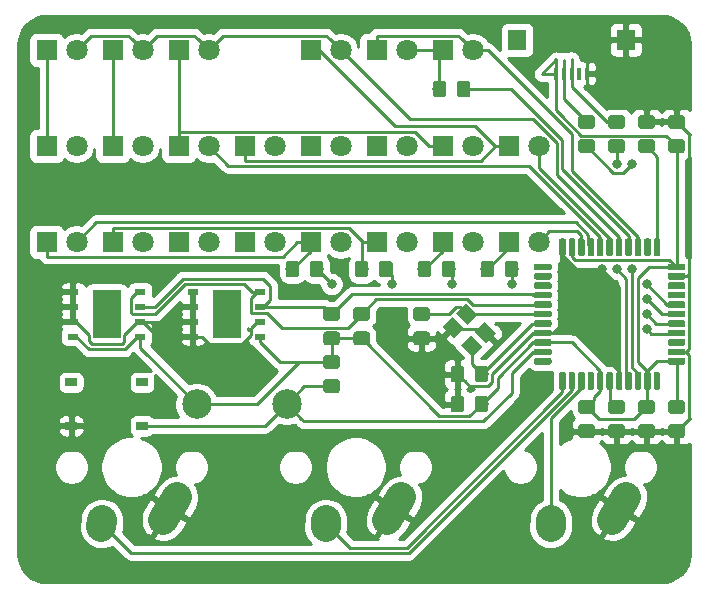
<source format=gbl>
G04 #@! TF.GenerationSoftware,KiCad,Pcbnew,(5.1.4-0-10_14)*
G04 #@! TF.CreationDate,2020-04-02T23:17:02+02:00*
G04 #@! TF.ProjectId,threeboard,74687265-6562-46f6-9172-642e6b696361,rev?*
G04 #@! TF.SameCoordinates,Original*
G04 #@! TF.FileFunction,Copper,L2,Bot*
G04 #@! TF.FilePolarity,Positive*
%FSLAX46Y46*%
G04 Gerber Fmt 4.6, Leading zero omitted, Abs format (unit mm)*
G04 Created by KiCad (PCBNEW (5.1.4-0-10_14)) date 2020-04-02 23:17:02*
%MOMM*%
%LPD*%
G04 APERTURE LIST*
%ADD10R,1.600000X1.800000*%
%ADD11R,0.400000X1.000000*%
%ADD12R,0.965200X0.482600*%
%ADD13R,2.362200X4.140200*%
%ADD14C,0.100000*%
%ADD15C,0.550000*%
%ADD16C,1.200000*%
%ADD17R,1.000000X0.700000*%
%ADD18C,2.500000*%
%ADD19C,2.500000*%
%ADD20C,1.800000*%
%ADD21R,1.800000X1.800000*%
%ADD22C,1.150000*%
%ADD23C,0.800000*%
%ADD24C,0.250000*%
%ADD25C,0.254000*%
G04 APERTURE END LIST*
D10*
X90491250Y-28700000D03*
X99691250Y-28700000D03*
D11*
X96391250Y-31550000D03*
X95741250Y-31550000D03*
X95091250Y-31550000D03*
X94441250Y-31550000D03*
X93791250Y-31550000D03*
D12*
X63036450Y-53816250D03*
X63036450Y-52546250D03*
X63036450Y-51276250D03*
X63036450Y-50006250D03*
X68726050Y-50006250D03*
X68726050Y-51276250D03*
X68726050Y-52546250D03*
X68726050Y-53816250D03*
D13*
X65881250Y-51911250D03*
D12*
X52876450Y-53816250D03*
X52876450Y-52546250D03*
X52876450Y-51276250D03*
X52876450Y-50006250D03*
X58566050Y-50006250D03*
X58566050Y-51276250D03*
X58566050Y-52546250D03*
X58566050Y-53816250D03*
D13*
X55721250Y-51911250D03*
D14*
G36*
X104594727Y-55636912D02*
G01*
X104608075Y-55638892D01*
X104621164Y-55642171D01*
X104633869Y-55646717D01*
X104646067Y-55652486D01*
X104657641Y-55659423D01*
X104668479Y-55667461D01*
X104678477Y-55676523D01*
X104687539Y-55686521D01*
X104695577Y-55697359D01*
X104702514Y-55708933D01*
X104708283Y-55721131D01*
X104712829Y-55733836D01*
X104716108Y-55746925D01*
X104718088Y-55760273D01*
X104718750Y-55773750D01*
X104718750Y-56048750D01*
X104718088Y-56062227D01*
X104716108Y-56075575D01*
X104712829Y-56088664D01*
X104708283Y-56101369D01*
X104702514Y-56113567D01*
X104695577Y-56125141D01*
X104687539Y-56135979D01*
X104678477Y-56145977D01*
X104668479Y-56155039D01*
X104657641Y-56163077D01*
X104646067Y-56170014D01*
X104633869Y-56175783D01*
X104621164Y-56180329D01*
X104608075Y-56183608D01*
X104594727Y-56185588D01*
X104581250Y-56186250D01*
X103381250Y-56186250D01*
X103367773Y-56185588D01*
X103354425Y-56183608D01*
X103341336Y-56180329D01*
X103328631Y-56175783D01*
X103316433Y-56170014D01*
X103304859Y-56163077D01*
X103294021Y-56155039D01*
X103284023Y-56145977D01*
X103274961Y-56135979D01*
X103266923Y-56125141D01*
X103259986Y-56113567D01*
X103254217Y-56101369D01*
X103249671Y-56088664D01*
X103246392Y-56075575D01*
X103244412Y-56062227D01*
X103243750Y-56048750D01*
X103243750Y-55773750D01*
X103244412Y-55760273D01*
X103246392Y-55746925D01*
X103249671Y-55733836D01*
X103254217Y-55721131D01*
X103259986Y-55708933D01*
X103266923Y-55697359D01*
X103274961Y-55686521D01*
X103284023Y-55676523D01*
X103294021Y-55667461D01*
X103304859Y-55659423D01*
X103316433Y-55652486D01*
X103328631Y-55646717D01*
X103341336Y-55642171D01*
X103354425Y-55638892D01*
X103367773Y-55636912D01*
X103381250Y-55636250D01*
X104581250Y-55636250D01*
X104594727Y-55636912D01*
X104594727Y-55636912D01*
G37*
D15*
X103981250Y-55911250D03*
D14*
G36*
X104594727Y-54836912D02*
G01*
X104608075Y-54838892D01*
X104621164Y-54842171D01*
X104633869Y-54846717D01*
X104646067Y-54852486D01*
X104657641Y-54859423D01*
X104668479Y-54867461D01*
X104678477Y-54876523D01*
X104687539Y-54886521D01*
X104695577Y-54897359D01*
X104702514Y-54908933D01*
X104708283Y-54921131D01*
X104712829Y-54933836D01*
X104716108Y-54946925D01*
X104718088Y-54960273D01*
X104718750Y-54973750D01*
X104718750Y-55248750D01*
X104718088Y-55262227D01*
X104716108Y-55275575D01*
X104712829Y-55288664D01*
X104708283Y-55301369D01*
X104702514Y-55313567D01*
X104695577Y-55325141D01*
X104687539Y-55335979D01*
X104678477Y-55345977D01*
X104668479Y-55355039D01*
X104657641Y-55363077D01*
X104646067Y-55370014D01*
X104633869Y-55375783D01*
X104621164Y-55380329D01*
X104608075Y-55383608D01*
X104594727Y-55385588D01*
X104581250Y-55386250D01*
X103381250Y-55386250D01*
X103367773Y-55385588D01*
X103354425Y-55383608D01*
X103341336Y-55380329D01*
X103328631Y-55375783D01*
X103316433Y-55370014D01*
X103304859Y-55363077D01*
X103294021Y-55355039D01*
X103284023Y-55345977D01*
X103274961Y-55335979D01*
X103266923Y-55325141D01*
X103259986Y-55313567D01*
X103254217Y-55301369D01*
X103249671Y-55288664D01*
X103246392Y-55275575D01*
X103244412Y-55262227D01*
X103243750Y-55248750D01*
X103243750Y-54973750D01*
X103244412Y-54960273D01*
X103246392Y-54946925D01*
X103249671Y-54933836D01*
X103254217Y-54921131D01*
X103259986Y-54908933D01*
X103266923Y-54897359D01*
X103274961Y-54886521D01*
X103284023Y-54876523D01*
X103294021Y-54867461D01*
X103304859Y-54859423D01*
X103316433Y-54852486D01*
X103328631Y-54846717D01*
X103341336Y-54842171D01*
X103354425Y-54838892D01*
X103367773Y-54836912D01*
X103381250Y-54836250D01*
X104581250Y-54836250D01*
X104594727Y-54836912D01*
X104594727Y-54836912D01*
G37*
D15*
X103981250Y-55111250D03*
D14*
G36*
X104594727Y-54036912D02*
G01*
X104608075Y-54038892D01*
X104621164Y-54042171D01*
X104633869Y-54046717D01*
X104646067Y-54052486D01*
X104657641Y-54059423D01*
X104668479Y-54067461D01*
X104678477Y-54076523D01*
X104687539Y-54086521D01*
X104695577Y-54097359D01*
X104702514Y-54108933D01*
X104708283Y-54121131D01*
X104712829Y-54133836D01*
X104716108Y-54146925D01*
X104718088Y-54160273D01*
X104718750Y-54173750D01*
X104718750Y-54448750D01*
X104718088Y-54462227D01*
X104716108Y-54475575D01*
X104712829Y-54488664D01*
X104708283Y-54501369D01*
X104702514Y-54513567D01*
X104695577Y-54525141D01*
X104687539Y-54535979D01*
X104678477Y-54545977D01*
X104668479Y-54555039D01*
X104657641Y-54563077D01*
X104646067Y-54570014D01*
X104633869Y-54575783D01*
X104621164Y-54580329D01*
X104608075Y-54583608D01*
X104594727Y-54585588D01*
X104581250Y-54586250D01*
X103381250Y-54586250D01*
X103367773Y-54585588D01*
X103354425Y-54583608D01*
X103341336Y-54580329D01*
X103328631Y-54575783D01*
X103316433Y-54570014D01*
X103304859Y-54563077D01*
X103294021Y-54555039D01*
X103284023Y-54545977D01*
X103274961Y-54535979D01*
X103266923Y-54525141D01*
X103259986Y-54513567D01*
X103254217Y-54501369D01*
X103249671Y-54488664D01*
X103246392Y-54475575D01*
X103244412Y-54462227D01*
X103243750Y-54448750D01*
X103243750Y-54173750D01*
X103244412Y-54160273D01*
X103246392Y-54146925D01*
X103249671Y-54133836D01*
X103254217Y-54121131D01*
X103259986Y-54108933D01*
X103266923Y-54097359D01*
X103274961Y-54086521D01*
X103284023Y-54076523D01*
X103294021Y-54067461D01*
X103304859Y-54059423D01*
X103316433Y-54052486D01*
X103328631Y-54046717D01*
X103341336Y-54042171D01*
X103354425Y-54038892D01*
X103367773Y-54036912D01*
X103381250Y-54036250D01*
X104581250Y-54036250D01*
X104594727Y-54036912D01*
X104594727Y-54036912D01*
G37*
D15*
X103981250Y-54311250D03*
D14*
G36*
X104594727Y-53236912D02*
G01*
X104608075Y-53238892D01*
X104621164Y-53242171D01*
X104633869Y-53246717D01*
X104646067Y-53252486D01*
X104657641Y-53259423D01*
X104668479Y-53267461D01*
X104678477Y-53276523D01*
X104687539Y-53286521D01*
X104695577Y-53297359D01*
X104702514Y-53308933D01*
X104708283Y-53321131D01*
X104712829Y-53333836D01*
X104716108Y-53346925D01*
X104718088Y-53360273D01*
X104718750Y-53373750D01*
X104718750Y-53648750D01*
X104718088Y-53662227D01*
X104716108Y-53675575D01*
X104712829Y-53688664D01*
X104708283Y-53701369D01*
X104702514Y-53713567D01*
X104695577Y-53725141D01*
X104687539Y-53735979D01*
X104678477Y-53745977D01*
X104668479Y-53755039D01*
X104657641Y-53763077D01*
X104646067Y-53770014D01*
X104633869Y-53775783D01*
X104621164Y-53780329D01*
X104608075Y-53783608D01*
X104594727Y-53785588D01*
X104581250Y-53786250D01*
X103381250Y-53786250D01*
X103367773Y-53785588D01*
X103354425Y-53783608D01*
X103341336Y-53780329D01*
X103328631Y-53775783D01*
X103316433Y-53770014D01*
X103304859Y-53763077D01*
X103294021Y-53755039D01*
X103284023Y-53745977D01*
X103274961Y-53735979D01*
X103266923Y-53725141D01*
X103259986Y-53713567D01*
X103254217Y-53701369D01*
X103249671Y-53688664D01*
X103246392Y-53675575D01*
X103244412Y-53662227D01*
X103243750Y-53648750D01*
X103243750Y-53373750D01*
X103244412Y-53360273D01*
X103246392Y-53346925D01*
X103249671Y-53333836D01*
X103254217Y-53321131D01*
X103259986Y-53308933D01*
X103266923Y-53297359D01*
X103274961Y-53286521D01*
X103284023Y-53276523D01*
X103294021Y-53267461D01*
X103304859Y-53259423D01*
X103316433Y-53252486D01*
X103328631Y-53246717D01*
X103341336Y-53242171D01*
X103354425Y-53238892D01*
X103367773Y-53236912D01*
X103381250Y-53236250D01*
X104581250Y-53236250D01*
X104594727Y-53236912D01*
X104594727Y-53236912D01*
G37*
D15*
X103981250Y-53511250D03*
D14*
G36*
X104594727Y-52436912D02*
G01*
X104608075Y-52438892D01*
X104621164Y-52442171D01*
X104633869Y-52446717D01*
X104646067Y-52452486D01*
X104657641Y-52459423D01*
X104668479Y-52467461D01*
X104678477Y-52476523D01*
X104687539Y-52486521D01*
X104695577Y-52497359D01*
X104702514Y-52508933D01*
X104708283Y-52521131D01*
X104712829Y-52533836D01*
X104716108Y-52546925D01*
X104718088Y-52560273D01*
X104718750Y-52573750D01*
X104718750Y-52848750D01*
X104718088Y-52862227D01*
X104716108Y-52875575D01*
X104712829Y-52888664D01*
X104708283Y-52901369D01*
X104702514Y-52913567D01*
X104695577Y-52925141D01*
X104687539Y-52935979D01*
X104678477Y-52945977D01*
X104668479Y-52955039D01*
X104657641Y-52963077D01*
X104646067Y-52970014D01*
X104633869Y-52975783D01*
X104621164Y-52980329D01*
X104608075Y-52983608D01*
X104594727Y-52985588D01*
X104581250Y-52986250D01*
X103381250Y-52986250D01*
X103367773Y-52985588D01*
X103354425Y-52983608D01*
X103341336Y-52980329D01*
X103328631Y-52975783D01*
X103316433Y-52970014D01*
X103304859Y-52963077D01*
X103294021Y-52955039D01*
X103284023Y-52945977D01*
X103274961Y-52935979D01*
X103266923Y-52925141D01*
X103259986Y-52913567D01*
X103254217Y-52901369D01*
X103249671Y-52888664D01*
X103246392Y-52875575D01*
X103244412Y-52862227D01*
X103243750Y-52848750D01*
X103243750Y-52573750D01*
X103244412Y-52560273D01*
X103246392Y-52546925D01*
X103249671Y-52533836D01*
X103254217Y-52521131D01*
X103259986Y-52508933D01*
X103266923Y-52497359D01*
X103274961Y-52486521D01*
X103284023Y-52476523D01*
X103294021Y-52467461D01*
X103304859Y-52459423D01*
X103316433Y-52452486D01*
X103328631Y-52446717D01*
X103341336Y-52442171D01*
X103354425Y-52438892D01*
X103367773Y-52436912D01*
X103381250Y-52436250D01*
X104581250Y-52436250D01*
X104594727Y-52436912D01*
X104594727Y-52436912D01*
G37*
D15*
X103981250Y-52711250D03*
D14*
G36*
X104594727Y-51636912D02*
G01*
X104608075Y-51638892D01*
X104621164Y-51642171D01*
X104633869Y-51646717D01*
X104646067Y-51652486D01*
X104657641Y-51659423D01*
X104668479Y-51667461D01*
X104678477Y-51676523D01*
X104687539Y-51686521D01*
X104695577Y-51697359D01*
X104702514Y-51708933D01*
X104708283Y-51721131D01*
X104712829Y-51733836D01*
X104716108Y-51746925D01*
X104718088Y-51760273D01*
X104718750Y-51773750D01*
X104718750Y-52048750D01*
X104718088Y-52062227D01*
X104716108Y-52075575D01*
X104712829Y-52088664D01*
X104708283Y-52101369D01*
X104702514Y-52113567D01*
X104695577Y-52125141D01*
X104687539Y-52135979D01*
X104678477Y-52145977D01*
X104668479Y-52155039D01*
X104657641Y-52163077D01*
X104646067Y-52170014D01*
X104633869Y-52175783D01*
X104621164Y-52180329D01*
X104608075Y-52183608D01*
X104594727Y-52185588D01*
X104581250Y-52186250D01*
X103381250Y-52186250D01*
X103367773Y-52185588D01*
X103354425Y-52183608D01*
X103341336Y-52180329D01*
X103328631Y-52175783D01*
X103316433Y-52170014D01*
X103304859Y-52163077D01*
X103294021Y-52155039D01*
X103284023Y-52145977D01*
X103274961Y-52135979D01*
X103266923Y-52125141D01*
X103259986Y-52113567D01*
X103254217Y-52101369D01*
X103249671Y-52088664D01*
X103246392Y-52075575D01*
X103244412Y-52062227D01*
X103243750Y-52048750D01*
X103243750Y-51773750D01*
X103244412Y-51760273D01*
X103246392Y-51746925D01*
X103249671Y-51733836D01*
X103254217Y-51721131D01*
X103259986Y-51708933D01*
X103266923Y-51697359D01*
X103274961Y-51686521D01*
X103284023Y-51676523D01*
X103294021Y-51667461D01*
X103304859Y-51659423D01*
X103316433Y-51652486D01*
X103328631Y-51646717D01*
X103341336Y-51642171D01*
X103354425Y-51638892D01*
X103367773Y-51636912D01*
X103381250Y-51636250D01*
X104581250Y-51636250D01*
X104594727Y-51636912D01*
X104594727Y-51636912D01*
G37*
D15*
X103981250Y-51911250D03*
D14*
G36*
X104594727Y-50836912D02*
G01*
X104608075Y-50838892D01*
X104621164Y-50842171D01*
X104633869Y-50846717D01*
X104646067Y-50852486D01*
X104657641Y-50859423D01*
X104668479Y-50867461D01*
X104678477Y-50876523D01*
X104687539Y-50886521D01*
X104695577Y-50897359D01*
X104702514Y-50908933D01*
X104708283Y-50921131D01*
X104712829Y-50933836D01*
X104716108Y-50946925D01*
X104718088Y-50960273D01*
X104718750Y-50973750D01*
X104718750Y-51248750D01*
X104718088Y-51262227D01*
X104716108Y-51275575D01*
X104712829Y-51288664D01*
X104708283Y-51301369D01*
X104702514Y-51313567D01*
X104695577Y-51325141D01*
X104687539Y-51335979D01*
X104678477Y-51345977D01*
X104668479Y-51355039D01*
X104657641Y-51363077D01*
X104646067Y-51370014D01*
X104633869Y-51375783D01*
X104621164Y-51380329D01*
X104608075Y-51383608D01*
X104594727Y-51385588D01*
X104581250Y-51386250D01*
X103381250Y-51386250D01*
X103367773Y-51385588D01*
X103354425Y-51383608D01*
X103341336Y-51380329D01*
X103328631Y-51375783D01*
X103316433Y-51370014D01*
X103304859Y-51363077D01*
X103294021Y-51355039D01*
X103284023Y-51345977D01*
X103274961Y-51335979D01*
X103266923Y-51325141D01*
X103259986Y-51313567D01*
X103254217Y-51301369D01*
X103249671Y-51288664D01*
X103246392Y-51275575D01*
X103244412Y-51262227D01*
X103243750Y-51248750D01*
X103243750Y-50973750D01*
X103244412Y-50960273D01*
X103246392Y-50946925D01*
X103249671Y-50933836D01*
X103254217Y-50921131D01*
X103259986Y-50908933D01*
X103266923Y-50897359D01*
X103274961Y-50886521D01*
X103284023Y-50876523D01*
X103294021Y-50867461D01*
X103304859Y-50859423D01*
X103316433Y-50852486D01*
X103328631Y-50846717D01*
X103341336Y-50842171D01*
X103354425Y-50838892D01*
X103367773Y-50836912D01*
X103381250Y-50836250D01*
X104581250Y-50836250D01*
X104594727Y-50836912D01*
X104594727Y-50836912D01*
G37*
D15*
X103981250Y-51111250D03*
D14*
G36*
X104594727Y-50036912D02*
G01*
X104608075Y-50038892D01*
X104621164Y-50042171D01*
X104633869Y-50046717D01*
X104646067Y-50052486D01*
X104657641Y-50059423D01*
X104668479Y-50067461D01*
X104678477Y-50076523D01*
X104687539Y-50086521D01*
X104695577Y-50097359D01*
X104702514Y-50108933D01*
X104708283Y-50121131D01*
X104712829Y-50133836D01*
X104716108Y-50146925D01*
X104718088Y-50160273D01*
X104718750Y-50173750D01*
X104718750Y-50448750D01*
X104718088Y-50462227D01*
X104716108Y-50475575D01*
X104712829Y-50488664D01*
X104708283Y-50501369D01*
X104702514Y-50513567D01*
X104695577Y-50525141D01*
X104687539Y-50535979D01*
X104678477Y-50545977D01*
X104668479Y-50555039D01*
X104657641Y-50563077D01*
X104646067Y-50570014D01*
X104633869Y-50575783D01*
X104621164Y-50580329D01*
X104608075Y-50583608D01*
X104594727Y-50585588D01*
X104581250Y-50586250D01*
X103381250Y-50586250D01*
X103367773Y-50585588D01*
X103354425Y-50583608D01*
X103341336Y-50580329D01*
X103328631Y-50575783D01*
X103316433Y-50570014D01*
X103304859Y-50563077D01*
X103294021Y-50555039D01*
X103284023Y-50545977D01*
X103274961Y-50535979D01*
X103266923Y-50525141D01*
X103259986Y-50513567D01*
X103254217Y-50501369D01*
X103249671Y-50488664D01*
X103246392Y-50475575D01*
X103244412Y-50462227D01*
X103243750Y-50448750D01*
X103243750Y-50173750D01*
X103244412Y-50160273D01*
X103246392Y-50146925D01*
X103249671Y-50133836D01*
X103254217Y-50121131D01*
X103259986Y-50108933D01*
X103266923Y-50097359D01*
X103274961Y-50086521D01*
X103284023Y-50076523D01*
X103294021Y-50067461D01*
X103304859Y-50059423D01*
X103316433Y-50052486D01*
X103328631Y-50046717D01*
X103341336Y-50042171D01*
X103354425Y-50038892D01*
X103367773Y-50036912D01*
X103381250Y-50036250D01*
X104581250Y-50036250D01*
X104594727Y-50036912D01*
X104594727Y-50036912D01*
G37*
D15*
X103981250Y-50311250D03*
D14*
G36*
X104594727Y-49236912D02*
G01*
X104608075Y-49238892D01*
X104621164Y-49242171D01*
X104633869Y-49246717D01*
X104646067Y-49252486D01*
X104657641Y-49259423D01*
X104668479Y-49267461D01*
X104678477Y-49276523D01*
X104687539Y-49286521D01*
X104695577Y-49297359D01*
X104702514Y-49308933D01*
X104708283Y-49321131D01*
X104712829Y-49333836D01*
X104716108Y-49346925D01*
X104718088Y-49360273D01*
X104718750Y-49373750D01*
X104718750Y-49648750D01*
X104718088Y-49662227D01*
X104716108Y-49675575D01*
X104712829Y-49688664D01*
X104708283Y-49701369D01*
X104702514Y-49713567D01*
X104695577Y-49725141D01*
X104687539Y-49735979D01*
X104678477Y-49745977D01*
X104668479Y-49755039D01*
X104657641Y-49763077D01*
X104646067Y-49770014D01*
X104633869Y-49775783D01*
X104621164Y-49780329D01*
X104608075Y-49783608D01*
X104594727Y-49785588D01*
X104581250Y-49786250D01*
X103381250Y-49786250D01*
X103367773Y-49785588D01*
X103354425Y-49783608D01*
X103341336Y-49780329D01*
X103328631Y-49775783D01*
X103316433Y-49770014D01*
X103304859Y-49763077D01*
X103294021Y-49755039D01*
X103284023Y-49745977D01*
X103274961Y-49735979D01*
X103266923Y-49725141D01*
X103259986Y-49713567D01*
X103254217Y-49701369D01*
X103249671Y-49688664D01*
X103246392Y-49675575D01*
X103244412Y-49662227D01*
X103243750Y-49648750D01*
X103243750Y-49373750D01*
X103244412Y-49360273D01*
X103246392Y-49346925D01*
X103249671Y-49333836D01*
X103254217Y-49321131D01*
X103259986Y-49308933D01*
X103266923Y-49297359D01*
X103274961Y-49286521D01*
X103284023Y-49276523D01*
X103294021Y-49267461D01*
X103304859Y-49259423D01*
X103316433Y-49252486D01*
X103328631Y-49246717D01*
X103341336Y-49242171D01*
X103354425Y-49238892D01*
X103367773Y-49236912D01*
X103381250Y-49236250D01*
X104581250Y-49236250D01*
X104594727Y-49236912D01*
X104594727Y-49236912D01*
G37*
D15*
X103981250Y-49511250D03*
D14*
G36*
X104594727Y-48436912D02*
G01*
X104608075Y-48438892D01*
X104621164Y-48442171D01*
X104633869Y-48446717D01*
X104646067Y-48452486D01*
X104657641Y-48459423D01*
X104668479Y-48467461D01*
X104678477Y-48476523D01*
X104687539Y-48486521D01*
X104695577Y-48497359D01*
X104702514Y-48508933D01*
X104708283Y-48521131D01*
X104712829Y-48533836D01*
X104716108Y-48546925D01*
X104718088Y-48560273D01*
X104718750Y-48573750D01*
X104718750Y-48848750D01*
X104718088Y-48862227D01*
X104716108Y-48875575D01*
X104712829Y-48888664D01*
X104708283Y-48901369D01*
X104702514Y-48913567D01*
X104695577Y-48925141D01*
X104687539Y-48935979D01*
X104678477Y-48945977D01*
X104668479Y-48955039D01*
X104657641Y-48963077D01*
X104646067Y-48970014D01*
X104633869Y-48975783D01*
X104621164Y-48980329D01*
X104608075Y-48983608D01*
X104594727Y-48985588D01*
X104581250Y-48986250D01*
X103381250Y-48986250D01*
X103367773Y-48985588D01*
X103354425Y-48983608D01*
X103341336Y-48980329D01*
X103328631Y-48975783D01*
X103316433Y-48970014D01*
X103304859Y-48963077D01*
X103294021Y-48955039D01*
X103284023Y-48945977D01*
X103274961Y-48935979D01*
X103266923Y-48925141D01*
X103259986Y-48913567D01*
X103254217Y-48901369D01*
X103249671Y-48888664D01*
X103246392Y-48875575D01*
X103244412Y-48862227D01*
X103243750Y-48848750D01*
X103243750Y-48573750D01*
X103244412Y-48560273D01*
X103246392Y-48546925D01*
X103249671Y-48533836D01*
X103254217Y-48521131D01*
X103259986Y-48508933D01*
X103266923Y-48497359D01*
X103274961Y-48486521D01*
X103284023Y-48476523D01*
X103294021Y-48467461D01*
X103304859Y-48459423D01*
X103316433Y-48452486D01*
X103328631Y-48446717D01*
X103341336Y-48442171D01*
X103354425Y-48438892D01*
X103367773Y-48436912D01*
X103381250Y-48436250D01*
X104581250Y-48436250D01*
X104594727Y-48436912D01*
X104594727Y-48436912D01*
G37*
D15*
X103981250Y-48711250D03*
D14*
G36*
X104594727Y-47636912D02*
G01*
X104608075Y-47638892D01*
X104621164Y-47642171D01*
X104633869Y-47646717D01*
X104646067Y-47652486D01*
X104657641Y-47659423D01*
X104668479Y-47667461D01*
X104678477Y-47676523D01*
X104687539Y-47686521D01*
X104695577Y-47697359D01*
X104702514Y-47708933D01*
X104708283Y-47721131D01*
X104712829Y-47733836D01*
X104716108Y-47746925D01*
X104718088Y-47760273D01*
X104718750Y-47773750D01*
X104718750Y-48048750D01*
X104718088Y-48062227D01*
X104716108Y-48075575D01*
X104712829Y-48088664D01*
X104708283Y-48101369D01*
X104702514Y-48113567D01*
X104695577Y-48125141D01*
X104687539Y-48135979D01*
X104678477Y-48145977D01*
X104668479Y-48155039D01*
X104657641Y-48163077D01*
X104646067Y-48170014D01*
X104633869Y-48175783D01*
X104621164Y-48180329D01*
X104608075Y-48183608D01*
X104594727Y-48185588D01*
X104581250Y-48186250D01*
X103381250Y-48186250D01*
X103367773Y-48185588D01*
X103354425Y-48183608D01*
X103341336Y-48180329D01*
X103328631Y-48175783D01*
X103316433Y-48170014D01*
X103304859Y-48163077D01*
X103294021Y-48155039D01*
X103284023Y-48145977D01*
X103274961Y-48135979D01*
X103266923Y-48125141D01*
X103259986Y-48113567D01*
X103254217Y-48101369D01*
X103249671Y-48088664D01*
X103246392Y-48075575D01*
X103244412Y-48062227D01*
X103243750Y-48048750D01*
X103243750Y-47773750D01*
X103244412Y-47760273D01*
X103246392Y-47746925D01*
X103249671Y-47733836D01*
X103254217Y-47721131D01*
X103259986Y-47708933D01*
X103266923Y-47697359D01*
X103274961Y-47686521D01*
X103284023Y-47676523D01*
X103294021Y-47667461D01*
X103304859Y-47659423D01*
X103316433Y-47652486D01*
X103328631Y-47646717D01*
X103341336Y-47642171D01*
X103354425Y-47638892D01*
X103367773Y-47636912D01*
X103381250Y-47636250D01*
X104581250Y-47636250D01*
X104594727Y-47636912D01*
X104594727Y-47636912D01*
G37*
D15*
X103981250Y-47911250D03*
D14*
G36*
X102469727Y-45511912D02*
G01*
X102483075Y-45513892D01*
X102496164Y-45517171D01*
X102508869Y-45521717D01*
X102521067Y-45527486D01*
X102532641Y-45534423D01*
X102543479Y-45542461D01*
X102553477Y-45551523D01*
X102562539Y-45561521D01*
X102570577Y-45572359D01*
X102577514Y-45583933D01*
X102583283Y-45596131D01*
X102587829Y-45608836D01*
X102591108Y-45621925D01*
X102593088Y-45635273D01*
X102593750Y-45648750D01*
X102593750Y-46848750D01*
X102593088Y-46862227D01*
X102591108Y-46875575D01*
X102587829Y-46888664D01*
X102583283Y-46901369D01*
X102577514Y-46913567D01*
X102570577Y-46925141D01*
X102562539Y-46935979D01*
X102553477Y-46945977D01*
X102543479Y-46955039D01*
X102532641Y-46963077D01*
X102521067Y-46970014D01*
X102508869Y-46975783D01*
X102496164Y-46980329D01*
X102483075Y-46983608D01*
X102469727Y-46985588D01*
X102456250Y-46986250D01*
X102181250Y-46986250D01*
X102167773Y-46985588D01*
X102154425Y-46983608D01*
X102141336Y-46980329D01*
X102128631Y-46975783D01*
X102116433Y-46970014D01*
X102104859Y-46963077D01*
X102094021Y-46955039D01*
X102084023Y-46945977D01*
X102074961Y-46935979D01*
X102066923Y-46925141D01*
X102059986Y-46913567D01*
X102054217Y-46901369D01*
X102049671Y-46888664D01*
X102046392Y-46875575D01*
X102044412Y-46862227D01*
X102043750Y-46848750D01*
X102043750Y-45648750D01*
X102044412Y-45635273D01*
X102046392Y-45621925D01*
X102049671Y-45608836D01*
X102054217Y-45596131D01*
X102059986Y-45583933D01*
X102066923Y-45572359D01*
X102074961Y-45561521D01*
X102084023Y-45551523D01*
X102094021Y-45542461D01*
X102104859Y-45534423D01*
X102116433Y-45527486D01*
X102128631Y-45521717D01*
X102141336Y-45517171D01*
X102154425Y-45513892D01*
X102167773Y-45511912D01*
X102181250Y-45511250D01*
X102456250Y-45511250D01*
X102469727Y-45511912D01*
X102469727Y-45511912D01*
G37*
D15*
X102318750Y-46248750D03*
D14*
G36*
X101669727Y-45511912D02*
G01*
X101683075Y-45513892D01*
X101696164Y-45517171D01*
X101708869Y-45521717D01*
X101721067Y-45527486D01*
X101732641Y-45534423D01*
X101743479Y-45542461D01*
X101753477Y-45551523D01*
X101762539Y-45561521D01*
X101770577Y-45572359D01*
X101777514Y-45583933D01*
X101783283Y-45596131D01*
X101787829Y-45608836D01*
X101791108Y-45621925D01*
X101793088Y-45635273D01*
X101793750Y-45648750D01*
X101793750Y-46848750D01*
X101793088Y-46862227D01*
X101791108Y-46875575D01*
X101787829Y-46888664D01*
X101783283Y-46901369D01*
X101777514Y-46913567D01*
X101770577Y-46925141D01*
X101762539Y-46935979D01*
X101753477Y-46945977D01*
X101743479Y-46955039D01*
X101732641Y-46963077D01*
X101721067Y-46970014D01*
X101708869Y-46975783D01*
X101696164Y-46980329D01*
X101683075Y-46983608D01*
X101669727Y-46985588D01*
X101656250Y-46986250D01*
X101381250Y-46986250D01*
X101367773Y-46985588D01*
X101354425Y-46983608D01*
X101341336Y-46980329D01*
X101328631Y-46975783D01*
X101316433Y-46970014D01*
X101304859Y-46963077D01*
X101294021Y-46955039D01*
X101284023Y-46945977D01*
X101274961Y-46935979D01*
X101266923Y-46925141D01*
X101259986Y-46913567D01*
X101254217Y-46901369D01*
X101249671Y-46888664D01*
X101246392Y-46875575D01*
X101244412Y-46862227D01*
X101243750Y-46848750D01*
X101243750Y-45648750D01*
X101244412Y-45635273D01*
X101246392Y-45621925D01*
X101249671Y-45608836D01*
X101254217Y-45596131D01*
X101259986Y-45583933D01*
X101266923Y-45572359D01*
X101274961Y-45561521D01*
X101284023Y-45551523D01*
X101294021Y-45542461D01*
X101304859Y-45534423D01*
X101316433Y-45527486D01*
X101328631Y-45521717D01*
X101341336Y-45517171D01*
X101354425Y-45513892D01*
X101367773Y-45511912D01*
X101381250Y-45511250D01*
X101656250Y-45511250D01*
X101669727Y-45511912D01*
X101669727Y-45511912D01*
G37*
D15*
X101518750Y-46248750D03*
D14*
G36*
X100869727Y-45511912D02*
G01*
X100883075Y-45513892D01*
X100896164Y-45517171D01*
X100908869Y-45521717D01*
X100921067Y-45527486D01*
X100932641Y-45534423D01*
X100943479Y-45542461D01*
X100953477Y-45551523D01*
X100962539Y-45561521D01*
X100970577Y-45572359D01*
X100977514Y-45583933D01*
X100983283Y-45596131D01*
X100987829Y-45608836D01*
X100991108Y-45621925D01*
X100993088Y-45635273D01*
X100993750Y-45648750D01*
X100993750Y-46848750D01*
X100993088Y-46862227D01*
X100991108Y-46875575D01*
X100987829Y-46888664D01*
X100983283Y-46901369D01*
X100977514Y-46913567D01*
X100970577Y-46925141D01*
X100962539Y-46935979D01*
X100953477Y-46945977D01*
X100943479Y-46955039D01*
X100932641Y-46963077D01*
X100921067Y-46970014D01*
X100908869Y-46975783D01*
X100896164Y-46980329D01*
X100883075Y-46983608D01*
X100869727Y-46985588D01*
X100856250Y-46986250D01*
X100581250Y-46986250D01*
X100567773Y-46985588D01*
X100554425Y-46983608D01*
X100541336Y-46980329D01*
X100528631Y-46975783D01*
X100516433Y-46970014D01*
X100504859Y-46963077D01*
X100494021Y-46955039D01*
X100484023Y-46945977D01*
X100474961Y-46935979D01*
X100466923Y-46925141D01*
X100459986Y-46913567D01*
X100454217Y-46901369D01*
X100449671Y-46888664D01*
X100446392Y-46875575D01*
X100444412Y-46862227D01*
X100443750Y-46848750D01*
X100443750Y-45648750D01*
X100444412Y-45635273D01*
X100446392Y-45621925D01*
X100449671Y-45608836D01*
X100454217Y-45596131D01*
X100459986Y-45583933D01*
X100466923Y-45572359D01*
X100474961Y-45561521D01*
X100484023Y-45551523D01*
X100494021Y-45542461D01*
X100504859Y-45534423D01*
X100516433Y-45527486D01*
X100528631Y-45521717D01*
X100541336Y-45517171D01*
X100554425Y-45513892D01*
X100567773Y-45511912D01*
X100581250Y-45511250D01*
X100856250Y-45511250D01*
X100869727Y-45511912D01*
X100869727Y-45511912D01*
G37*
D15*
X100718750Y-46248750D03*
D14*
G36*
X100069727Y-45511912D02*
G01*
X100083075Y-45513892D01*
X100096164Y-45517171D01*
X100108869Y-45521717D01*
X100121067Y-45527486D01*
X100132641Y-45534423D01*
X100143479Y-45542461D01*
X100153477Y-45551523D01*
X100162539Y-45561521D01*
X100170577Y-45572359D01*
X100177514Y-45583933D01*
X100183283Y-45596131D01*
X100187829Y-45608836D01*
X100191108Y-45621925D01*
X100193088Y-45635273D01*
X100193750Y-45648750D01*
X100193750Y-46848750D01*
X100193088Y-46862227D01*
X100191108Y-46875575D01*
X100187829Y-46888664D01*
X100183283Y-46901369D01*
X100177514Y-46913567D01*
X100170577Y-46925141D01*
X100162539Y-46935979D01*
X100153477Y-46945977D01*
X100143479Y-46955039D01*
X100132641Y-46963077D01*
X100121067Y-46970014D01*
X100108869Y-46975783D01*
X100096164Y-46980329D01*
X100083075Y-46983608D01*
X100069727Y-46985588D01*
X100056250Y-46986250D01*
X99781250Y-46986250D01*
X99767773Y-46985588D01*
X99754425Y-46983608D01*
X99741336Y-46980329D01*
X99728631Y-46975783D01*
X99716433Y-46970014D01*
X99704859Y-46963077D01*
X99694021Y-46955039D01*
X99684023Y-46945977D01*
X99674961Y-46935979D01*
X99666923Y-46925141D01*
X99659986Y-46913567D01*
X99654217Y-46901369D01*
X99649671Y-46888664D01*
X99646392Y-46875575D01*
X99644412Y-46862227D01*
X99643750Y-46848750D01*
X99643750Y-45648750D01*
X99644412Y-45635273D01*
X99646392Y-45621925D01*
X99649671Y-45608836D01*
X99654217Y-45596131D01*
X99659986Y-45583933D01*
X99666923Y-45572359D01*
X99674961Y-45561521D01*
X99684023Y-45551523D01*
X99694021Y-45542461D01*
X99704859Y-45534423D01*
X99716433Y-45527486D01*
X99728631Y-45521717D01*
X99741336Y-45517171D01*
X99754425Y-45513892D01*
X99767773Y-45511912D01*
X99781250Y-45511250D01*
X100056250Y-45511250D01*
X100069727Y-45511912D01*
X100069727Y-45511912D01*
G37*
D15*
X99918750Y-46248750D03*
D14*
G36*
X99269727Y-45511912D02*
G01*
X99283075Y-45513892D01*
X99296164Y-45517171D01*
X99308869Y-45521717D01*
X99321067Y-45527486D01*
X99332641Y-45534423D01*
X99343479Y-45542461D01*
X99353477Y-45551523D01*
X99362539Y-45561521D01*
X99370577Y-45572359D01*
X99377514Y-45583933D01*
X99383283Y-45596131D01*
X99387829Y-45608836D01*
X99391108Y-45621925D01*
X99393088Y-45635273D01*
X99393750Y-45648750D01*
X99393750Y-46848750D01*
X99393088Y-46862227D01*
X99391108Y-46875575D01*
X99387829Y-46888664D01*
X99383283Y-46901369D01*
X99377514Y-46913567D01*
X99370577Y-46925141D01*
X99362539Y-46935979D01*
X99353477Y-46945977D01*
X99343479Y-46955039D01*
X99332641Y-46963077D01*
X99321067Y-46970014D01*
X99308869Y-46975783D01*
X99296164Y-46980329D01*
X99283075Y-46983608D01*
X99269727Y-46985588D01*
X99256250Y-46986250D01*
X98981250Y-46986250D01*
X98967773Y-46985588D01*
X98954425Y-46983608D01*
X98941336Y-46980329D01*
X98928631Y-46975783D01*
X98916433Y-46970014D01*
X98904859Y-46963077D01*
X98894021Y-46955039D01*
X98884023Y-46945977D01*
X98874961Y-46935979D01*
X98866923Y-46925141D01*
X98859986Y-46913567D01*
X98854217Y-46901369D01*
X98849671Y-46888664D01*
X98846392Y-46875575D01*
X98844412Y-46862227D01*
X98843750Y-46848750D01*
X98843750Y-45648750D01*
X98844412Y-45635273D01*
X98846392Y-45621925D01*
X98849671Y-45608836D01*
X98854217Y-45596131D01*
X98859986Y-45583933D01*
X98866923Y-45572359D01*
X98874961Y-45561521D01*
X98884023Y-45551523D01*
X98894021Y-45542461D01*
X98904859Y-45534423D01*
X98916433Y-45527486D01*
X98928631Y-45521717D01*
X98941336Y-45517171D01*
X98954425Y-45513892D01*
X98967773Y-45511912D01*
X98981250Y-45511250D01*
X99256250Y-45511250D01*
X99269727Y-45511912D01*
X99269727Y-45511912D01*
G37*
D15*
X99118750Y-46248750D03*
D14*
G36*
X98469727Y-45511912D02*
G01*
X98483075Y-45513892D01*
X98496164Y-45517171D01*
X98508869Y-45521717D01*
X98521067Y-45527486D01*
X98532641Y-45534423D01*
X98543479Y-45542461D01*
X98553477Y-45551523D01*
X98562539Y-45561521D01*
X98570577Y-45572359D01*
X98577514Y-45583933D01*
X98583283Y-45596131D01*
X98587829Y-45608836D01*
X98591108Y-45621925D01*
X98593088Y-45635273D01*
X98593750Y-45648750D01*
X98593750Y-46848750D01*
X98593088Y-46862227D01*
X98591108Y-46875575D01*
X98587829Y-46888664D01*
X98583283Y-46901369D01*
X98577514Y-46913567D01*
X98570577Y-46925141D01*
X98562539Y-46935979D01*
X98553477Y-46945977D01*
X98543479Y-46955039D01*
X98532641Y-46963077D01*
X98521067Y-46970014D01*
X98508869Y-46975783D01*
X98496164Y-46980329D01*
X98483075Y-46983608D01*
X98469727Y-46985588D01*
X98456250Y-46986250D01*
X98181250Y-46986250D01*
X98167773Y-46985588D01*
X98154425Y-46983608D01*
X98141336Y-46980329D01*
X98128631Y-46975783D01*
X98116433Y-46970014D01*
X98104859Y-46963077D01*
X98094021Y-46955039D01*
X98084023Y-46945977D01*
X98074961Y-46935979D01*
X98066923Y-46925141D01*
X98059986Y-46913567D01*
X98054217Y-46901369D01*
X98049671Y-46888664D01*
X98046392Y-46875575D01*
X98044412Y-46862227D01*
X98043750Y-46848750D01*
X98043750Y-45648750D01*
X98044412Y-45635273D01*
X98046392Y-45621925D01*
X98049671Y-45608836D01*
X98054217Y-45596131D01*
X98059986Y-45583933D01*
X98066923Y-45572359D01*
X98074961Y-45561521D01*
X98084023Y-45551523D01*
X98094021Y-45542461D01*
X98104859Y-45534423D01*
X98116433Y-45527486D01*
X98128631Y-45521717D01*
X98141336Y-45517171D01*
X98154425Y-45513892D01*
X98167773Y-45511912D01*
X98181250Y-45511250D01*
X98456250Y-45511250D01*
X98469727Y-45511912D01*
X98469727Y-45511912D01*
G37*
D15*
X98318750Y-46248750D03*
D14*
G36*
X97669727Y-45511912D02*
G01*
X97683075Y-45513892D01*
X97696164Y-45517171D01*
X97708869Y-45521717D01*
X97721067Y-45527486D01*
X97732641Y-45534423D01*
X97743479Y-45542461D01*
X97753477Y-45551523D01*
X97762539Y-45561521D01*
X97770577Y-45572359D01*
X97777514Y-45583933D01*
X97783283Y-45596131D01*
X97787829Y-45608836D01*
X97791108Y-45621925D01*
X97793088Y-45635273D01*
X97793750Y-45648750D01*
X97793750Y-46848750D01*
X97793088Y-46862227D01*
X97791108Y-46875575D01*
X97787829Y-46888664D01*
X97783283Y-46901369D01*
X97777514Y-46913567D01*
X97770577Y-46925141D01*
X97762539Y-46935979D01*
X97753477Y-46945977D01*
X97743479Y-46955039D01*
X97732641Y-46963077D01*
X97721067Y-46970014D01*
X97708869Y-46975783D01*
X97696164Y-46980329D01*
X97683075Y-46983608D01*
X97669727Y-46985588D01*
X97656250Y-46986250D01*
X97381250Y-46986250D01*
X97367773Y-46985588D01*
X97354425Y-46983608D01*
X97341336Y-46980329D01*
X97328631Y-46975783D01*
X97316433Y-46970014D01*
X97304859Y-46963077D01*
X97294021Y-46955039D01*
X97284023Y-46945977D01*
X97274961Y-46935979D01*
X97266923Y-46925141D01*
X97259986Y-46913567D01*
X97254217Y-46901369D01*
X97249671Y-46888664D01*
X97246392Y-46875575D01*
X97244412Y-46862227D01*
X97243750Y-46848750D01*
X97243750Y-45648750D01*
X97244412Y-45635273D01*
X97246392Y-45621925D01*
X97249671Y-45608836D01*
X97254217Y-45596131D01*
X97259986Y-45583933D01*
X97266923Y-45572359D01*
X97274961Y-45561521D01*
X97284023Y-45551523D01*
X97294021Y-45542461D01*
X97304859Y-45534423D01*
X97316433Y-45527486D01*
X97328631Y-45521717D01*
X97341336Y-45517171D01*
X97354425Y-45513892D01*
X97367773Y-45511912D01*
X97381250Y-45511250D01*
X97656250Y-45511250D01*
X97669727Y-45511912D01*
X97669727Y-45511912D01*
G37*
D15*
X97518750Y-46248750D03*
D14*
G36*
X96869727Y-45511912D02*
G01*
X96883075Y-45513892D01*
X96896164Y-45517171D01*
X96908869Y-45521717D01*
X96921067Y-45527486D01*
X96932641Y-45534423D01*
X96943479Y-45542461D01*
X96953477Y-45551523D01*
X96962539Y-45561521D01*
X96970577Y-45572359D01*
X96977514Y-45583933D01*
X96983283Y-45596131D01*
X96987829Y-45608836D01*
X96991108Y-45621925D01*
X96993088Y-45635273D01*
X96993750Y-45648750D01*
X96993750Y-46848750D01*
X96993088Y-46862227D01*
X96991108Y-46875575D01*
X96987829Y-46888664D01*
X96983283Y-46901369D01*
X96977514Y-46913567D01*
X96970577Y-46925141D01*
X96962539Y-46935979D01*
X96953477Y-46945977D01*
X96943479Y-46955039D01*
X96932641Y-46963077D01*
X96921067Y-46970014D01*
X96908869Y-46975783D01*
X96896164Y-46980329D01*
X96883075Y-46983608D01*
X96869727Y-46985588D01*
X96856250Y-46986250D01*
X96581250Y-46986250D01*
X96567773Y-46985588D01*
X96554425Y-46983608D01*
X96541336Y-46980329D01*
X96528631Y-46975783D01*
X96516433Y-46970014D01*
X96504859Y-46963077D01*
X96494021Y-46955039D01*
X96484023Y-46945977D01*
X96474961Y-46935979D01*
X96466923Y-46925141D01*
X96459986Y-46913567D01*
X96454217Y-46901369D01*
X96449671Y-46888664D01*
X96446392Y-46875575D01*
X96444412Y-46862227D01*
X96443750Y-46848750D01*
X96443750Y-45648750D01*
X96444412Y-45635273D01*
X96446392Y-45621925D01*
X96449671Y-45608836D01*
X96454217Y-45596131D01*
X96459986Y-45583933D01*
X96466923Y-45572359D01*
X96474961Y-45561521D01*
X96484023Y-45551523D01*
X96494021Y-45542461D01*
X96504859Y-45534423D01*
X96516433Y-45527486D01*
X96528631Y-45521717D01*
X96541336Y-45517171D01*
X96554425Y-45513892D01*
X96567773Y-45511912D01*
X96581250Y-45511250D01*
X96856250Y-45511250D01*
X96869727Y-45511912D01*
X96869727Y-45511912D01*
G37*
D15*
X96718750Y-46248750D03*
D14*
G36*
X96069727Y-45511912D02*
G01*
X96083075Y-45513892D01*
X96096164Y-45517171D01*
X96108869Y-45521717D01*
X96121067Y-45527486D01*
X96132641Y-45534423D01*
X96143479Y-45542461D01*
X96153477Y-45551523D01*
X96162539Y-45561521D01*
X96170577Y-45572359D01*
X96177514Y-45583933D01*
X96183283Y-45596131D01*
X96187829Y-45608836D01*
X96191108Y-45621925D01*
X96193088Y-45635273D01*
X96193750Y-45648750D01*
X96193750Y-46848750D01*
X96193088Y-46862227D01*
X96191108Y-46875575D01*
X96187829Y-46888664D01*
X96183283Y-46901369D01*
X96177514Y-46913567D01*
X96170577Y-46925141D01*
X96162539Y-46935979D01*
X96153477Y-46945977D01*
X96143479Y-46955039D01*
X96132641Y-46963077D01*
X96121067Y-46970014D01*
X96108869Y-46975783D01*
X96096164Y-46980329D01*
X96083075Y-46983608D01*
X96069727Y-46985588D01*
X96056250Y-46986250D01*
X95781250Y-46986250D01*
X95767773Y-46985588D01*
X95754425Y-46983608D01*
X95741336Y-46980329D01*
X95728631Y-46975783D01*
X95716433Y-46970014D01*
X95704859Y-46963077D01*
X95694021Y-46955039D01*
X95684023Y-46945977D01*
X95674961Y-46935979D01*
X95666923Y-46925141D01*
X95659986Y-46913567D01*
X95654217Y-46901369D01*
X95649671Y-46888664D01*
X95646392Y-46875575D01*
X95644412Y-46862227D01*
X95643750Y-46848750D01*
X95643750Y-45648750D01*
X95644412Y-45635273D01*
X95646392Y-45621925D01*
X95649671Y-45608836D01*
X95654217Y-45596131D01*
X95659986Y-45583933D01*
X95666923Y-45572359D01*
X95674961Y-45561521D01*
X95684023Y-45551523D01*
X95694021Y-45542461D01*
X95704859Y-45534423D01*
X95716433Y-45527486D01*
X95728631Y-45521717D01*
X95741336Y-45517171D01*
X95754425Y-45513892D01*
X95767773Y-45511912D01*
X95781250Y-45511250D01*
X96056250Y-45511250D01*
X96069727Y-45511912D01*
X96069727Y-45511912D01*
G37*
D15*
X95918750Y-46248750D03*
D14*
G36*
X95269727Y-45511912D02*
G01*
X95283075Y-45513892D01*
X95296164Y-45517171D01*
X95308869Y-45521717D01*
X95321067Y-45527486D01*
X95332641Y-45534423D01*
X95343479Y-45542461D01*
X95353477Y-45551523D01*
X95362539Y-45561521D01*
X95370577Y-45572359D01*
X95377514Y-45583933D01*
X95383283Y-45596131D01*
X95387829Y-45608836D01*
X95391108Y-45621925D01*
X95393088Y-45635273D01*
X95393750Y-45648750D01*
X95393750Y-46848750D01*
X95393088Y-46862227D01*
X95391108Y-46875575D01*
X95387829Y-46888664D01*
X95383283Y-46901369D01*
X95377514Y-46913567D01*
X95370577Y-46925141D01*
X95362539Y-46935979D01*
X95353477Y-46945977D01*
X95343479Y-46955039D01*
X95332641Y-46963077D01*
X95321067Y-46970014D01*
X95308869Y-46975783D01*
X95296164Y-46980329D01*
X95283075Y-46983608D01*
X95269727Y-46985588D01*
X95256250Y-46986250D01*
X94981250Y-46986250D01*
X94967773Y-46985588D01*
X94954425Y-46983608D01*
X94941336Y-46980329D01*
X94928631Y-46975783D01*
X94916433Y-46970014D01*
X94904859Y-46963077D01*
X94894021Y-46955039D01*
X94884023Y-46945977D01*
X94874961Y-46935979D01*
X94866923Y-46925141D01*
X94859986Y-46913567D01*
X94854217Y-46901369D01*
X94849671Y-46888664D01*
X94846392Y-46875575D01*
X94844412Y-46862227D01*
X94843750Y-46848750D01*
X94843750Y-45648750D01*
X94844412Y-45635273D01*
X94846392Y-45621925D01*
X94849671Y-45608836D01*
X94854217Y-45596131D01*
X94859986Y-45583933D01*
X94866923Y-45572359D01*
X94874961Y-45561521D01*
X94884023Y-45551523D01*
X94894021Y-45542461D01*
X94904859Y-45534423D01*
X94916433Y-45527486D01*
X94928631Y-45521717D01*
X94941336Y-45517171D01*
X94954425Y-45513892D01*
X94967773Y-45511912D01*
X94981250Y-45511250D01*
X95256250Y-45511250D01*
X95269727Y-45511912D01*
X95269727Y-45511912D01*
G37*
D15*
X95118750Y-46248750D03*
D14*
G36*
X94469727Y-45511912D02*
G01*
X94483075Y-45513892D01*
X94496164Y-45517171D01*
X94508869Y-45521717D01*
X94521067Y-45527486D01*
X94532641Y-45534423D01*
X94543479Y-45542461D01*
X94553477Y-45551523D01*
X94562539Y-45561521D01*
X94570577Y-45572359D01*
X94577514Y-45583933D01*
X94583283Y-45596131D01*
X94587829Y-45608836D01*
X94591108Y-45621925D01*
X94593088Y-45635273D01*
X94593750Y-45648750D01*
X94593750Y-46848750D01*
X94593088Y-46862227D01*
X94591108Y-46875575D01*
X94587829Y-46888664D01*
X94583283Y-46901369D01*
X94577514Y-46913567D01*
X94570577Y-46925141D01*
X94562539Y-46935979D01*
X94553477Y-46945977D01*
X94543479Y-46955039D01*
X94532641Y-46963077D01*
X94521067Y-46970014D01*
X94508869Y-46975783D01*
X94496164Y-46980329D01*
X94483075Y-46983608D01*
X94469727Y-46985588D01*
X94456250Y-46986250D01*
X94181250Y-46986250D01*
X94167773Y-46985588D01*
X94154425Y-46983608D01*
X94141336Y-46980329D01*
X94128631Y-46975783D01*
X94116433Y-46970014D01*
X94104859Y-46963077D01*
X94094021Y-46955039D01*
X94084023Y-46945977D01*
X94074961Y-46935979D01*
X94066923Y-46925141D01*
X94059986Y-46913567D01*
X94054217Y-46901369D01*
X94049671Y-46888664D01*
X94046392Y-46875575D01*
X94044412Y-46862227D01*
X94043750Y-46848750D01*
X94043750Y-45648750D01*
X94044412Y-45635273D01*
X94046392Y-45621925D01*
X94049671Y-45608836D01*
X94054217Y-45596131D01*
X94059986Y-45583933D01*
X94066923Y-45572359D01*
X94074961Y-45561521D01*
X94084023Y-45551523D01*
X94094021Y-45542461D01*
X94104859Y-45534423D01*
X94116433Y-45527486D01*
X94128631Y-45521717D01*
X94141336Y-45517171D01*
X94154425Y-45513892D01*
X94167773Y-45511912D01*
X94181250Y-45511250D01*
X94456250Y-45511250D01*
X94469727Y-45511912D01*
X94469727Y-45511912D01*
G37*
D15*
X94318750Y-46248750D03*
D14*
G36*
X93269727Y-47636912D02*
G01*
X93283075Y-47638892D01*
X93296164Y-47642171D01*
X93308869Y-47646717D01*
X93321067Y-47652486D01*
X93332641Y-47659423D01*
X93343479Y-47667461D01*
X93353477Y-47676523D01*
X93362539Y-47686521D01*
X93370577Y-47697359D01*
X93377514Y-47708933D01*
X93383283Y-47721131D01*
X93387829Y-47733836D01*
X93391108Y-47746925D01*
X93393088Y-47760273D01*
X93393750Y-47773750D01*
X93393750Y-48048750D01*
X93393088Y-48062227D01*
X93391108Y-48075575D01*
X93387829Y-48088664D01*
X93383283Y-48101369D01*
X93377514Y-48113567D01*
X93370577Y-48125141D01*
X93362539Y-48135979D01*
X93353477Y-48145977D01*
X93343479Y-48155039D01*
X93332641Y-48163077D01*
X93321067Y-48170014D01*
X93308869Y-48175783D01*
X93296164Y-48180329D01*
X93283075Y-48183608D01*
X93269727Y-48185588D01*
X93256250Y-48186250D01*
X92056250Y-48186250D01*
X92042773Y-48185588D01*
X92029425Y-48183608D01*
X92016336Y-48180329D01*
X92003631Y-48175783D01*
X91991433Y-48170014D01*
X91979859Y-48163077D01*
X91969021Y-48155039D01*
X91959023Y-48145977D01*
X91949961Y-48135979D01*
X91941923Y-48125141D01*
X91934986Y-48113567D01*
X91929217Y-48101369D01*
X91924671Y-48088664D01*
X91921392Y-48075575D01*
X91919412Y-48062227D01*
X91918750Y-48048750D01*
X91918750Y-47773750D01*
X91919412Y-47760273D01*
X91921392Y-47746925D01*
X91924671Y-47733836D01*
X91929217Y-47721131D01*
X91934986Y-47708933D01*
X91941923Y-47697359D01*
X91949961Y-47686521D01*
X91959023Y-47676523D01*
X91969021Y-47667461D01*
X91979859Y-47659423D01*
X91991433Y-47652486D01*
X92003631Y-47646717D01*
X92016336Y-47642171D01*
X92029425Y-47638892D01*
X92042773Y-47636912D01*
X92056250Y-47636250D01*
X93256250Y-47636250D01*
X93269727Y-47636912D01*
X93269727Y-47636912D01*
G37*
D15*
X92656250Y-47911250D03*
D14*
G36*
X93269727Y-48436912D02*
G01*
X93283075Y-48438892D01*
X93296164Y-48442171D01*
X93308869Y-48446717D01*
X93321067Y-48452486D01*
X93332641Y-48459423D01*
X93343479Y-48467461D01*
X93353477Y-48476523D01*
X93362539Y-48486521D01*
X93370577Y-48497359D01*
X93377514Y-48508933D01*
X93383283Y-48521131D01*
X93387829Y-48533836D01*
X93391108Y-48546925D01*
X93393088Y-48560273D01*
X93393750Y-48573750D01*
X93393750Y-48848750D01*
X93393088Y-48862227D01*
X93391108Y-48875575D01*
X93387829Y-48888664D01*
X93383283Y-48901369D01*
X93377514Y-48913567D01*
X93370577Y-48925141D01*
X93362539Y-48935979D01*
X93353477Y-48945977D01*
X93343479Y-48955039D01*
X93332641Y-48963077D01*
X93321067Y-48970014D01*
X93308869Y-48975783D01*
X93296164Y-48980329D01*
X93283075Y-48983608D01*
X93269727Y-48985588D01*
X93256250Y-48986250D01*
X92056250Y-48986250D01*
X92042773Y-48985588D01*
X92029425Y-48983608D01*
X92016336Y-48980329D01*
X92003631Y-48975783D01*
X91991433Y-48970014D01*
X91979859Y-48963077D01*
X91969021Y-48955039D01*
X91959023Y-48945977D01*
X91949961Y-48935979D01*
X91941923Y-48925141D01*
X91934986Y-48913567D01*
X91929217Y-48901369D01*
X91924671Y-48888664D01*
X91921392Y-48875575D01*
X91919412Y-48862227D01*
X91918750Y-48848750D01*
X91918750Y-48573750D01*
X91919412Y-48560273D01*
X91921392Y-48546925D01*
X91924671Y-48533836D01*
X91929217Y-48521131D01*
X91934986Y-48508933D01*
X91941923Y-48497359D01*
X91949961Y-48486521D01*
X91959023Y-48476523D01*
X91969021Y-48467461D01*
X91979859Y-48459423D01*
X91991433Y-48452486D01*
X92003631Y-48446717D01*
X92016336Y-48442171D01*
X92029425Y-48438892D01*
X92042773Y-48436912D01*
X92056250Y-48436250D01*
X93256250Y-48436250D01*
X93269727Y-48436912D01*
X93269727Y-48436912D01*
G37*
D15*
X92656250Y-48711250D03*
D14*
G36*
X93269727Y-49236912D02*
G01*
X93283075Y-49238892D01*
X93296164Y-49242171D01*
X93308869Y-49246717D01*
X93321067Y-49252486D01*
X93332641Y-49259423D01*
X93343479Y-49267461D01*
X93353477Y-49276523D01*
X93362539Y-49286521D01*
X93370577Y-49297359D01*
X93377514Y-49308933D01*
X93383283Y-49321131D01*
X93387829Y-49333836D01*
X93391108Y-49346925D01*
X93393088Y-49360273D01*
X93393750Y-49373750D01*
X93393750Y-49648750D01*
X93393088Y-49662227D01*
X93391108Y-49675575D01*
X93387829Y-49688664D01*
X93383283Y-49701369D01*
X93377514Y-49713567D01*
X93370577Y-49725141D01*
X93362539Y-49735979D01*
X93353477Y-49745977D01*
X93343479Y-49755039D01*
X93332641Y-49763077D01*
X93321067Y-49770014D01*
X93308869Y-49775783D01*
X93296164Y-49780329D01*
X93283075Y-49783608D01*
X93269727Y-49785588D01*
X93256250Y-49786250D01*
X92056250Y-49786250D01*
X92042773Y-49785588D01*
X92029425Y-49783608D01*
X92016336Y-49780329D01*
X92003631Y-49775783D01*
X91991433Y-49770014D01*
X91979859Y-49763077D01*
X91969021Y-49755039D01*
X91959023Y-49745977D01*
X91949961Y-49735979D01*
X91941923Y-49725141D01*
X91934986Y-49713567D01*
X91929217Y-49701369D01*
X91924671Y-49688664D01*
X91921392Y-49675575D01*
X91919412Y-49662227D01*
X91918750Y-49648750D01*
X91918750Y-49373750D01*
X91919412Y-49360273D01*
X91921392Y-49346925D01*
X91924671Y-49333836D01*
X91929217Y-49321131D01*
X91934986Y-49308933D01*
X91941923Y-49297359D01*
X91949961Y-49286521D01*
X91959023Y-49276523D01*
X91969021Y-49267461D01*
X91979859Y-49259423D01*
X91991433Y-49252486D01*
X92003631Y-49246717D01*
X92016336Y-49242171D01*
X92029425Y-49238892D01*
X92042773Y-49236912D01*
X92056250Y-49236250D01*
X93256250Y-49236250D01*
X93269727Y-49236912D01*
X93269727Y-49236912D01*
G37*
D15*
X92656250Y-49511250D03*
D14*
G36*
X93269727Y-50036912D02*
G01*
X93283075Y-50038892D01*
X93296164Y-50042171D01*
X93308869Y-50046717D01*
X93321067Y-50052486D01*
X93332641Y-50059423D01*
X93343479Y-50067461D01*
X93353477Y-50076523D01*
X93362539Y-50086521D01*
X93370577Y-50097359D01*
X93377514Y-50108933D01*
X93383283Y-50121131D01*
X93387829Y-50133836D01*
X93391108Y-50146925D01*
X93393088Y-50160273D01*
X93393750Y-50173750D01*
X93393750Y-50448750D01*
X93393088Y-50462227D01*
X93391108Y-50475575D01*
X93387829Y-50488664D01*
X93383283Y-50501369D01*
X93377514Y-50513567D01*
X93370577Y-50525141D01*
X93362539Y-50535979D01*
X93353477Y-50545977D01*
X93343479Y-50555039D01*
X93332641Y-50563077D01*
X93321067Y-50570014D01*
X93308869Y-50575783D01*
X93296164Y-50580329D01*
X93283075Y-50583608D01*
X93269727Y-50585588D01*
X93256250Y-50586250D01*
X92056250Y-50586250D01*
X92042773Y-50585588D01*
X92029425Y-50583608D01*
X92016336Y-50580329D01*
X92003631Y-50575783D01*
X91991433Y-50570014D01*
X91979859Y-50563077D01*
X91969021Y-50555039D01*
X91959023Y-50545977D01*
X91949961Y-50535979D01*
X91941923Y-50525141D01*
X91934986Y-50513567D01*
X91929217Y-50501369D01*
X91924671Y-50488664D01*
X91921392Y-50475575D01*
X91919412Y-50462227D01*
X91918750Y-50448750D01*
X91918750Y-50173750D01*
X91919412Y-50160273D01*
X91921392Y-50146925D01*
X91924671Y-50133836D01*
X91929217Y-50121131D01*
X91934986Y-50108933D01*
X91941923Y-50097359D01*
X91949961Y-50086521D01*
X91959023Y-50076523D01*
X91969021Y-50067461D01*
X91979859Y-50059423D01*
X91991433Y-50052486D01*
X92003631Y-50046717D01*
X92016336Y-50042171D01*
X92029425Y-50038892D01*
X92042773Y-50036912D01*
X92056250Y-50036250D01*
X93256250Y-50036250D01*
X93269727Y-50036912D01*
X93269727Y-50036912D01*
G37*
D15*
X92656250Y-50311250D03*
D14*
G36*
X93269727Y-50836912D02*
G01*
X93283075Y-50838892D01*
X93296164Y-50842171D01*
X93308869Y-50846717D01*
X93321067Y-50852486D01*
X93332641Y-50859423D01*
X93343479Y-50867461D01*
X93353477Y-50876523D01*
X93362539Y-50886521D01*
X93370577Y-50897359D01*
X93377514Y-50908933D01*
X93383283Y-50921131D01*
X93387829Y-50933836D01*
X93391108Y-50946925D01*
X93393088Y-50960273D01*
X93393750Y-50973750D01*
X93393750Y-51248750D01*
X93393088Y-51262227D01*
X93391108Y-51275575D01*
X93387829Y-51288664D01*
X93383283Y-51301369D01*
X93377514Y-51313567D01*
X93370577Y-51325141D01*
X93362539Y-51335979D01*
X93353477Y-51345977D01*
X93343479Y-51355039D01*
X93332641Y-51363077D01*
X93321067Y-51370014D01*
X93308869Y-51375783D01*
X93296164Y-51380329D01*
X93283075Y-51383608D01*
X93269727Y-51385588D01*
X93256250Y-51386250D01*
X92056250Y-51386250D01*
X92042773Y-51385588D01*
X92029425Y-51383608D01*
X92016336Y-51380329D01*
X92003631Y-51375783D01*
X91991433Y-51370014D01*
X91979859Y-51363077D01*
X91969021Y-51355039D01*
X91959023Y-51345977D01*
X91949961Y-51335979D01*
X91941923Y-51325141D01*
X91934986Y-51313567D01*
X91929217Y-51301369D01*
X91924671Y-51288664D01*
X91921392Y-51275575D01*
X91919412Y-51262227D01*
X91918750Y-51248750D01*
X91918750Y-50973750D01*
X91919412Y-50960273D01*
X91921392Y-50946925D01*
X91924671Y-50933836D01*
X91929217Y-50921131D01*
X91934986Y-50908933D01*
X91941923Y-50897359D01*
X91949961Y-50886521D01*
X91959023Y-50876523D01*
X91969021Y-50867461D01*
X91979859Y-50859423D01*
X91991433Y-50852486D01*
X92003631Y-50846717D01*
X92016336Y-50842171D01*
X92029425Y-50838892D01*
X92042773Y-50836912D01*
X92056250Y-50836250D01*
X93256250Y-50836250D01*
X93269727Y-50836912D01*
X93269727Y-50836912D01*
G37*
D15*
X92656250Y-51111250D03*
D14*
G36*
X93269727Y-51636912D02*
G01*
X93283075Y-51638892D01*
X93296164Y-51642171D01*
X93308869Y-51646717D01*
X93321067Y-51652486D01*
X93332641Y-51659423D01*
X93343479Y-51667461D01*
X93353477Y-51676523D01*
X93362539Y-51686521D01*
X93370577Y-51697359D01*
X93377514Y-51708933D01*
X93383283Y-51721131D01*
X93387829Y-51733836D01*
X93391108Y-51746925D01*
X93393088Y-51760273D01*
X93393750Y-51773750D01*
X93393750Y-52048750D01*
X93393088Y-52062227D01*
X93391108Y-52075575D01*
X93387829Y-52088664D01*
X93383283Y-52101369D01*
X93377514Y-52113567D01*
X93370577Y-52125141D01*
X93362539Y-52135979D01*
X93353477Y-52145977D01*
X93343479Y-52155039D01*
X93332641Y-52163077D01*
X93321067Y-52170014D01*
X93308869Y-52175783D01*
X93296164Y-52180329D01*
X93283075Y-52183608D01*
X93269727Y-52185588D01*
X93256250Y-52186250D01*
X92056250Y-52186250D01*
X92042773Y-52185588D01*
X92029425Y-52183608D01*
X92016336Y-52180329D01*
X92003631Y-52175783D01*
X91991433Y-52170014D01*
X91979859Y-52163077D01*
X91969021Y-52155039D01*
X91959023Y-52145977D01*
X91949961Y-52135979D01*
X91941923Y-52125141D01*
X91934986Y-52113567D01*
X91929217Y-52101369D01*
X91924671Y-52088664D01*
X91921392Y-52075575D01*
X91919412Y-52062227D01*
X91918750Y-52048750D01*
X91918750Y-51773750D01*
X91919412Y-51760273D01*
X91921392Y-51746925D01*
X91924671Y-51733836D01*
X91929217Y-51721131D01*
X91934986Y-51708933D01*
X91941923Y-51697359D01*
X91949961Y-51686521D01*
X91959023Y-51676523D01*
X91969021Y-51667461D01*
X91979859Y-51659423D01*
X91991433Y-51652486D01*
X92003631Y-51646717D01*
X92016336Y-51642171D01*
X92029425Y-51638892D01*
X92042773Y-51636912D01*
X92056250Y-51636250D01*
X93256250Y-51636250D01*
X93269727Y-51636912D01*
X93269727Y-51636912D01*
G37*
D15*
X92656250Y-51911250D03*
D14*
G36*
X93269727Y-52436912D02*
G01*
X93283075Y-52438892D01*
X93296164Y-52442171D01*
X93308869Y-52446717D01*
X93321067Y-52452486D01*
X93332641Y-52459423D01*
X93343479Y-52467461D01*
X93353477Y-52476523D01*
X93362539Y-52486521D01*
X93370577Y-52497359D01*
X93377514Y-52508933D01*
X93383283Y-52521131D01*
X93387829Y-52533836D01*
X93391108Y-52546925D01*
X93393088Y-52560273D01*
X93393750Y-52573750D01*
X93393750Y-52848750D01*
X93393088Y-52862227D01*
X93391108Y-52875575D01*
X93387829Y-52888664D01*
X93383283Y-52901369D01*
X93377514Y-52913567D01*
X93370577Y-52925141D01*
X93362539Y-52935979D01*
X93353477Y-52945977D01*
X93343479Y-52955039D01*
X93332641Y-52963077D01*
X93321067Y-52970014D01*
X93308869Y-52975783D01*
X93296164Y-52980329D01*
X93283075Y-52983608D01*
X93269727Y-52985588D01*
X93256250Y-52986250D01*
X92056250Y-52986250D01*
X92042773Y-52985588D01*
X92029425Y-52983608D01*
X92016336Y-52980329D01*
X92003631Y-52975783D01*
X91991433Y-52970014D01*
X91979859Y-52963077D01*
X91969021Y-52955039D01*
X91959023Y-52945977D01*
X91949961Y-52935979D01*
X91941923Y-52925141D01*
X91934986Y-52913567D01*
X91929217Y-52901369D01*
X91924671Y-52888664D01*
X91921392Y-52875575D01*
X91919412Y-52862227D01*
X91918750Y-52848750D01*
X91918750Y-52573750D01*
X91919412Y-52560273D01*
X91921392Y-52546925D01*
X91924671Y-52533836D01*
X91929217Y-52521131D01*
X91934986Y-52508933D01*
X91941923Y-52497359D01*
X91949961Y-52486521D01*
X91959023Y-52476523D01*
X91969021Y-52467461D01*
X91979859Y-52459423D01*
X91991433Y-52452486D01*
X92003631Y-52446717D01*
X92016336Y-52442171D01*
X92029425Y-52438892D01*
X92042773Y-52436912D01*
X92056250Y-52436250D01*
X93256250Y-52436250D01*
X93269727Y-52436912D01*
X93269727Y-52436912D01*
G37*
D15*
X92656250Y-52711250D03*
D14*
G36*
X93269727Y-53236912D02*
G01*
X93283075Y-53238892D01*
X93296164Y-53242171D01*
X93308869Y-53246717D01*
X93321067Y-53252486D01*
X93332641Y-53259423D01*
X93343479Y-53267461D01*
X93353477Y-53276523D01*
X93362539Y-53286521D01*
X93370577Y-53297359D01*
X93377514Y-53308933D01*
X93383283Y-53321131D01*
X93387829Y-53333836D01*
X93391108Y-53346925D01*
X93393088Y-53360273D01*
X93393750Y-53373750D01*
X93393750Y-53648750D01*
X93393088Y-53662227D01*
X93391108Y-53675575D01*
X93387829Y-53688664D01*
X93383283Y-53701369D01*
X93377514Y-53713567D01*
X93370577Y-53725141D01*
X93362539Y-53735979D01*
X93353477Y-53745977D01*
X93343479Y-53755039D01*
X93332641Y-53763077D01*
X93321067Y-53770014D01*
X93308869Y-53775783D01*
X93296164Y-53780329D01*
X93283075Y-53783608D01*
X93269727Y-53785588D01*
X93256250Y-53786250D01*
X92056250Y-53786250D01*
X92042773Y-53785588D01*
X92029425Y-53783608D01*
X92016336Y-53780329D01*
X92003631Y-53775783D01*
X91991433Y-53770014D01*
X91979859Y-53763077D01*
X91969021Y-53755039D01*
X91959023Y-53745977D01*
X91949961Y-53735979D01*
X91941923Y-53725141D01*
X91934986Y-53713567D01*
X91929217Y-53701369D01*
X91924671Y-53688664D01*
X91921392Y-53675575D01*
X91919412Y-53662227D01*
X91918750Y-53648750D01*
X91918750Y-53373750D01*
X91919412Y-53360273D01*
X91921392Y-53346925D01*
X91924671Y-53333836D01*
X91929217Y-53321131D01*
X91934986Y-53308933D01*
X91941923Y-53297359D01*
X91949961Y-53286521D01*
X91959023Y-53276523D01*
X91969021Y-53267461D01*
X91979859Y-53259423D01*
X91991433Y-53252486D01*
X92003631Y-53246717D01*
X92016336Y-53242171D01*
X92029425Y-53238892D01*
X92042773Y-53236912D01*
X92056250Y-53236250D01*
X93256250Y-53236250D01*
X93269727Y-53236912D01*
X93269727Y-53236912D01*
G37*
D15*
X92656250Y-53511250D03*
D14*
G36*
X93269727Y-54036912D02*
G01*
X93283075Y-54038892D01*
X93296164Y-54042171D01*
X93308869Y-54046717D01*
X93321067Y-54052486D01*
X93332641Y-54059423D01*
X93343479Y-54067461D01*
X93353477Y-54076523D01*
X93362539Y-54086521D01*
X93370577Y-54097359D01*
X93377514Y-54108933D01*
X93383283Y-54121131D01*
X93387829Y-54133836D01*
X93391108Y-54146925D01*
X93393088Y-54160273D01*
X93393750Y-54173750D01*
X93393750Y-54448750D01*
X93393088Y-54462227D01*
X93391108Y-54475575D01*
X93387829Y-54488664D01*
X93383283Y-54501369D01*
X93377514Y-54513567D01*
X93370577Y-54525141D01*
X93362539Y-54535979D01*
X93353477Y-54545977D01*
X93343479Y-54555039D01*
X93332641Y-54563077D01*
X93321067Y-54570014D01*
X93308869Y-54575783D01*
X93296164Y-54580329D01*
X93283075Y-54583608D01*
X93269727Y-54585588D01*
X93256250Y-54586250D01*
X92056250Y-54586250D01*
X92042773Y-54585588D01*
X92029425Y-54583608D01*
X92016336Y-54580329D01*
X92003631Y-54575783D01*
X91991433Y-54570014D01*
X91979859Y-54563077D01*
X91969021Y-54555039D01*
X91959023Y-54545977D01*
X91949961Y-54535979D01*
X91941923Y-54525141D01*
X91934986Y-54513567D01*
X91929217Y-54501369D01*
X91924671Y-54488664D01*
X91921392Y-54475575D01*
X91919412Y-54462227D01*
X91918750Y-54448750D01*
X91918750Y-54173750D01*
X91919412Y-54160273D01*
X91921392Y-54146925D01*
X91924671Y-54133836D01*
X91929217Y-54121131D01*
X91934986Y-54108933D01*
X91941923Y-54097359D01*
X91949961Y-54086521D01*
X91959023Y-54076523D01*
X91969021Y-54067461D01*
X91979859Y-54059423D01*
X91991433Y-54052486D01*
X92003631Y-54046717D01*
X92016336Y-54042171D01*
X92029425Y-54038892D01*
X92042773Y-54036912D01*
X92056250Y-54036250D01*
X93256250Y-54036250D01*
X93269727Y-54036912D01*
X93269727Y-54036912D01*
G37*
D15*
X92656250Y-54311250D03*
D14*
G36*
X93269727Y-54836912D02*
G01*
X93283075Y-54838892D01*
X93296164Y-54842171D01*
X93308869Y-54846717D01*
X93321067Y-54852486D01*
X93332641Y-54859423D01*
X93343479Y-54867461D01*
X93353477Y-54876523D01*
X93362539Y-54886521D01*
X93370577Y-54897359D01*
X93377514Y-54908933D01*
X93383283Y-54921131D01*
X93387829Y-54933836D01*
X93391108Y-54946925D01*
X93393088Y-54960273D01*
X93393750Y-54973750D01*
X93393750Y-55248750D01*
X93393088Y-55262227D01*
X93391108Y-55275575D01*
X93387829Y-55288664D01*
X93383283Y-55301369D01*
X93377514Y-55313567D01*
X93370577Y-55325141D01*
X93362539Y-55335979D01*
X93353477Y-55345977D01*
X93343479Y-55355039D01*
X93332641Y-55363077D01*
X93321067Y-55370014D01*
X93308869Y-55375783D01*
X93296164Y-55380329D01*
X93283075Y-55383608D01*
X93269727Y-55385588D01*
X93256250Y-55386250D01*
X92056250Y-55386250D01*
X92042773Y-55385588D01*
X92029425Y-55383608D01*
X92016336Y-55380329D01*
X92003631Y-55375783D01*
X91991433Y-55370014D01*
X91979859Y-55363077D01*
X91969021Y-55355039D01*
X91959023Y-55345977D01*
X91949961Y-55335979D01*
X91941923Y-55325141D01*
X91934986Y-55313567D01*
X91929217Y-55301369D01*
X91924671Y-55288664D01*
X91921392Y-55275575D01*
X91919412Y-55262227D01*
X91918750Y-55248750D01*
X91918750Y-54973750D01*
X91919412Y-54960273D01*
X91921392Y-54946925D01*
X91924671Y-54933836D01*
X91929217Y-54921131D01*
X91934986Y-54908933D01*
X91941923Y-54897359D01*
X91949961Y-54886521D01*
X91959023Y-54876523D01*
X91969021Y-54867461D01*
X91979859Y-54859423D01*
X91991433Y-54852486D01*
X92003631Y-54846717D01*
X92016336Y-54842171D01*
X92029425Y-54838892D01*
X92042773Y-54836912D01*
X92056250Y-54836250D01*
X93256250Y-54836250D01*
X93269727Y-54836912D01*
X93269727Y-54836912D01*
G37*
D15*
X92656250Y-55111250D03*
D14*
G36*
X93269727Y-55636912D02*
G01*
X93283075Y-55638892D01*
X93296164Y-55642171D01*
X93308869Y-55646717D01*
X93321067Y-55652486D01*
X93332641Y-55659423D01*
X93343479Y-55667461D01*
X93353477Y-55676523D01*
X93362539Y-55686521D01*
X93370577Y-55697359D01*
X93377514Y-55708933D01*
X93383283Y-55721131D01*
X93387829Y-55733836D01*
X93391108Y-55746925D01*
X93393088Y-55760273D01*
X93393750Y-55773750D01*
X93393750Y-56048750D01*
X93393088Y-56062227D01*
X93391108Y-56075575D01*
X93387829Y-56088664D01*
X93383283Y-56101369D01*
X93377514Y-56113567D01*
X93370577Y-56125141D01*
X93362539Y-56135979D01*
X93353477Y-56145977D01*
X93343479Y-56155039D01*
X93332641Y-56163077D01*
X93321067Y-56170014D01*
X93308869Y-56175783D01*
X93296164Y-56180329D01*
X93283075Y-56183608D01*
X93269727Y-56185588D01*
X93256250Y-56186250D01*
X92056250Y-56186250D01*
X92042773Y-56185588D01*
X92029425Y-56183608D01*
X92016336Y-56180329D01*
X92003631Y-56175783D01*
X91991433Y-56170014D01*
X91979859Y-56163077D01*
X91969021Y-56155039D01*
X91959023Y-56145977D01*
X91949961Y-56135979D01*
X91941923Y-56125141D01*
X91934986Y-56113567D01*
X91929217Y-56101369D01*
X91924671Y-56088664D01*
X91921392Y-56075575D01*
X91919412Y-56062227D01*
X91918750Y-56048750D01*
X91918750Y-55773750D01*
X91919412Y-55760273D01*
X91921392Y-55746925D01*
X91924671Y-55733836D01*
X91929217Y-55721131D01*
X91934986Y-55708933D01*
X91941923Y-55697359D01*
X91949961Y-55686521D01*
X91959023Y-55676523D01*
X91969021Y-55667461D01*
X91979859Y-55659423D01*
X91991433Y-55652486D01*
X92003631Y-55646717D01*
X92016336Y-55642171D01*
X92029425Y-55638892D01*
X92042773Y-55636912D01*
X92056250Y-55636250D01*
X93256250Y-55636250D01*
X93269727Y-55636912D01*
X93269727Y-55636912D01*
G37*
D15*
X92656250Y-55911250D03*
D14*
G36*
X94469727Y-56836912D02*
G01*
X94483075Y-56838892D01*
X94496164Y-56842171D01*
X94508869Y-56846717D01*
X94521067Y-56852486D01*
X94532641Y-56859423D01*
X94543479Y-56867461D01*
X94553477Y-56876523D01*
X94562539Y-56886521D01*
X94570577Y-56897359D01*
X94577514Y-56908933D01*
X94583283Y-56921131D01*
X94587829Y-56933836D01*
X94591108Y-56946925D01*
X94593088Y-56960273D01*
X94593750Y-56973750D01*
X94593750Y-58173750D01*
X94593088Y-58187227D01*
X94591108Y-58200575D01*
X94587829Y-58213664D01*
X94583283Y-58226369D01*
X94577514Y-58238567D01*
X94570577Y-58250141D01*
X94562539Y-58260979D01*
X94553477Y-58270977D01*
X94543479Y-58280039D01*
X94532641Y-58288077D01*
X94521067Y-58295014D01*
X94508869Y-58300783D01*
X94496164Y-58305329D01*
X94483075Y-58308608D01*
X94469727Y-58310588D01*
X94456250Y-58311250D01*
X94181250Y-58311250D01*
X94167773Y-58310588D01*
X94154425Y-58308608D01*
X94141336Y-58305329D01*
X94128631Y-58300783D01*
X94116433Y-58295014D01*
X94104859Y-58288077D01*
X94094021Y-58280039D01*
X94084023Y-58270977D01*
X94074961Y-58260979D01*
X94066923Y-58250141D01*
X94059986Y-58238567D01*
X94054217Y-58226369D01*
X94049671Y-58213664D01*
X94046392Y-58200575D01*
X94044412Y-58187227D01*
X94043750Y-58173750D01*
X94043750Y-56973750D01*
X94044412Y-56960273D01*
X94046392Y-56946925D01*
X94049671Y-56933836D01*
X94054217Y-56921131D01*
X94059986Y-56908933D01*
X94066923Y-56897359D01*
X94074961Y-56886521D01*
X94084023Y-56876523D01*
X94094021Y-56867461D01*
X94104859Y-56859423D01*
X94116433Y-56852486D01*
X94128631Y-56846717D01*
X94141336Y-56842171D01*
X94154425Y-56838892D01*
X94167773Y-56836912D01*
X94181250Y-56836250D01*
X94456250Y-56836250D01*
X94469727Y-56836912D01*
X94469727Y-56836912D01*
G37*
D15*
X94318750Y-57573750D03*
D14*
G36*
X95269727Y-56836912D02*
G01*
X95283075Y-56838892D01*
X95296164Y-56842171D01*
X95308869Y-56846717D01*
X95321067Y-56852486D01*
X95332641Y-56859423D01*
X95343479Y-56867461D01*
X95353477Y-56876523D01*
X95362539Y-56886521D01*
X95370577Y-56897359D01*
X95377514Y-56908933D01*
X95383283Y-56921131D01*
X95387829Y-56933836D01*
X95391108Y-56946925D01*
X95393088Y-56960273D01*
X95393750Y-56973750D01*
X95393750Y-58173750D01*
X95393088Y-58187227D01*
X95391108Y-58200575D01*
X95387829Y-58213664D01*
X95383283Y-58226369D01*
X95377514Y-58238567D01*
X95370577Y-58250141D01*
X95362539Y-58260979D01*
X95353477Y-58270977D01*
X95343479Y-58280039D01*
X95332641Y-58288077D01*
X95321067Y-58295014D01*
X95308869Y-58300783D01*
X95296164Y-58305329D01*
X95283075Y-58308608D01*
X95269727Y-58310588D01*
X95256250Y-58311250D01*
X94981250Y-58311250D01*
X94967773Y-58310588D01*
X94954425Y-58308608D01*
X94941336Y-58305329D01*
X94928631Y-58300783D01*
X94916433Y-58295014D01*
X94904859Y-58288077D01*
X94894021Y-58280039D01*
X94884023Y-58270977D01*
X94874961Y-58260979D01*
X94866923Y-58250141D01*
X94859986Y-58238567D01*
X94854217Y-58226369D01*
X94849671Y-58213664D01*
X94846392Y-58200575D01*
X94844412Y-58187227D01*
X94843750Y-58173750D01*
X94843750Y-56973750D01*
X94844412Y-56960273D01*
X94846392Y-56946925D01*
X94849671Y-56933836D01*
X94854217Y-56921131D01*
X94859986Y-56908933D01*
X94866923Y-56897359D01*
X94874961Y-56886521D01*
X94884023Y-56876523D01*
X94894021Y-56867461D01*
X94904859Y-56859423D01*
X94916433Y-56852486D01*
X94928631Y-56846717D01*
X94941336Y-56842171D01*
X94954425Y-56838892D01*
X94967773Y-56836912D01*
X94981250Y-56836250D01*
X95256250Y-56836250D01*
X95269727Y-56836912D01*
X95269727Y-56836912D01*
G37*
D15*
X95118750Y-57573750D03*
D14*
G36*
X96069727Y-56836912D02*
G01*
X96083075Y-56838892D01*
X96096164Y-56842171D01*
X96108869Y-56846717D01*
X96121067Y-56852486D01*
X96132641Y-56859423D01*
X96143479Y-56867461D01*
X96153477Y-56876523D01*
X96162539Y-56886521D01*
X96170577Y-56897359D01*
X96177514Y-56908933D01*
X96183283Y-56921131D01*
X96187829Y-56933836D01*
X96191108Y-56946925D01*
X96193088Y-56960273D01*
X96193750Y-56973750D01*
X96193750Y-58173750D01*
X96193088Y-58187227D01*
X96191108Y-58200575D01*
X96187829Y-58213664D01*
X96183283Y-58226369D01*
X96177514Y-58238567D01*
X96170577Y-58250141D01*
X96162539Y-58260979D01*
X96153477Y-58270977D01*
X96143479Y-58280039D01*
X96132641Y-58288077D01*
X96121067Y-58295014D01*
X96108869Y-58300783D01*
X96096164Y-58305329D01*
X96083075Y-58308608D01*
X96069727Y-58310588D01*
X96056250Y-58311250D01*
X95781250Y-58311250D01*
X95767773Y-58310588D01*
X95754425Y-58308608D01*
X95741336Y-58305329D01*
X95728631Y-58300783D01*
X95716433Y-58295014D01*
X95704859Y-58288077D01*
X95694021Y-58280039D01*
X95684023Y-58270977D01*
X95674961Y-58260979D01*
X95666923Y-58250141D01*
X95659986Y-58238567D01*
X95654217Y-58226369D01*
X95649671Y-58213664D01*
X95646392Y-58200575D01*
X95644412Y-58187227D01*
X95643750Y-58173750D01*
X95643750Y-56973750D01*
X95644412Y-56960273D01*
X95646392Y-56946925D01*
X95649671Y-56933836D01*
X95654217Y-56921131D01*
X95659986Y-56908933D01*
X95666923Y-56897359D01*
X95674961Y-56886521D01*
X95684023Y-56876523D01*
X95694021Y-56867461D01*
X95704859Y-56859423D01*
X95716433Y-56852486D01*
X95728631Y-56846717D01*
X95741336Y-56842171D01*
X95754425Y-56838892D01*
X95767773Y-56836912D01*
X95781250Y-56836250D01*
X96056250Y-56836250D01*
X96069727Y-56836912D01*
X96069727Y-56836912D01*
G37*
D15*
X95918750Y-57573750D03*
D14*
G36*
X96869727Y-56836912D02*
G01*
X96883075Y-56838892D01*
X96896164Y-56842171D01*
X96908869Y-56846717D01*
X96921067Y-56852486D01*
X96932641Y-56859423D01*
X96943479Y-56867461D01*
X96953477Y-56876523D01*
X96962539Y-56886521D01*
X96970577Y-56897359D01*
X96977514Y-56908933D01*
X96983283Y-56921131D01*
X96987829Y-56933836D01*
X96991108Y-56946925D01*
X96993088Y-56960273D01*
X96993750Y-56973750D01*
X96993750Y-58173750D01*
X96993088Y-58187227D01*
X96991108Y-58200575D01*
X96987829Y-58213664D01*
X96983283Y-58226369D01*
X96977514Y-58238567D01*
X96970577Y-58250141D01*
X96962539Y-58260979D01*
X96953477Y-58270977D01*
X96943479Y-58280039D01*
X96932641Y-58288077D01*
X96921067Y-58295014D01*
X96908869Y-58300783D01*
X96896164Y-58305329D01*
X96883075Y-58308608D01*
X96869727Y-58310588D01*
X96856250Y-58311250D01*
X96581250Y-58311250D01*
X96567773Y-58310588D01*
X96554425Y-58308608D01*
X96541336Y-58305329D01*
X96528631Y-58300783D01*
X96516433Y-58295014D01*
X96504859Y-58288077D01*
X96494021Y-58280039D01*
X96484023Y-58270977D01*
X96474961Y-58260979D01*
X96466923Y-58250141D01*
X96459986Y-58238567D01*
X96454217Y-58226369D01*
X96449671Y-58213664D01*
X96446392Y-58200575D01*
X96444412Y-58187227D01*
X96443750Y-58173750D01*
X96443750Y-56973750D01*
X96444412Y-56960273D01*
X96446392Y-56946925D01*
X96449671Y-56933836D01*
X96454217Y-56921131D01*
X96459986Y-56908933D01*
X96466923Y-56897359D01*
X96474961Y-56886521D01*
X96484023Y-56876523D01*
X96494021Y-56867461D01*
X96504859Y-56859423D01*
X96516433Y-56852486D01*
X96528631Y-56846717D01*
X96541336Y-56842171D01*
X96554425Y-56838892D01*
X96567773Y-56836912D01*
X96581250Y-56836250D01*
X96856250Y-56836250D01*
X96869727Y-56836912D01*
X96869727Y-56836912D01*
G37*
D15*
X96718750Y-57573750D03*
D14*
G36*
X97669727Y-56836912D02*
G01*
X97683075Y-56838892D01*
X97696164Y-56842171D01*
X97708869Y-56846717D01*
X97721067Y-56852486D01*
X97732641Y-56859423D01*
X97743479Y-56867461D01*
X97753477Y-56876523D01*
X97762539Y-56886521D01*
X97770577Y-56897359D01*
X97777514Y-56908933D01*
X97783283Y-56921131D01*
X97787829Y-56933836D01*
X97791108Y-56946925D01*
X97793088Y-56960273D01*
X97793750Y-56973750D01*
X97793750Y-58173750D01*
X97793088Y-58187227D01*
X97791108Y-58200575D01*
X97787829Y-58213664D01*
X97783283Y-58226369D01*
X97777514Y-58238567D01*
X97770577Y-58250141D01*
X97762539Y-58260979D01*
X97753477Y-58270977D01*
X97743479Y-58280039D01*
X97732641Y-58288077D01*
X97721067Y-58295014D01*
X97708869Y-58300783D01*
X97696164Y-58305329D01*
X97683075Y-58308608D01*
X97669727Y-58310588D01*
X97656250Y-58311250D01*
X97381250Y-58311250D01*
X97367773Y-58310588D01*
X97354425Y-58308608D01*
X97341336Y-58305329D01*
X97328631Y-58300783D01*
X97316433Y-58295014D01*
X97304859Y-58288077D01*
X97294021Y-58280039D01*
X97284023Y-58270977D01*
X97274961Y-58260979D01*
X97266923Y-58250141D01*
X97259986Y-58238567D01*
X97254217Y-58226369D01*
X97249671Y-58213664D01*
X97246392Y-58200575D01*
X97244412Y-58187227D01*
X97243750Y-58173750D01*
X97243750Y-56973750D01*
X97244412Y-56960273D01*
X97246392Y-56946925D01*
X97249671Y-56933836D01*
X97254217Y-56921131D01*
X97259986Y-56908933D01*
X97266923Y-56897359D01*
X97274961Y-56886521D01*
X97284023Y-56876523D01*
X97294021Y-56867461D01*
X97304859Y-56859423D01*
X97316433Y-56852486D01*
X97328631Y-56846717D01*
X97341336Y-56842171D01*
X97354425Y-56838892D01*
X97367773Y-56836912D01*
X97381250Y-56836250D01*
X97656250Y-56836250D01*
X97669727Y-56836912D01*
X97669727Y-56836912D01*
G37*
D15*
X97518750Y-57573750D03*
D14*
G36*
X98469727Y-56836912D02*
G01*
X98483075Y-56838892D01*
X98496164Y-56842171D01*
X98508869Y-56846717D01*
X98521067Y-56852486D01*
X98532641Y-56859423D01*
X98543479Y-56867461D01*
X98553477Y-56876523D01*
X98562539Y-56886521D01*
X98570577Y-56897359D01*
X98577514Y-56908933D01*
X98583283Y-56921131D01*
X98587829Y-56933836D01*
X98591108Y-56946925D01*
X98593088Y-56960273D01*
X98593750Y-56973750D01*
X98593750Y-58173750D01*
X98593088Y-58187227D01*
X98591108Y-58200575D01*
X98587829Y-58213664D01*
X98583283Y-58226369D01*
X98577514Y-58238567D01*
X98570577Y-58250141D01*
X98562539Y-58260979D01*
X98553477Y-58270977D01*
X98543479Y-58280039D01*
X98532641Y-58288077D01*
X98521067Y-58295014D01*
X98508869Y-58300783D01*
X98496164Y-58305329D01*
X98483075Y-58308608D01*
X98469727Y-58310588D01*
X98456250Y-58311250D01*
X98181250Y-58311250D01*
X98167773Y-58310588D01*
X98154425Y-58308608D01*
X98141336Y-58305329D01*
X98128631Y-58300783D01*
X98116433Y-58295014D01*
X98104859Y-58288077D01*
X98094021Y-58280039D01*
X98084023Y-58270977D01*
X98074961Y-58260979D01*
X98066923Y-58250141D01*
X98059986Y-58238567D01*
X98054217Y-58226369D01*
X98049671Y-58213664D01*
X98046392Y-58200575D01*
X98044412Y-58187227D01*
X98043750Y-58173750D01*
X98043750Y-56973750D01*
X98044412Y-56960273D01*
X98046392Y-56946925D01*
X98049671Y-56933836D01*
X98054217Y-56921131D01*
X98059986Y-56908933D01*
X98066923Y-56897359D01*
X98074961Y-56886521D01*
X98084023Y-56876523D01*
X98094021Y-56867461D01*
X98104859Y-56859423D01*
X98116433Y-56852486D01*
X98128631Y-56846717D01*
X98141336Y-56842171D01*
X98154425Y-56838892D01*
X98167773Y-56836912D01*
X98181250Y-56836250D01*
X98456250Y-56836250D01*
X98469727Y-56836912D01*
X98469727Y-56836912D01*
G37*
D15*
X98318750Y-57573750D03*
D14*
G36*
X99269727Y-56836912D02*
G01*
X99283075Y-56838892D01*
X99296164Y-56842171D01*
X99308869Y-56846717D01*
X99321067Y-56852486D01*
X99332641Y-56859423D01*
X99343479Y-56867461D01*
X99353477Y-56876523D01*
X99362539Y-56886521D01*
X99370577Y-56897359D01*
X99377514Y-56908933D01*
X99383283Y-56921131D01*
X99387829Y-56933836D01*
X99391108Y-56946925D01*
X99393088Y-56960273D01*
X99393750Y-56973750D01*
X99393750Y-58173750D01*
X99393088Y-58187227D01*
X99391108Y-58200575D01*
X99387829Y-58213664D01*
X99383283Y-58226369D01*
X99377514Y-58238567D01*
X99370577Y-58250141D01*
X99362539Y-58260979D01*
X99353477Y-58270977D01*
X99343479Y-58280039D01*
X99332641Y-58288077D01*
X99321067Y-58295014D01*
X99308869Y-58300783D01*
X99296164Y-58305329D01*
X99283075Y-58308608D01*
X99269727Y-58310588D01*
X99256250Y-58311250D01*
X98981250Y-58311250D01*
X98967773Y-58310588D01*
X98954425Y-58308608D01*
X98941336Y-58305329D01*
X98928631Y-58300783D01*
X98916433Y-58295014D01*
X98904859Y-58288077D01*
X98894021Y-58280039D01*
X98884023Y-58270977D01*
X98874961Y-58260979D01*
X98866923Y-58250141D01*
X98859986Y-58238567D01*
X98854217Y-58226369D01*
X98849671Y-58213664D01*
X98846392Y-58200575D01*
X98844412Y-58187227D01*
X98843750Y-58173750D01*
X98843750Y-56973750D01*
X98844412Y-56960273D01*
X98846392Y-56946925D01*
X98849671Y-56933836D01*
X98854217Y-56921131D01*
X98859986Y-56908933D01*
X98866923Y-56897359D01*
X98874961Y-56886521D01*
X98884023Y-56876523D01*
X98894021Y-56867461D01*
X98904859Y-56859423D01*
X98916433Y-56852486D01*
X98928631Y-56846717D01*
X98941336Y-56842171D01*
X98954425Y-56838892D01*
X98967773Y-56836912D01*
X98981250Y-56836250D01*
X99256250Y-56836250D01*
X99269727Y-56836912D01*
X99269727Y-56836912D01*
G37*
D15*
X99118750Y-57573750D03*
D14*
G36*
X100069727Y-56836912D02*
G01*
X100083075Y-56838892D01*
X100096164Y-56842171D01*
X100108869Y-56846717D01*
X100121067Y-56852486D01*
X100132641Y-56859423D01*
X100143479Y-56867461D01*
X100153477Y-56876523D01*
X100162539Y-56886521D01*
X100170577Y-56897359D01*
X100177514Y-56908933D01*
X100183283Y-56921131D01*
X100187829Y-56933836D01*
X100191108Y-56946925D01*
X100193088Y-56960273D01*
X100193750Y-56973750D01*
X100193750Y-58173750D01*
X100193088Y-58187227D01*
X100191108Y-58200575D01*
X100187829Y-58213664D01*
X100183283Y-58226369D01*
X100177514Y-58238567D01*
X100170577Y-58250141D01*
X100162539Y-58260979D01*
X100153477Y-58270977D01*
X100143479Y-58280039D01*
X100132641Y-58288077D01*
X100121067Y-58295014D01*
X100108869Y-58300783D01*
X100096164Y-58305329D01*
X100083075Y-58308608D01*
X100069727Y-58310588D01*
X100056250Y-58311250D01*
X99781250Y-58311250D01*
X99767773Y-58310588D01*
X99754425Y-58308608D01*
X99741336Y-58305329D01*
X99728631Y-58300783D01*
X99716433Y-58295014D01*
X99704859Y-58288077D01*
X99694021Y-58280039D01*
X99684023Y-58270977D01*
X99674961Y-58260979D01*
X99666923Y-58250141D01*
X99659986Y-58238567D01*
X99654217Y-58226369D01*
X99649671Y-58213664D01*
X99646392Y-58200575D01*
X99644412Y-58187227D01*
X99643750Y-58173750D01*
X99643750Y-56973750D01*
X99644412Y-56960273D01*
X99646392Y-56946925D01*
X99649671Y-56933836D01*
X99654217Y-56921131D01*
X99659986Y-56908933D01*
X99666923Y-56897359D01*
X99674961Y-56886521D01*
X99684023Y-56876523D01*
X99694021Y-56867461D01*
X99704859Y-56859423D01*
X99716433Y-56852486D01*
X99728631Y-56846717D01*
X99741336Y-56842171D01*
X99754425Y-56838892D01*
X99767773Y-56836912D01*
X99781250Y-56836250D01*
X100056250Y-56836250D01*
X100069727Y-56836912D01*
X100069727Y-56836912D01*
G37*
D15*
X99918750Y-57573750D03*
D14*
G36*
X100869727Y-56836912D02*
G01*
X100883075Y-56838892D01*
X100896164Y-56842171D01*
X100908869Y-56846717D01*
X100921067Y-56852486D01*
X100932641Y-56859423D01*
X100943479Y-56867461D01*
X100953477Y-56876523D01*
X100962539Y-56886521D01*
X100970577Y-56897359D01*
X100977514Y-56908933D01*
X100983283Y-56921131D01*
X100987829Y-56933836D01*
X100991108Y-56946925D01*
X100993088Y-56960273D01*
X100993750Y-56973750D01*
X100993750Y-58173750D01*
X100993088Y-58187227D01*
X100991108Y-58200575D01*
X100987829Y-58213664D01*
X100983283Y-58226369D01*
X100977514Y-58238567D01*
X100970577Y-58250141D01*
X100962539Y-58260979D01*
X100953477Y-58270977D01*
X100943479Y-58280039D01*
X100932641Y-58288077D01*
X100921067Y-58295014D01*
X100908869Y-58300783D01*
X100896164Y-58305329D01*
X100883075Y-58308608D01*
X100869727Y-58310588D01*
X100856250Y-58311250D01*
X100581250Y-58311250D01*
X100567773Y-58310588D01*
X100554425Y-58308608D01*
X100541336Y-58305329D01*
X100528631Y-58300783D01*
X100516433Y-58295014D01*
X100504859Y-58288077D01*
X100494021Y-58280039D01*
X100484023Y-58270977D01*
X100474961Y-58260979D01*
X100466923Y-58250141D01*
X100459986Y-58238567D01*
X100454217Y-58226369D01*
X100449671Y-58213664D01*
X100446392Y-58200575D01*
X100444412Y-58187227D01*
X100443750Y-58173750D01*
X100443750Y-56973750D01*
X100444412Y-56960273D01*
X100446392Y-56946925D01*
X100449671Y-56933836D01*
X100454217Y-56921131D01*
X100459986Y-56908933D01*
X100466923Y-56897359D01*
X100474961Y-56886521D01*
X100484023Y-56876523D01*
X100494021Y-56867461D01*
X100504859Y-56859423D01*
X100516433Y-56852486D01*
X100528631Y-56846717D01*
X100541336Y-56842171D01*
X100554425Y-56838892D01*
X100567773Y-56836912D01*
X100581250Y-56836250D01*
X100856250Y-56836250D01*
X100869727Y-56836912D01*
X100869727Y-56836912D01*
G37*
D15*
X100718750Y-57573750D03*
D14*
G36*
X101669727Y-56836912D02*
G01*
X101683075Y-56838892D01*
X101696164Y-56842171D01*
X101708869Y-56846717D01*
X101721067Y-56852486D01*
X101732641Y-56859423D01*
X101743479Y-56867461D01*
X101753477Y-56876523D01*
X101762539Y-56886521D01*
X101770577Y-56897359D01*
X101777514Y-56908933D01*
X101783283Y-56921131D01*
X101787829Y-56933836D01*
X101791108Y-56946925D01*
X101793088Y-56960273D01*
X101793750Y-56973750D01*
X101793750Y-58173750D01*
X101793088Y-58187227D01*
X101791108Y-58200575D01*
X101787829Y-58213664D01*
X101783283Y-58226369D01*
X101777514Y-58238567D01*
X101770577Y-58250141D01*
X101762539Y-58260979D01*
X101753477Y-58270977D01*
X101743479Y-58280039D01*
X101732641Y-58288077D01*
X101721067Y-58295014D01*
X101708869Y-58300783D01*
X101696164Y-58305329D01*
X101683075Y-58308608D01*
X101669727Y-58310588D01*
X101656250Y-58311250D01*
X101381250Y-58311250D01*
X101367773Y-58310588D01*
X101354425Y-58308608D01*
X101341336Y-58305329D01*
X101328631Y-58300783D01*
X101316433Y-58295014D01*
X101304859Y-58288077D01*
X101294021Y-58280039D01*
X101284023Y-58270977D01*
X101274961Y-58260979D01*
X101266923Y-58250141D01*
X101259986Y-58238567D01*
X101254217Y-58226369D01*
X101249671Y-58213664D01*
X101246392Y-58200575D01*
X101244412Y-58187227D01*
X101243750Y-58173750D01*
X101243750Y-56973750D01*
X101244412Y-56960273D01*
X101246392Y-56946925D01*
X101249671Y-56933836D01*
X101254217Y-56921131D01*
X101259986Y-56908933D01*
X101266923Y-56897359D01*
X101274961Y-56886521D01*
X101284023Y-56876523D01*
X101294021Y-56867461D01*
X101304859Y-56859423D01*
X101316433Y-56852486D01*
X101328631Y-56846717D01*
X101341336Y-56842171D01*
X101354425Y-56838892D01*
X101367773Y-56836912D01*
X101381250Y-56836250D01*
X101656250Y-56836250D01*
X101669727Y-56836912D01*
X101669727Y-56836912D01*
G37*
D15*
X101518750Y-57573750D03*
D14*
G36*
X102469727Y-56836912D02*
G01*
X102483075Y-56838892D01*
X102496164Y-56842171D01*
X102508869Y-56846717D01*
X102521067Y-56852486D01*
X102532641Y-56859423D01*
X102543479Y-56867461D01*
X102553477Y-56876523D01*
X102562539Y-56886521D01*
X102570577Y-56897359D01*
X102577514Y-56908933D01*
X102583283Y-56921131D01*
X102587829Y-56933836D01*
X102591108Y-56946925D01*
X102593088Y-56960273D01*
X102593750Y-56973750D01*
X102593750Y-58173750D01*
X102593088Y-58187227D01*
X102591108Y-58200575D01*
X102587829Y-58213664D01*
X102583283Y-58226369D01*
X102577514Y-58238567D01*
X102570577Y-58250141D01*
X102562539Y-58260979D01*
X102553477Y-58270977D01*
X102543479Y-58280039D01*
X102532641Y-58288077D01*
X102521067Y-58295014D01*
X102508869Y-58300783D01*
X102496164Y-58305329D01*
X102483075Y-58308608D01*
X102469727Y-58310588D01*
X102456250Y-58311250D01*
X102181250Y-58311250D01*
X102167773Y-58310588D01*
X102154425Y-58308608D01*
X102141336Y-58305329D01*
X102128631Y-58300783D01*
X102116433Y-58295014D01*
X102104859Y-58288077D01*
X102094021Y-58280039D01*
X102084023Y-58270977D01*
X102074961Y-58260979D01*
X102066923Y-58250141D01*
X102059986Y-58238567D01*
X102054217Y-58226369D01*
X102049671Y-58213664D01*
X102046392Y-58200575D01*
X102044412Y-58187227D01*
X102043750Y-58173750D01*
X102043750Y-56973750D01*
X102044412Y-56960273D01*
X102046392Y-56946925D01*
X102049671Y-56933836D01*
X102054217Y-56921131D01*
X102059986Y-56908933D01*
X102066923Y-56897359D01*
X102074961Y-56886521D01*
X102084023Y-56876523D01*
X102094021Y-56867461D01*
X102104859Y-56859423D01*
X102116433Y-56852486D01*
X102128631Y-56846717D01*
X102141336Y-56842171D01*
X102154425Y-56838892D01*
X102167773Y-56836912D01*
X102181250Y-56836250D01*
X102456250Y-56836250D01*
X102469727Y-56836912D01*
X102469727Y-56836912D01*
G37*
D15*
X102318750Y-57573750D03*
D16*
X86201250Y-51911250D03*
D14*
G36*
X87120489Y-51981961D02*
G01*
X86271961Y-52830489D01*
X85282011Y-51840539D01*
X86130539Y-50992011D01*
X87120489Y-51981961D01*
X87120489Y-51981961D01*
G37*
D16*
X87756885Y-53466885D03*
D14*
G36*
X88676124Y-53537596D02*
G01*
X87827596Y-54386124D01*
X86837646Y-53396174D01*
X87686174Y-52547646D01*
X88676124Y-53537596D01*
X88676124Y-53537596D01*
G37*
D16*
X85069879Y-53042621D03*
D14*
G36*
X85989118Y-53113332D02*
G01*
X85140590Y-53961860D01*
X84150640Y-52971910D01*
X84999168Y-52123382D01*
X85989118Y-53113332D01*
X85989118Y-53113332D01*
G37*
D16*
X86625514Y-54598256D03*
D14*
G36*
X87544753Y-54668967D02*
G01*
X86696225Y-55517495D01*
X85706275Y-54527545D01*
X86554803Y-53679017D01*
X87544753Y-54668967D01*
X87544753Y-54668967D01*
G37*
D17*
X52721250Y-61381250D03*
X52721250Y-57681250D03*
X58721250Y-61381250D03*
X58721250Y-57681250D03*
D18*
X63341250Y-59531250D03*
X70961250Y-59531250D03*
X93333250Y-69655250D03*
D19*
X93313526Y-69944578D02*
X93352974Y-69365922D01*
D18*
X99108250Y-68385250D03*
D19*
X98503788Y-69334065D02*
X99712712Y-67436435D01*
D18*
X74283250Y-69655250D03*
D19*
X74263526Y-69944578D02*
X74302974Y-69365922D01*
D18*
X80058250Y-68385250D03*
D19*
X79453788Y-69334065D02*
X80662712Y-67436435D01*
D18*
X55309451Y-69655250D03*
D19*
X55289727Y-69944578D02*
X55329175Y-69365922D01*
D18*
X61084451Y-68385250D03*
D19*
X60479989Y-69334065D02*
X61688913Y-67436435D01*
D20*
X53181250Y-37687250D03*
D21*
X50641250Y-37687250D03*
D20*
X58769250Y-37687250D03*
D21*
X56229250Y-37687250D03*
D20*
X64357250Y-37687250D03*
D21*
X61817250Y-37687250D03*
D20*
X69945250Y-37687250D03*
D21*
X67405250Y-37687250D03*
D20*
X75533250Y-37687250D03*
D21*
X72993250Y-37687250D03*
D20*
X81121250Y-37687250D03*
D21*
X78581250Y-37687250D03*
D20*
X86709250Y-37687250D03*
D21*
X84169250Y-37687250D03*
D20*
X92297250Y-37687250D03*
D21*
X89757250Y-37687250D03*
D20*
X53181250Y-45815250D03*
D21*
X50641250Y-45815250D03*
D20*
X58769250Y-45815250D03*
D21*
X56229250Y-45815250D03*
D20*
X64357250Y-45815250D03*
D21*
X61817250Y-45815250D03*
D20*
X69945250Y-45815250D03*
D21*
X67405250Y-45815250D03*
D20*
X75533250Y-45815250D03*
D21*
X72993250Y-45815250D03*
D20*
X81121250Y-45815250D03*
D21*
X78581250Y-45815250D03*
D20*
X86709250Y-45815250D03*
D21*
X84169250Y-45815250D03*
D20*
X92297250Y-45815250D03*
D21*
X89757250Y-45815250D03*
D20*
X53181250Y-29559250D03*
D21*
X50641250Y-29559250D03*
D20*
X58769250Y-29559250D03*
D21*
X56229250Y-29559250D03*
D20*
X64357250Y-29559250D03*
D21*
X61817250Y-29559250D03*
D20*
X75533250Y-29559250D03*
D21*
X72993250Y-29559250D03*
D20*
X81121250Y-29559250D03*
D21*
X78581250Y-29559250D03*
D20*
X86709250Y-29559250D03*
D21*
X84169250Y-29559250D03*
D14*
G36*
X85770755Y-56292454D02*
G01*
X85795023Y-56296054D01*
X85818822Y-56302015D01*
X85841921Y-56310280D01*
X85864100Y-56320770D01*
X85885143Y-56333382D01*
X85904849Y-56347997D01*
X85923027Y-56364473D01*
X85939503Y-56382651D01*
X85954118Y-56402357D01*
X85966730Y-56423400D01*
X85977220Y-56445579D01*
X85985485Y-56468678D01*
X85991446Y-56492477D01*
X85995046Y-56516745D01*
X85996250Y-56541249D01*
X85996250Y-57441251D01*
X85995046Y-57465755D01*
X85991446Y-57490023D01*
X85985485Y-57513822D01*
X85977220Y-57536921D01*
X85966730Y-57559100D01*
X85954118Y-57580143D01*
X85939503Y-57599849D01*
X85923027Y-57618027D01*
X85904849Y-57634503D01*
X85885143Y-57649118D01*
X85864100Y-57661730D01*
X85841921Y-57672220D01*
X85818822Y-57680485D01*
X85795023Y-57686446D01*
X85770755Y-57690046D01*
X85746251Y-57691250D01*
X85096249Y-57691250D01*
X85071745Y-57690046D01*
X85047477Y-57686446D01*
X85023678Y-57680485D01*
X85000579Y-57672220D01*
X84978400Y-57661730D01*
X84957357Y-57649118D01*
X84937651Y-57634503D01*
X84919473Y-57618027D01*
X84902997Y-57599849D01*
X84888382Y-57580143D01*
X84875770Y-57559100D01*
X84865280Y-57536921D01*
X84857015Y-57513822D01*
X84851054Y-57490023D01*
X84847454Y-57465755D01*
X84846250Y-57441251D01*
X84846250Y-56541249D01*
X84847454Y-56516745D01*
X84851054Y-56492477D01*
X84857015Y-56468678D01*
X84865280Y-56445579D01*
X84875770Y-56423400D01*
X84888382Y-56402357D01*
X84902997Y-56382651D01*
X84919473Y-56364473D01*
X84937651Y-56347997D01*
X84957357Y-56333382D01*
X84978400Y-56320770D01*
X85000579Y-56310280D01*
X85023678Y-56302015D01*
X85047477Y-56296054D01*
X85071745Y-56292454D01*
X85096249Y-56291250D01*
X85746251Y-56291250D01*
X85770755Y-56292454D01*
X85770755Y-56292454D01*
G37*
D22*
X85421250Y-56991250D03*
D14*
G36*
X87820755Y-56292454D02*
G01*
X87845023Y-56296054D01*
X87868822Y-56302015D01*
X87891921Y-56310280D01*
X87914100Y-56320770D01*
X87935143Y-56333382D01*
X87954849Y-56347997D01*
X87973027Y-56364473D01*
X87989503Y-56382651D01*
X88004118Y-56402357D01*
X88016730Y-56423400D01*
X88027220Y-56445579D01*
X88035485Y-56468678D01*
X88041446Y-56492477D01*
X88045046Y-56516745D01*
X88046250Y-56541249D01*
X88046250Y-57441251D01*
X88045046Y-57465755D01*
X88041446Y-57490023D01*
X88035485Y-57513822D01*
X88027220Y-57536921D01*
X88016730Y-57559100D01*
X88004118Y-57580143D01*
X87989503Y-57599849D01*
X87973027Y-57618027D01*
X87954849Y-57634503D01*
X87935143Y-57649118D01*
X87914100Y-57661730D01*
X87891921Y-57672220D01*
X87868822Y-57680485D01*
X87845023Y-57686446D01*
X87820755Y-57690046D01*
X87796251Y-57691250D01*
X87146249Y-57691250D01*
X87121745Y-57690046D01*
X87097477Y-57686446D01*
X87073678Y-57680485D01*
X87050579Y-57672220D01*
X87028400Y-57661730D01*
X87007357Y-57649118D01*
X86987651Y-57634503D01*
X86969473Y-57618027D01*
X86952997Y-57599849D01*
X86938382Y-57580143D01*
X86925770Y-57559100D01*
X86915280Y-57536921D01*
X86907015Y-57513822D01*
X86901054Y-57490023D01*
X86897454Y-57465755D01*
X86896250Y-57441251D01*
X86896250Y-56541249D01*
X86897454Y-56516745D01*
X86901054Y-56492477D01*
X86907015Y-56468678D01*
X86915280Y-56445579D01*
X86925770Y-56423400D01*
X86938382Y-56402357D01*
X86952997Y-56382651D01*
X86969473Y-56364473D01*
X86987651Y-56347997D01*
X87007357Y-56333382D01*
X87028400Y-56320770D01*
X87050579Y-56310280D01*
X87073678Y-56302015D01*
X87097477Y-56296054D01*
X87121745Y-56292454D01*
X87146249Y-56291250D01*
X87796251Y-56291250D01*
X87820755Y-56292454D01*
X87820755Y-56292454D01*
G37*
D22*
X87471250Y-56991250D03*
D14*
G36*
X82865755Y-53387454D02*
G01*
X82890023Y-53391054D01*
X82913822Y-53397015D01*
X82936921Y-53405280D01*
X82959100Y-53415770D01*
X82980143Y-53428382D01*
X82999849Y-53442997D01*
X83018027Y-53459473D01*
X83034503Y-53477651D01*
X83049118Y-53497357D01*
X83061730Y-53518400D01*
X83072220Y-53540579D01*
X83080485Y-53563678D01*
X83086446Y-53587477D01*
X83090046Y-53611745D01*
X83091250Y-53636249D01*
X83091250Y-54286251D01*
X83090046Y-54310755D01*
X83086446Y-54335023D01*
X83080485Y-54358822D01*
X83072220Y-54381921D01*
X83061730Y-54404100D01*
X83049118Y-54425143D01*
X83034503Y-54444849D01*
X83018027Y-54463027D01*
X82999849Y-54479503D01*
X82980143Y-54494118D01*
X82959100Y-54506730D01*
X82936921Y-54517220D01*
X82913822Y-54525485D01*
X82890023Y-54531446D01*
X82865755Y-54535046D01*
X82841251Y-54536250D01*
X81941249Y-54536250D01*
X81916745Y-54535046D01*
X81892477Y-54531446D01*
X81868678Y-54525485D01*
X81845579Y-54517220D01*
X81823400Y-54506730D01*
X81802357Y-54494118D01*
X81782651Y-54479503D01*
X81764473Y-54463027D01*
X81747997Y-54444849D01*
X81733382Y-54425143D01*
X81720770Y-54404100D01*
X81710280Y-54381921D01*
X81702015Y-54358822D01*
X81696054Y-54335023D01*
X81692454Y-54310755D01*
X81691250Y-54286251D01*
X81691250Y-53636249D01*
X81692454Y-53611745D01*
X81696054Y-53587477D01*
X81702015Y-53563678D01*
X81710280Y-53540579D01*
X81720770Y-53518400D01*
X81733382Y-53497357D01*
X81747997Y-53477651D01*
X81764473Y-53459473D01*
X81782651Y-53442997D01*
X81802357Y-53428382D01*
X81823400Y-53415770D01*
X81845579Y-53405280D01*
X81868678Y-53397015D01*
X81892477Y-53391054D01*
X81916745Y-53387454D01*
X81941249Y-53386250D01*
X82841251Y-53386250D01*
X82865755Y-53387454D01*
X82865755Y-53387454D01*
G37*
D22*
X82391250Y-53961250D03*
D14*
G36*
X82865755Y-51337454D02*
G01*
X82890023Y-51341054D01*
X82913822Y-51347015D01*
X82936921Y-51355280D01*
X82959100Y-51365770D01*
X82980143Y-51378382D01*
X82999849Y-51392997D01*
X83018027Y-51409473D01*
X83034503Y-51427651D01*
X83049118Y-51447357D01*
X83061730Y-51468400D01*
X83072220Y-51490579D01*
X83080485Y-51513678D01*
X83086446Y-51537477D01*
X83090046Y-51561745D01*
X83091250Y-51586249D01*
X83091250Y-52236251D01*
X83090046Y-52260755D01*
X83086446Y-52285023D01*
X83080485Y-52308822D01*
X83072220Y-52331921D01*
X83061730Y-52354100D01*
X83049118Y-52375143D01*
X83034503Y-52394849D01*
X83018027Y-52413027D01*
X82999849Y-52429503D01*
X82980143Y-52444118D01*
X82959100Y-52456730D01*
X82936921Y-52467220D01*
X82913822Y-52475485D01*
X82890023Y-52481446D01*
X82865755Y-52485046D01*
X82841251Y-52486250D01*
X81941249Y-52486250D01*
X81916745Y-52485046D01*
X81892477Y-52481446D01*
X81868678Y-52475485D01*
X81845579Y-52467220D01*
X81823400Y-52456730D01*
X81802357Y-52444118D01*
X81782651Y-52429503D01*
X81764473Y-52413027D01*
X81747997Y-52394849D01*
X81733382Y-52375143D01*
X81720770Y-52354100D01*
X81710280Y-52331921D01*
X81702015Y-52308822D01*
X81696054Y-52285023D01*
X81692454Y-52260755D01*
X81691250Y-52236251D01*
X81691250Y-51586249D01*
X81692454Y-51561745D01*
X81696054Y-51537477D01*
X81702015Y-51513678D01*
X81710280Y-51490579D01*
X81720770Y-51468400D01*
X81733382Y-51447357D01*
X81747997Y-51427651D01*
X81764473Y-51409473D01*
X81782651Y-51392997D01*
X81802357Y-51378382D01*
X81823400Y-51365770D01*
X81845579Y-51355280D01*
X81868678Y-51347015D01*
X81892477Y-51341054D01*
X81916745Y-51337454D01*
X81941249Y-51336250D01*
X82841251Y-51336250D01*
X82865755Y-51337454D01*
X82865755Y-51337454D01*
G37*
D22*
X82391250Y-51911250D03*
D14*
G36*
X104455755Y-61252454D02*
G01*
X104480023Y-61256054D01*
X104503822Y-61262015D01*
X104526921Y-61270280D01*
X104549100Y-61280770D01*
X104570143Y-61293382D01*
X104589849Y-61307997D01*
X104608027Y-61324473D01*
X104624503Y-61342651D01*
X104639118Y-61362357D01*
X104651730Y-61383400D01*
X104662220Y-61405579D01*
X104670485Y-61428678D01*
X104676446Y-61452477D01*
X104680046Y-61476745D01*
X104681250Y-61501249D01*
X104681250Y-62151251D01*
X104680046Y-62175755D01*
X104676446Y-62200023D01*
X104670485Y-62223822D01*
X104662220Y-62246921D01*
X104651730Y-62269100D01*
X104639118Y-62290143D01*
X104624503Y-62309849D01*
X104608027Y-62328027D01*
X104589849Y-62344503D01*
X104570143Y-62359118D01*
X104549100Y-62371730D01*
X104526921Y-62382220D01*
X104503822Y-62390485D01*
X104480023Y-62396446D01*
X104455755Y-62400046D01*
X104431251Y-62401250D01*
X103531249Y-62401250D01*
X103506745Y-62400046D01*
X103482477Y-62396446D01*
X103458678Y-62390485D01*
X103435579Y-62382220D01*
X103413400Y-62371730D01*
X103392357Y-62359118D01*
X103372651Y-62344503D01*
X103354473Y-62328027D01*
X103337997Y-62309849D01*
X103323382Y-62290143D01*
X103310770Y-62269100D01*
X103300280Y-62246921D01*
X103292015Y-62223822D01*
X103286054Y-62200023D01*
X103282454Y-62175755D01*
X103281250Y-62151251D01*
X103281250Y-61501249D01*
X103282454Y-61476745D01*
X103286054Y-61452477D01*
X103292015Y-61428678D01*
X103300280Y-61405579D01*
X103310770Y-61383400D01*
X103323382Y-61362357D01*
X103337997Y-61342651D01*
X103354473Y-61324473D01*
X103372651Y-61307997D01*
X103392357Y-61293382D01*
X103413400Y-61280770D01*
X103435579Y-61270280D01*
X103458678Y-61262015D01*
X103482477Y-61256054D01*
X103506745Y-61252454D01*
X103531249Y-61251250D01*
X104431251Y-61251250D01*
X104455755Y-61252454D01*
X104455755Y-61252454D01*
G37*
D22*
X103981250Y-61826250D03*
D14*
G36*
X104455755Y-59202454D02*
G01*
X104480023Y-59206054D01*
X104503822Y-59212015D01*
X104526921Y-59220280D01*
X104549100Y-59230770D01*
X104570143Y-59243382D01*
X104589849Y-59257997D01*
X104608027Y-59274473D01*
X104624503Y-59292651D01*
X104639118Y-59312357D01*
X104651730Y-59333400D01*
X104662220Y-59355579D01*
X104670485Y-59378678D01*
X104676446Y-59402477D01*
X104680046Y-59426745D01*
X104681250Y-59451249D01*
X104681250Y-60101251D01*
X104680046Y-60125755D01*
X104676446Y-60150023D01*
X104670485Y-60173822D01*
X104662220Y-60196921D01*
X104651730Y-60219100D01*
X104639118Y-60240143D01*
X104624503Y-60259849D01*
X104608027Y-60278027D01*
X104589849Y-60294503D01*
X104570143Y-60309118D01*
X104549100Y-60321730D01*
X104526921Y-60332220D01*
X104503822Y-60340485D01*
X104480023Y-60346446D01*
X104455755Y-60350046D01*
X104431251Y-60351250D01*
X103531249Y-60351250D01*
X103506745Y-60350046D01*
X103482477Y-60346446D01*
X103458678Y-60340485D01*
X103435579Y-60332220D01*
X103413400Y-60321730D01*
X103392357Y-60309118D01*
X103372651Y-60294503D01*
X103354473Y-60278027D01*
X103337997Y-60259849D01*
X103323382Y-60240143D01*
X103310770Y-60219100D01*
X103300280Y-60196921D01*
X103292015Y-60173822D01*
X103286054Y-60150023D01*
X103282454Y-60125755D01*
X103281250Y-60101251D01*
X103281250Y-59451249D01*
X103282454Y-59426745D01*
X103286054Y-59402477D01*
X103292015Y-59378678D01*
X103300280Y-59355579D01*
X103310770Y-59333400D01*
X103323382Y-59312357D01*
X103337997Y-59292651D01*
X103354473Y-59274473D01*
X103372651Y-59257997D01*
X103392357Y-59243382D01*
X103413400Y-59230770D01*
X103435579Y-59220280D01*
X103458678Y-59212015D01*
X103482477Y-59206054D01*
X103506745Y-59202454D01*
X103531249Y-59201250D01*
X104431251Y-59201250D01*
X104455755Y-59202454D01*
X104455755Y-59202454D01*
G37*
D22*
X103981250Y-59776250D03*
D14*
G36*
X104455755Y-35072454D02*
G01*
X104480023Y-35076054D01*
X104503822Y-35082015D01*
X104526921Y-35090280D01*
X104549100Y-35100770D01*
X104570143Y-35113382D01*
X104589849Y-35127997D01*
X104608027Y-35144473D01*
X104624503Y-35162651D01*
X104639118Y-35182357D01*
X104651730Y-35203400D01*
X104662220Y-35225579D01*
X104670485Y-35248678D01*
X104676446Y-35272477D01*
X104680046Y-35296745D01*
X104681250Y-35321249D01*
X104681250Y-35971251D01*
X104680046Y-35995755D01*
X104676446Y-36020023D01*
X104670485Y-36043822D01*
X104662220Y-36066921D01*
X104651730Y-36089100D01*
X104639118Y-36110143D01*
X104624503Y-36129849D01*
X104608027Y-36148027D01*
X104589849Y-36164503D01*
X104570143Y-36179118D01*
X104549100Y-36191730D01*
X104526921Y-36202220D01*
X104503822Y-36210485D01*
X104480023Y-36216446D01*
X104455755Y-36220046D01*
X104431251Y-36221250D01*
X103531249Y-36221250D01*
X103506745Y-36220046D01*
X103482477Y-36216446D01*
X103458678Y-36210485D01*
X103435579Y-36202220D01*
X103413400Y-36191730D01*
X103392357Y-36179118D01*
X103372651Y-36164503D01*
X103354473Y-36148027D01*
X103337997Y-36129849D01*
X103323382Y-36110143D01*
X103310770Y-36089100D01*
X103300280Y-36066921D01*
X103292015Y-36043822D01*
X103286054Y-36020023D01*
X103282454Y-35995755D01*
X103281250Y-35971251D01*
X103281250Y-35321249D01*
X103282454Y-35296745D01*
X103286054Y-35272477D01*
X103292015Y-35248678D01*
X103300280Y-35225579D01*
X103310770Y-35203400D01*
X103323382Y-35182357D01*
X103337997Y-35162651D01*
X103354473Y-35144473D01*
X103372651Y-35127997D01*
X103392357Y-35113382D01*
X103413400Y-35100770D01*
X103435579Y-35090280D01*
X103458678Y-35082015D01*
X103482477Y-35076054D01*
X103506745Y-35072454D01*
X103531249Y-35071250D01*
X104431251Y-35071250D01*
X104455755Y-35072454D01*
X104455755Y-35072454D01*
G37*
D22*
X103981250Y-35646250D03*
D14*
G36*
X104455755Y-37122454D02*
G01*
X104480023Y-37126054D01*
X104503822Y-37132015D01*
X104526921Y-37140280D01*
X104549100Y-37150770D01*
X104570143Y-37163382D01*
X104589849Y-37177997D01*
X104608027Y-37194473D01*
X104624503Y-37212651D01*
X104639118Y-37232357D01*
X104651730Y-37253400D01*
X104662220Y-37275579D01*
X104670485Y-37298678D01*
X104676446Y-37322477D01*
X104680046Y-37346745D01*
X104681250Y-37371249D01*
X104681250Y-38021251D01*
X104680046Y-38045755D01*
X104676446Y-38070023D01*
X104670485Y-38093822D01*
X104662220Y-38116921D01*
X104651730Y-38139100D01*
X104639118Y-38160143D01*
X104624503Y-38179849D01*
X104608027Y-38198027D01*
X104589849Y-38214503D01*
X104570143Y-38229118D01*
X104549100Y-38241730D01*
X104526921Y-38252220D01*
X104503822Y-38260485D01*
X104480023Y-38266446D01*
X104455755Y-38270046D01*
X104431251Y-38271250D01*
X103531249Y-38271250D01*
X103506745Y-38270046D01*
X103482477Y-38266446D01*
X103458678Y-38260485D01*
X103435579Y-38252220D01*
X103413400Y-38241730D01*
X103392357Y-38229118D01*
X103372651Y-38214503D01*
X103354473Y-38198027D01*
X103337997Y-38179849D01*
X103323382Y-38160143D01*
X103310770Y-38139100D01*
X103300280Y-38116921D01*
X103292015Y-38093822D01*
X103286054Y-38070023D01*
X103282454Y-38045755D01*
X103281250Y-38021251D01*
X103281250Y-37371249D01*
X103282454Y-37346745D01*
X103286054Y-37322477D01*
X103292015Y-37298678D01*
X103300280Y-37275579D01*
X103310770Y-37253400D01*
X103323382Y-37232357D01*
X103337997Y-37212651D01*
X103354473Y-37194473D01*
X103372651Y-37177997D01*
X103392357Y-37163382D01*
X103413400Y-37150770D01*
X103435579Y-37140280D01*
X103458678Y-37132015D01*
X103482477Y-37126054D01*
X103506745Y-37122454D01*
X103531249Y-37121250D01*
X104431251Y-37121250D01*
X104455755Y-37122454D01*
X104455755Y-37122454D01*
G37*
D22*
X103981250Y-37696250D03*
D14*
G36*
X96835755Y-61252454D02*
G01*
X96860023Y-61256054D01*
X96883822Y-61262015D01*
X96906921Y-61270280D01*
X96929100Y-61280770D01*
X96950143Y-61293382D01*
X96969849Y-61307997D01*
X96988027Y-61324473D01*
X97004503Y-61342651D01*
X97019118Y-61362357D01*
X97031730Y-61383400D01*
X97042220Y-61405579D01*
X97050485Y-61428678D01*
X97056446Y-61452477D01*
X97060046Y-61476745D01*
X97061250Y-61501249D01*
X97061250Y-62151251D01*
X97060046Y-62175755D01*
X97056446Y-62200023D01*
X97050485Y-62223822D01*
X97042220Y-62246921D01*
X97031730Y-62269100D01*
X97019118Y-62290143D01*
X97004503Y-62309849D01*
X96988027Y-62328027D01*
X96969849Y-62344503D01*
X96950143Y-62359118D01*
X96929100Y-62371730D01*
X96906921Y-62382220D01*
X96883822Y-62390485D01*
X96860023Y-62396446D01*
X96835755Y-62400046D01*
X96811251Y-62401250D01*
X95911249Y-62401250D01*
X95886745Y-62400046D01*
X95862477Y-62396446D01*
X95838678Y-62390485D01*
X95815579Y-62382220D01*
X95793400Y-62371730D01*
X95772357Y-62359118D01*
X95752651Y-62344503D01*
X95734473Y-62328027D01*
X95717997Y-62309849D01*
X95703382Y-62290143D01*
X95690770Y-62269100D01*
X95680280Y-62246921D01*
X95672015Y-62223822D01*
X95666054Y-62200023D01*
X95662454Y-62175755D01*
X95661250Y-62151251D01*
X95661250Y-61501249D01*
X95662454Y-61476745D01*
X95666054Y-61452477D01*
X95672015Y-61428678D01*
X95680280Y-61405579D01*
X95690770Y-61383400D01*
X95703382Y-61362357D01*
X95717997Y-61342651D01*
X95734473Y-61324473D01*
X95752651Y-61307997D01*
X95772357Y-61293382D01*
X95793400Y-61280770D01*
X95815579Y-61270280D01*
X95838678Y-61262015D01*
X95862477Y-61256054D01*
X95886745Y-61252454D01*
X95911249Y-61251250D01*
X96811251Y-61251250D01*
X96835755Y-61252454D01*
X96835755Y-61252454D01*
G37*
D22*
X96361250Y-61826250D03*
D14*
G36*
X96835755Y-59202454D02*
G01*
X96860023Y-59206054D01*
X96883822Y-59212015D01*
X96906921Y-59220280D01*
X96929100Y-59230770D01*
X96950143Y-59243382D01*
X96969849Y-59257997D01*
X96988027Y-59274473D01*
X97004503Y-59292651D01*
X97019118Y-59312357D01*
X97031730Y-59333400D01*
X97042220Y-59355579D01*
X97050485Y-59378678D01*
X97056446Y-59402477D01*
X97060046Y-59426745D01*
X97061250Y-59451249D01*
X97061250Y-60101251D01*
X97060046Y-60125755D01*
X97056446Y-60150023D01*
X97050485Y-60173822D01*
X97042220Y-60196921D01*
X97031730Y-60219100D01*
X97019118Y-60240143D01*
X97004503Y-60259849D01*
X96988027Y-60278027D01*
X96969849Y-60294503D01*
X96950143Y-60309118D01*
X96929100Y-60321730D01*
X96906921Y-60332220D01*
X96883822Y-60340485D01*
X96860023Y-60346446D01*
X96835755Y-60350046D01*
X96811251Y-60351250D01*
X95911249Y-60351250D01*
X95886745Y-60350046D01*
X95862477Y-60346446D01*
X95838678Y-60340485D01*
X95815579Y-60332220D01*
X95793400Y-60321730D01*
X95772357Y-60309118D01*
X95752651Y-60294503D01*
X95734473Y-60278027D01*
X95717997Y-60259849D01*
X95703382Y-60240143D01*
X95690770Y-60219100D01*
X95680280Y-60196921D01*
X95672015Y-60173822D01*
X95666054Y-60150023D01*
X95662454Y-60125755D01*
X95661250Y-60101251D01*
X95661250Y-59451249D01*
X95662454Y-59426745D01*
X95666054Y-59402477D01*
X95672015Y-59378678D01*
X95680280Y-59355579D01*
X95690770Y-59333400D01*
X95703382Y-59312357D01*
X95717997Y-59292651D01*
X95734473Y-59274473D01*
X95752651Y-59257997D01*
X95772357Y-59243382D01*
X95793400Y-59230770D01*
X95815579Y-59220280D01*
X95838678Y-59212015D01*
X95862477Y-59206054D01*
X95886745Y-59202454D01*
X95911249Y-59201250D01*
X96811251Y-59201250D01*
X96835755Y-59202454D01*
X96835755Y-59202454D01*
G37*
D22*
X96361250Y-59776250D03*
D14*
G36*
X85770755Y-58832454D02*
G01*
X85795023Y-58836054D01*
X85818822Y-58842015D01*
X85841921Y-58850280D01*
X85864100Y-58860770D01*
X85885143Y-58873382D01*
X85904849Y-58887997D01*
X85923027Y-58904473D01*
X85939503Y-58922651D01*
X85954118Y-58942357D01*
X85966730Y-58963400D01*
X85977220Y-58985579D01*
X85985485Y-59008678D01*
X85991446Y-59032477D01*
X85995046Y-59056745D01*
X85996250Y-59081249D01*
X85996250Y-59981251D01*
X85995046Y-60005755D01*
X85991446Y-60030023D01*
X85985485Y-60053822D01*
X85977220Y-60076921D01*
X85966730Y-60099100D01*
X85954118Y-60120143D01*
X85939503Y-60139849D01*
X85923027Y-60158027D01*
X85904849Y-60174503D01*
X85885143Y-60189118D01*
X85864100Y-60201730D01*
X85841921Y-60212220D01*
X85818822Y-60220485D01*
X85795023Y-60226446D01*
X85770755Y-60230046D01*
X85746251Y-60231250D01*
X85096249Y-60231250D01*
X85071745Y-60230046D01*
X85047477Y-60226446D01*
X85023678Y-60220485D01*
X85000579Y-60212220D01*
X84978400Y-60201730D01*
X84957357Y-60189118D01*
X84937651Y-60174503D01*
X84919473Y-60158027D01*
X84902997Y-60139849D01*
X84888382Y-60120143D01*
X84875770Y-60099100D01*
X84865280Y-60076921D01*
X84857015Y-60053822D01*
X84851054Y-60030023D01*
X84847454Y-60005755D01*
X84846250Y-59981251D01*
X84846250Y-59081249D01*
X84847454Y-59056745D01*
X84851054Y-59032477D01*
X84857015Y-59008678D01*
X84865280Y-58985579D01*
X84875770Y-58963400D01*
X84888382Y-58942357D01*
X84902997Y-58922651D01*
X84919473Y-58904473D01*
X84937651Y-58887997D01*
X84957357Y-58873382D01*
X84978400Y-58860770D01*
X85000579Y-58850280D01*
X85023678Y-58842015D01*
X85047477Y-58836054D01*
X85071745Y-58832454D01*
X85096249Y-58831250D01*
X85746251Y-58831250D01*
X85770755Y-58832454D01*
X85770755Y-58832454D01*
G37*
D22*
X85421250Y-59531250D03*
D14*
G36*
X87820755Y-58832454D02*
G01*
X87845023Y-58836054D01*
X87868822Y-58842015D01*
X87891921Y-58850280D01*
X87914100Y-58860770D01*
X87935143Y-58873382D01*
X87954849Y-58887997D01*
X87973027Y-58904473D01*
X87989503Y-58922651D01*
X88004118Y-58942357D01*
X88016730Y-58963400D01*
X88027220Y-58985579D01*
X88035485Y-59008678D01*
X88041446Y-59032477D01*
X88045046Y-59056745D01*
X88046250Y-59081249D01*
X88046250Y-59981251D01*
X88045046Y-60005755D01*
X88041446Y-60030023D01*
X88035485Y-60053822D01*
X88027220Y-60076921D01*
X88016730Y-60099100D01*
X88004118Y-60120143D01*
X87989503Y-60139849D01*
X87973027Y-60158027D01*
X87954849Y-60174503D01*
X87935143Y-60189118D01*
X87914100Y-60201730D01*
X87891921Y-60212220D01*
X87868822Y-60220485D01*
X87845023Y-60226446D01*
X87820755Y-60230046D01*
X87796251Y-60231250D01*
X87146249Y-60231250D01*
X87121745Y-60230046D01*
X87097477Y-60226446D01*
X87073678Y-60220485D01*
X87050579Y-60212220D01*
X87028400Y-60201730D01*
X87007357Y-60189118D01*
X86987651Y-60174503D01*
X86969473Y-60158027D01*
X86952997Y-60139849D01*
X86938382Y-60120143D01*
X86925770Y-60099100D01*
X86915280Y-60076921D01*
X86907015Y-60053822D01*
X86901054Y-60030023D01*
X86897454Y-60005755D01*
X86896250Y-59981251D01*
X86896250Y-59081249D01*
X86897454Y-59056745D01*
X86901054Y-59032477D01*
X86907015Y-59008678D01*
X86915280Y-58985579D01*
X86925770Y-58963400D01*
X86938382Y-58942357D01*
X86952997Y-58922651D01*
X86969473Y-58904473D01*
X86987651Y-58887997D01*
X87007357Y-58873382D01*
X87028400Y-58860770D01*
X87050579Y-58850280D01*
X87073678Y-58842015D01*
X87097477Y-58836054D01*
X87121745Y-58832454D01*
X87146249Y-58831250D01*
X87796251Y-58831250D01*
X87820755Y-58832454D01*
X87820755Y-58832454D01*
G37*
D22*
X87471250Y-59531250D03*
D14*
G36*
X101915755Y-61252454D02*
G01*
X101940023Y-61256054D01*
X101963822Y-61262015D01*
X101986921Y-61270280D01*
X102009100Y-61280770D01*
X102030143Y-61293382D01*
X102049849Y-61307997D01*
X102068027Y-61324473D01*
X102084503Y-61342651D01*
X102099118Y-61362357D01*
X102111730Y-61383400D01*
X102122220Y-61405579D01*
X102130485Y-61428678D01*
X102136446Y-61452477D01*
X102140046Y-61476745D01*
X102141250Y-61501249D01*
X102141250Y-62151251D01*
X102140046Y-62175755D01*
X102136446Y-62200023D01*
X102130485Y-62223822D01*
X102122220Y-62246921D01*
X102111730Y-62269100D01*
X102099118Y-62290143D01*
X102084503Y-62309849D01*
X102068027Y-62328027D01*
X102049849Y-62344503D01*
X102030143Y-62359118D01*
X102009100Y-62371730D01*
X101986921Y-62382220D01*
X101963822Y-62390485D01*
X101940023Y-62396446D01*
X101915755Y-62400046D01*
X101891251Y-62401250D01*
X100991249Y-62401250D01*
X100966745Y-62400046D01*
X100942477Y-62396446D01*
X100918678Y-62390485D01*
X100895579Y-62382220D01*
X100873400Y-62371730D01*
X100852357Y-62359118D01*
X100832651Y-62344503D01*
X100814473Y-62328027D01*
X100797997Y-62309849D01*
X100783382Y-62290143D01*
X100770770Y-62269100D01*
X100760280Y-62246921D01*
X100752015Y-62223822D01*
X100746054Y-62200023D01*
X100742454Y-62175755D01*
X100741250Y-62151251D01*
X100741250Y-61501249D01*
X100742454Y-61476745D01*
X100746054Y-61452477D01*
X100752015Y-61428678D01*
X100760280Y-61405579D01*
X100770770Y-61383400D01*
X100783382Y-61362357D01*
X100797997Y-61342651D01*
X100814473Y-61324473D01*
X100832651Y-61307997D01*
X100852357Y-61293382D01*
X100873400Y-61280770D01*
X100895579Y-61270280D01*
X100918678Y-61262015D01*
X100942477Y-61256054D01*
X100966745Y-61252454D01*
X100991249Y-61251250D01*
X101891251Y-61251250D01*
X101915755Y-61252454D01*
X101915755Y-61252454D01*
G37*
D22*
X101441250Y-61826250D03*
D14*
G36*
X101915755Y-59202454D02*
G01*
X101940023Y-59206054D01*
X101963822Y-59212015D01*
X101986921Y-59220280D01*
X102009100Y-59230770D01*
X102030143Y-59243382D01*
X102049849Y-59257997D01*
X102068027Y-59274473D01*
X102084503Y-59292651D01*
X102099118Y-59312357D01*
X102111730Y-59333400D01*
X102122220Y-59355579D01*
X102130485Y-59378678D01*
X102136446Y-59402477D01*
X102140046Y-59426745D01*
X102141250Y-59451249D01*
X102141250Y-60101251D01*
X102140046Y-60125755D01*
X102136446Y-60150023D01*
X102130485Y-60173822D01*
X102122220Y-60196921D01*
X102111730Y-60219100D01*
X102099118Y-60240143D01*
X102084503Y-60259849D01*
X102068027Y-60278027D01*
X102049849Y-60294503D01*
X102030143Y-60309118D01*
X102009100Y-60321730D01*
X101986921Y-60332220D01*
X101963822Y-60340485D01*
X101940023Y-60346446D01*
X101915755Y-60350046D01*
X101891251Y-60351250D01*
X100991249Y-60351250D01*
X100966745Y-60350046D01*
X100942477Y-60346446D01*
X100918678Y-60340485D01*
X100895579Y-60332220D01*
X100873400Y-60321730D01*
X100852357Y-60309118D01*
X100832651Y-60294503D01*
X100814473Y-60278027D01*
X100797997Y-60259849D01*
X100783382Y-60240143D01*
X100770770Y-60219100D01*
X100760280Y-60196921D01*
X100752015Y-60173822D01*
X100746054Y-60150023D01*
X100742454Y-60125755D01*
X100741250Y-60101251D01*
X100741250Y-59451249D01*
X100742454Y-59426745D01*
X100746054Y-59402477D01*
X100752015Y-59378678D01*
X100760280Y-59355579D01*
X100770770Y-59333400D01*
X100783382Y-59312357D01*
X100797997Y-59292651D01*
X100814473Y-59274473D01*
X100832651Y-59257997D01*
X100852357Y-59243382D01*
X100873400Y-59230770D01*
X100895579Y-59220280D01*
X100918678Y-59212015D01*
X100942477Y-59206054D01*
X100966745Y-59202454D01*
X100991249Y-59201250D01*
X101891251Y-59201250D01*
X101915755Y-59202454D01*
X101915755Y-59202454D01*
G37*
D22*
X101441250Y-59776250D03*
D14*
G36*
X99375755Y-61252454D02*
G01*
X99400023Y-61256054D01*
X99423822Y-61262015D01*
X99446921Y-61270280D01*
X99469100Y-61280770D01*
X99490143Y-61293382D01*
X99509849Y-61307997D01*
X99528027Y-61324473D01*
X99544503Y-61342651D01*
X99559118Y-61362357D01*
X99571730Y-61383400D01*
X99582220Y-61405579D01*
X99590485Y-61428678D01*
X99596446Y-61452477D01*
X99600046Y-61476745D01*
X99601250Y-61501249D01*
X99601250Y-62151251D01*
X99600046Y-62175755D01*
X99596446Y-62200023D01*
X99590485Y-62223822D01*
X99582220Y-62246921D01*
X99571730Y-62269100D01*
X99559118Y-62290143D01*
X99544503Y-62309849D01*
X99528027Y-62328027D01*
X99509849Y-62344503D01*
X99490143Y-62359118D01*
X99469100Y-62371730D01*
X99446921Y-62382220D01*
X99423822Y-62390485D01*
X99400023Y-62396446D01*
X99375755Y-62400046D01*
X99351251Y-62401250D01*
X98451249Y-62401250D01*
X98426745Y-62400046D01*
X98402477Y-62396446D01*
X98378678Y-62390485D01*
X98355579Y-62382220D01*
X98333400Y-62371730D01*
X98312357Y-62359118D01*
X98292651Y-62344503D01*
X98274473Y-62328027D01*
X98257997Y-62309849D01*
X98243382Y-62290143D01*
X98230770Y-62269100D01*
X98220280Y-62246921D01*
X98212015Y-62223822D01*
X98206054Y-62200023D01*
X98202454Y-62175755D01*
X98201250Y-62151251D01*
X98201250Y-61501249D01*
X98202454Y-61476745D01*
X98206054Y-61452477D01*
X98212015Y-61428678D01*
X98220280Y-61405579D01*
X98230770Y-61383400D01*
X98243382Y-61362357D01*
X98257997Y-61342651D01*
X98274473Y-61324473D01*
X98292651Y-61307997D01*
X98312357Y-61293382D01*
X98333400Y-61280770D01*
X98355579Y-61270280D01*
X98378678Y-61262015D01*
X98402477Y-61256054D01*
X98426745Y-61252454D01*
X98451249Y-61251250D01*
X99351251Y-61251250D01*
X99375755Y-61252454D01*
X99375755Y-61252454D01*
G37*
D22*
X98901250Y-61826250D03*
D14*
G36*
X99375755Y-59202454D02*
G01*
X99400023Y-59206054D01*
X99423822Y-59212015D01*
X99446921Y-59220280D01*
X99469100Y-59230770D01*
X99490143Y-59243382D01*
X99509849Y-59257997D01*
X99528027Y-59274473D01*
X99544503Y-59292651D01*
X99559118Y-59312357D01*
X99571730Y-59333400D01*
X99582220Y-59355579D01*
X99590485Y-59378678D01*
X99596446Y-59402477D01*
X99600046Y-59426745D01*
X99601250Y-59451249D01*
X99601250Y-60101251D01*
X99600046Y-60125755D01*
X99596446Y-60150023D01*
X99590485Y-60173822D01*
X99582220Y-60196921D01*
X99571730Y-60219100D01*
X99559118Y-60240143D01*
X99544503Y-60259849D01*
X99528027Y-60278027D01*
X99509849Y-60294503D01*
X99490143Y-60309118D01*
X99469100Y-60321730D01*
X99446921Y-60332220D01*
X99423822Y-60340485D01*
X99400023Y-60346446D01*
X99375755Y-60350046D01*
X99351251Y-60351250D01*
X98451249Y-60351250D01*
X98426745Y-60350046D01*
X98402477Y-60346446D01*
X98378678Y-60340485D01*
X98355579Y-60332220D01*
X98333400Y-60321730D01*
X98312357Y-60309118D01*
X98292651Y-60294503D01*
X98274473Y-60278027D01*
X98257997Y-60259849D01*
X98243382Y-60240143D01*
X98230770Y-60219100D01*
X98220280Y-60196921D01*
X98212015Y-60173822D01*
X98206054Y-60150023D01*
X98202454Y-60125755D01*
X98201250Y-60101251D01*
X98201250Y-59451249D01*
X98202454Y-59426745D01*
X98206054Y-59402477D01*
X98212015Y-59378678D01*
X98220280Y-59355579D01*
X98230770Y-59333400D01*
X98243382Y-59312357D01*
X98257997Y-59292651D01*
X98274473Y-59274473D01*
X98292651Y-59257997D01*
X98312357Y-59243382D01*
X98333400Y-59230770D01*
X98355579Y-59220280D01*
X98378678Y-59212015D01*
X98402477Y-59206054D01*
X98426745Y-59202454D01*
X98451249Y-59201250D01*
X99351251Y-59201250D01*
X99375755Y-59202454D01*
X99375755Y-59202454D01*
G37*
D22*
X98901250Y-59776250D03*
D14*
G36*
X75245755Y-57442454D02*
G01*
X75270023Y-57446054D01*
X75293822Y-57452015D01*
X75316921Y-57460280D01*
X75339100Y-57470770D01*
X75360143Y-57483382D01*
X75379849Y-57497997D01*
X75398027Y-57514473D01*
X75414503Y-57532651D01*
X75429118Y-57552357D01*
X75441730Y-57573400D01*
X75452220Y-57595579D01*
X75460485Y-57618678D01*
X75466446Y-57642477D01*
X75470046Y-57666745D01*
X75471250Y-57691249D01*
X75471250Y-58341251D01*
X75470046Y-58365755D01*
X75466446Y-58390023D01*
X75460485Y-58413822D01*
X75452220Y-58436921D01*
X75441730Y-58459100D01*
X75429118Y-58480143D01*
X75414503Y-58499849D01*
X75398027Y-58518027D01*
X75379849Y-58534503D01*
X75360143Y-58549118D01*
X75339100Y-58561730D01*
X75316921Y-58572220D01*
X75293822Y-58580485D01*
X75270023Y-58586446D01*
X75245755Y-58590046D01*
X75221251Y-58591250D01*
X74321249Y-58591250D01*
X74296745Y-58590046D01*
X74272477Y-58586446D01*
X74248678Y-58580485D01*
X74225579Y-58572220D01*
X74203400Y-58561730D01*
X74182357Y-58549118D01*
X74162651Y-58534503D01*
X74144473Y-58518027D01*
X74127997Y-58499849D01*
X74113382Y-58480143D01*
X74100770Y-58459100D01*
X74090280Y-58436921D01*
X74082015Y-58413822D01*
X74076054Y-58390023D01*
X74072454Y-58365755D01*
X74071250Y-58341251D01*
X74071250Y-57691249D01*
X74072454Y-57666745D01*
X74076054Y-57642477D01*
X74082015Y-57618678D01*
X74090280Y-57595579D01*
X74100770Y-57573400D01*
X74113382Y-57552357D01*
X74127997Y-57532651D01*
X74144473Y-57514473D01*
X74162651Y-57497997D01*
X74182357Y-57483382D01*
X74203400Y-57470770D01*
X74225579Y-57460280D01*
X74248678Y-57452015D01*
X74272477Y-57446054D01*
X74296745Y-57442454D01*
X74321249Y-57441250D01*
X75221251Y-57441250D01*
X75245755Y-57442454D01*
X75245755Y-57442454D01*
G37*
D22*
X74771250Y-58016250D03*
D14*
G36*
X75245755Y-55392454D02*
G01*
X75270023Y-55396054D01*
X75293822Y-55402015D01*
X75316921Y-55410280D01*
X75339100Y-55420770D01*
X75360143Y-55433382D01*
X75379849Y-55447997D01*
X75398027Y-55464473D01*
X75414503Y-55482651D01*
X75429118Y-55502357D01*
X75441730Y-55523400D01*
X75452220Y-55545579D01*
X75460485Y-55568678D01*
X75466446Y-55592477D01*
X75470046Y-55616745D01*
X75471250Y-55641249D01*
X75471250Y-56291251D01*
X75470046Y-56315755D01*
X75466446Y-56340023D01*
X75460485Y-56363822D01*
X75452220Y-56386921D01*
X75441730Y-56409100D01*
X75429118Y-56430143D01*
X75414503Y-56449849D01*
X75398027Y-56468027D01*
X75379849Y-56484503D01*
X75360143Y-56499118D01*
X75339100Y-56511730D01*
X75316921Y-56522220D01*
X75293822Y-56530485D01*
X75270023Y-56536446D01*
X75245755Y-56540046D01*
X75221251Y-56541250D01*
X74321249Y-56541250D01*
X74296745Y-56540046D01*
X74272477Y-56536446D01*
X74248678Y-56530485D01*
X74225579Y-56522220D01*
X74203400Y-56511730D01*
X74182357Y-56499118D01*
X74162651Y-56484503D01*
X74144473Y-56468027D01*
X74127997Y-56449849D01*
X74113382Y-56430143D01*
X74100770Y-56409100D01*
X74090280Y-56386921D01*
X74082015Y-56363822D01*
X74076054Y-56340023D01*
X74072454Y-56315755D01*
X74071250Y-56291251D01*
X74071250Y-55641249D01*
X74072454Y-55616745D01*
X74076054Y-55592477D01*
X74082015Y-55568678D01*
X74090280Y-55545579D01*
X74100770Y-55523400D01*
X74113382Y-55502357D01*
X74127997Y-55482651D01*
X74144473Y-55464473D01*
X74162651Y-55447997D01*
X74182357Y-55433382D01*
X74203400Y-55420770D01*
X74225579Y-55410280D01*
X74248678Y-55402015D01*
X74272477Y-55396054D01*
X74296745Y-55392454D01*
X74321249Y-55391250D01*
X75221251Y-55391250D01*
X75245755Y-55392454D01*
X75245755Y-55392454D01*
G37*
D22*
X74771250Y-55966250D03*
D14*
G36*
X101915755Y-37122454D02*
G01*
X101940023Y-37126054D01*
X101963822Y-37132015D01*
X101986921Y-37140280D01*
X102009100Y-37150770D01*
X102030143Y-37163382D01*
X102049849Y-37177997D01*
X102068027Y-37194473D01*
X102084503Y-37212651D01*
X102099118Y-37232357D01*
X102111730Y-37253400D01*
X102122220Y-37275579D01*
X102130485Y-37298678D01*
X102136446Y-37322477D01*
X102140046Y-37346745D01*
X102141250Y-37371249D01*
X102141250Y-38021251D01*
X102140046Y-38045755D01*
X102136446Y-38070023D01*
X102130485Y-38093822D01*
X102122220Y-38116921D01*
X102111730Y-38139100D01*
X102099118Y-38160143D01*
X102084503Y-38179849D01*
X102068027Y-38198027D01*
X102049849Y-38214503D01*
X102030143Y-38229118D01*
X102009100Y-38241730D01*
X101986921Y-38252220D01*
X101963822Y-38260485D01*
X101940023Y-38266446D01*
X101915755Y-38270046D01*
X101891251Y-38271250D01*
X100991249Y-38271250D01*
X100966745Y-38270046D01*
X100942477Y-38266446D01*
X100918678Y-38260485D01*
X100895579Y-38252220D01*
X100873400Y-38241730D01*
X100852357Y-38229118D01*
X100832651Y-38214503D01*
X100814473Y-38198027D01*
X100797997Y-38179849D01*
X100783382Y-38160143D01*
X100770770Y-38139100D01*
X100760280Y-38116921D01*
X100752015Y-38093822D01*
X100746054Y-38070023D01*
X100742454Y-38045755D01*
X100741250Y-38021251D01*
X100741250Y-37371249D01*
X100742454Y-37346745D01*
X100746054Y-37322477D01*
X100752015Y-37298678D01*
X100760280Y-37275579D01*
X100770770Y-37253400D01*
X100783382Y-37232357D01*
X100797997Y-37212651D01*
X100814473Y-37194473D01*
X100832651Y-37177997D01*
X100852357Y-37163382D01*
X100873400Y-37150770D01*
X100895579Y-37140280D01*
X100918678Y-37132015D01*
X100942477Y-37126054D01*
X100966745Y-37122454D01*
X100991249Y-37121250D01*
X101891251Y-37121250D01*
X101915755Y-37122454D01*
X101915755Y-37122454D01*
G37*
D22*
X101441250Y-37696250D03*
D14*
G36*
X101915755Y-35072454D02*
G01*
X101940023Y-35076054D01*
X101963822Y-35082015D01*
X101986921Y-35090280D01*
X102009100Y-35100770D01*
X102030143Y-35113382D01*
X102049849Y-35127997D01*
X102068027Y-35144473D01*
X102084503Y-35162651D01*
X102099118Y-35182357D01*
X102111730Y-35203400D01*
X102122220Y-35225579D01*
X102130485Y-35248678D01*
X102136446Y-35272477D01*
X102140046Y-35296745D01*
X102141250Y-35321249D01*
X102141250Y-35971251D01*
X102140046Y-35995755D01*
X102136446Y-36020023D01*
X102130485Y-36043822D01*
X102122220Y-36066921D01*
X102111730Y-36089100D01*
X102099118Y-36110143D01*
X102084503Y-36129849D01*
X102068027Y-36148027D01*
X102049849Y-36164503D01*
X102030143Y-36179118D01*
X102009100Y-36191730D01*
X101986921Y-36202220D01*
X101963822Y-36210485D01*
X101940023Y-36216446D01*
X101915755Y-36220046D01*
X101891251Y-36221250D01*
X100991249Y-36221250D01*
X100966745Y-36220046D01*
X100942477Y-36216446D01*
X100918678Y-36210485D01*
X100895579Y-36202220D01*
X100873400Y-36191730D01*
X100852357Y-36179118D01*
X100832651Y-36164503D01*
X100814473Y-36148027D01*
X100797997Y-36129849D01*
X100783382Y-36110143D01*
X100770770Y-36089100D01*
X100760280Y-36066921D01*
X100752015Y-36043822D01*
X100746054Y-36020023D01*
X100742454Y-35995755D01*
X100741250Y-35971251D01*
X100741250Y-35321249D01*
X100742454Y-35296745D01*
X100746054Y-35272477D01*
X100752015Y-35248678D01*
X100760280Y-35225579D01*
X100770770Y-35203400D01*
X100783382Y-35182357D01*
X100797997Y-35162651D01*
X100814473Y-35144473D01*
X100832651Y-35127997D01*
X100852357Y-35113382D01*
X100873400Y-35100770D01*
X100895579Y-35090280D01*
X100918678Y-35082015D01*
X100942477Y-35076054D01*
X100966745Y-35072454D01*
X100991249Y-35071250D01*
X101891251Y-35071250D01*
X101915755Y-35072454D01*
X101915755Y-35072454D01*
G37*
D22*
X101441250Y-35646250D03*
D14*
G36*
X96835755Y-35072454D02*
G01*
X96860023Y-35076054D01*
X96883822Y-35082015D01*
X96906921Y-35090280D01*
X96929100Y-35100770D01*
X96950143Y-35113382D01*
X96969849Y-35127997D01*
X96988027Y-35144473D01*
X97004503Y-35162651D01*
X97019118Y-35182357D01*
X97031730Y-35203400D01*
X97042220Y-35225579D01*
X97050485Y-35248678D01*
X97056446Y-35272477D01*
X97060046Y-35296745D01*
X97061250Y-35321249D01*
X97061250Y-35971251D01*
X97060046Y-35995755D01*
X97056446Y-36020023D01*
X97050485Y-36043822D01*
X97042220Y-36066921D01*
X97031730Y-36089100D01*
X97019118Y-36110143D01*
X97004503Y-36129849D01*
X96988027Y-36148027D01*
X96969849Y-36164503D01*
X96950143Y-36179118D01*
X96929100Y-36191730D01*
X96906921Y-36202220D01*
X96883822Y-36210485D01*
X96860023Y-36216446D01*
X96835755Y-36220046D01*
X96811251Y-36221250D01*
X95911249Y-36221250D01*
X95886745Y-36220046D01*
X95862477Y-36216446D01*
X95838678Y-36210485D01*
X95815579Y-36202220D01*
X95793400Y-36191730D01*
X95772357Y-36179118D01*
X95752651Y-36164503D01*
X95734473Y-36148027D01*
X95717997Y-36129849D01*
X95703382Y-36110143D01*
X95690770Y-36089100D01*
X95680280Y-36066921D01*
X95672015Y-36043822D01*
X95666054Y-36020023D01*
X95662454Y-35995755D01*
X95661250Y-35971251D01*
X95661250Y-35321249D01*
X95662454Y-35296745D01*
X95666054Y-35272477D01*
X95672015Y-35248678D01*
X95680280Y-35225579D01*
X95690770Y-35203400D01*
X95703382Y-35182357D01*
X95717997Y-35162651D01*
X95734473Y-35144473D01*
X95752651Y-35127997D01*
X95772357Y-35113382D01*
X95793400Y-35100770D01*
X95815579Y-35090280D01*
X95838678Y-35082015D01*
X95862477Y-35076054D01*
X95886745Y-35072454D01*
X95911249Y-35071250D01*
X96811251Y-35071250D01*
X96835755Y-35072454D01*
X96835755Y-35072454D01*
G37*
D22*
X96361250Y-35646250D03*
D14*
G36*
X96835755Y-37122454D02*
G01*
X96860023Y-37126054D01*
X96883822Y-37132015D01*
X96906921Y-37140280D01*
X96929100Y-37150770D01*
X96950143Y-37163382D01*
X96969849Y-37177997D01*
X96988027Y-37194473D01*
X97004503Y-37212651D01*
X97019118Y-37232357D01*
X97031730Y-37253400D01*
X97042220Y-37275579D01*
X97050485Y-37298678D01*
X97056446Y-37322477D01*
X97060046Y-37346745D01*
X97061250Y-37371249D01*
X97061250Y-38021251D01*
X97060046Y-38045755D01*
X97056446Y-38070023D01*
X97050485Y-38093822D01*
X97042220Y-38116921D01*
X97031730Y-38139100D01*
X97019118Y-38160143D01*
X97004503Y-38179849D01*
X96988027Y-38198027D01*
X96969849Y-38214503D01*
X96950143Y-38229118D01*
X96929100Y-38241730D01*
X96906921Y-38252220D01*
X96883822Y-38260485D01*
X96860023Y-38266446D01*
X96835755Y-38270046D01*
X96811251Y-38271250D01*
X95911249Y-38271250D01*
X95886745Y-38270046D01*
X95862477Y-38266446D01*
X95838678Y-38260485D01*
X95815579Y-38252220D01*
X95793400Y-38241730D01*
X95772357Y-38229118D01*
X95752651Y-38214503D01*
X95734473Y-38198027D01*
X95717997Y-38179849D01*
X95703382Y-38160143D01*
X95690770Y-38139100D01*
X95680280Y-38116921D01*
X95672015Y-38093822D01*
X95666054Y-38070023D01*
X95662454Y-38045755D01*
X95661250Y-38021251D01*
X95661250Y-37371249D01*
X95662454Y-37346745D01*
X95666054Y-37322477D01*
X95672015Y-37298678D01*
X95680280Y-37275579D01*
X95690770Y-37253400D01*
X95703382Y-37232357D01*
X95717997Y-37212651D01*
X95734473Y-37194473D01*
X95752651Y-37177997D01*
X95772357Y-37163382D01*
X95793400Y-37150770D01*
X95815579Y-37140280D01*
X95838678Y-37132015D01*
X95862477Y-37126054D01*
X95886745Y-37122454D01*
X95911249Y-37121250D01*
X96811251Y-37121250D01*
X96835755Y-37122454D01*
X96835755Y-37122454D01*
G37*
D22*
X96361250Y-37696250D03*
D14*
G36*
X99375755Y-35072454D02*
G01*
X99400023Y-35076054D01*
X99423822Y-35082015D01*
X99446921Y-35090280D01*
X99469100Y-35100770D01*
X99490143Y-35113382D01*
X99509849Y-35127997D01*
X99528027Y-35144473D01*
X99544503Y-35162651D01*
X99559118Y-35182357D01*
X99571730Y-35203400D01*
X99582220Y-35225579D01*
X99590485Y-35248678D01*
X99596446Y-35272477D01*
X99600046Y-35296745D01*
X99601250Y-35321249D01*
X99601250Y-35971251D01*
X99600046Y-35995755D01*
X99596446Y-36020023D01*
X99590485Y-36043822D01*
X99582220Y-36066921D01*
X99571730Y-36089100D01*
X99559118Y-36110143D01*
X99544503Y-36129849D01*
X99528027Y-36148027D01*
X99509849Y-36164503D01*
X99490143Y-36179118D01*
X99469100Y-36191730D01*
X99446921Y-36202220D01*
X99423822Y-36210485D01*
X99400023Y-36216446D01*
X99375755Y-36220046D01*
X99351251Y-36221250D01*
X98451249Y-36221250D01*
X98426745Y-36220046D01*
X98402477Y-36216446D01*
X98378678Y-36210485D01*
X98355579Y-36202220D01*
X98333400Y-36191730D01*
X98312357Y-36179118D01*
X98292651Y-36164503D01*
X98274473Y-36148027D01*
X98257997Y-36129849D01*
X98243382Y-36110143D01*
X98230770Y-36089100D01*
X98220280Y-36066921D01*
X98212015Y-36043822D01*
X98206054Y-36020023D01*
X98202454Y-35995755D01*
X98201250Y-35971251D01*
X98201250Y-35321249D01*
X98202454Y-35296745D01*
X98206054Y-35272477D01*
X98212015Y-35248678D01*
X98220280Y-35225579D01*
X98230770Y-35203400D01*
X98243382Y-35182357D01*
X98257997Y-35162651D01*
X98274473Y-35144473D01*
X98292651Y-35127997D01*
X98312357Y-35113382D01*
X98333400Y-35100770D01*
X98355579Y-35090280D01*
X98378678Y-35082015D01*
X98402477Y-35076054D01*
X98426745Y-35072454D01*
X98451249Y-35071250D01*
X99351251Y-35071250D01*
X99375755Y-35072454D01*
X99375755Y-35072454D01*
G37*
D22*
X98901250Y-35646250D03*
D14*
G36*
X99375755Y-37122454D02*
G01*
X99400023Y-37126054D01*
X99423822Y-37132015D01*
X99446921Y-37140280D01*
X99469100Y-37150770D01*
X99490143Y-37163382D01*
X99509849Y-37177997D01*
X99528027Y-37194473D01*
X99544503Y-37212651D01*
X99559118Y-37232357D01*
X99571730Y-37253400D01*
X99582220Y-37275579D01*
X99590485Y-37298678D01*
X99596446Y-37322477D01*
X99600046Y-37346745D01*
X99601250Y-37371249D01*
X99601250Y-38021251D01*
X99600046Y-38045755D01*
X99596446Y-38070023D01*
X99590485Y-38093822D01*
X99582220Y-38116921D01*
X99571730Y-38139100D01*
X99559118Y-38160143D01*
X99544503Y-38179849D01*
X99528027Y-38198027D01*
X99509849Y-38214503D01*
X99490143Y-38229118D01*
X99469100Y-38241730D01*
X99446921Y-38252220D01*
X99423822Y-38260485D01*
X99400023Y-38266446D01*
X99375755Y-38270046D01*
X99351251Y-38271250D01*
X98451249Y-38271250D01*
X98426745Y-38270046D01*
X98402477Y-38266446D01*
X98378678Y-38260485D01*
X98355579Y-38252220D01*
X98333400Y-38241730D01*
X98312357Y-38229118D01*
X98292651Y-38214503D01*
X98274473Y-38198027D01*
X98257997Y-38179849D01*
X98243382Y-38160143D01*
X98230770Y-38139100D01*
X98220280Y-38116921D01*
X98212015Y-38093822D01*
X98206054Y-38070023D01*
X98202454Y-38045755D01*
X98201250Y-38021251D01*
X98201250Y-37371249D01*
X98202454Y-37346745D01*
X98206054Y-37322477D01*
X98212015Y-37298678D01*
X98220280Y-37275579D01*
X98230770Y-37253400D01*
X98243382Y-37232357D01*
X98257997Y-37212651D01*
X98274473Y-37194473D01*
X98292651Y-37177997D01*
X98312357Y-37163382D01*
X98333400Y-37150770D01*
X98355579Y-37140280D01*
X98378678Y-37132015D01*
X98402477Y-37126054D01*
X98426745Y-37122454D01*
X98451249Y-37121250D01*
X99351251Y-37121250D01*
X99375755Y-37122454D01*
X99375755Y-37122454D01*
G37*
D22*
X98901250Y-37696250D03*
D14*
G36*
X73850755Y-47402454D02*
G01*
X73875023Y-47406054D01*
X73898822Y-47412015D01*
X73921921Y-47420280D01*
X73944100Y-47430770D01*
X73965143Y-47443382D01*
X73984849Y-47457997D01*
X74003027Y-47474473D01*
X74019503Y-47492651D01*
X74034118Y-47512357D01*
X74046730Y-47533400D01*
X74057220Y-47555579D01*
X74065485Y-47578678D01*
X74071446Y-47602477D01*
X74075046Y-47626745D01*
X74076250Y-47651249D01*
X74076250Y-48551251D01*
X74075046Y-48575755D01*
X74071446Y-48600023D01*
X74065485Y-48623822D01*
X74057220Y-48646921D01*
X74046730Y-48669100D01*
X74034118Y-48690143D01*
X74019503Y-48709849D01*
X74003027Y-48728027D01*
X73984849Y-48744503D01*
X73965143Y-48759118D01*
X73944100Y-48771730D01*
X73921921Y-48782220D01*
X73898822Y-48790485D01*
X73875023Y-48796446D01*
X73850755Y-48800046D01*
X73826251Y-48801250D01*
X73176249Y-48801250D01*
X73151745Y-48800046D01*
X73127477Y-48796446D01*
X73103678Y-48790485D01*
X73080579Y-48782220D01*
X73058400Y-48771730D01*
X73037357Y-48759118D01*
X73017651Y-48744503D01*
X72999473Y-48728027D01*
X72982997Y-48709849D01*
X72968382Y-48690143D01*
X72955770Y-48669100D01*
X72945280Y-48646921D01*
X72937015Y-48623822D01*
X72931054Y-48600023D01*
X72927454Y-48575755D01*
X72926250Y-48551251D01*
X72926250Y-47651249D01*
X72927454Y-47626745D01*
X72931054Y-47602477D01*
X72937015Y-47578678D01*
X72945280Y-47555579D01*
X72955770Y-47533400D01*
X72968382Y-47512357D01*
X72982997Y-47492651D01*
X72999473Y-47474473D01*
X73017651Y-47457997D01*
X73037357Y-47443382D01*
X73058400Y-47430770D01*
X73080579Y-47420280D01*
X73103678Y-47412015D01*
X73127477Y-47406054D01*
X73151745Y-47402454D01*
X73176249Y-47401250D01*
X73826251Y-47401250D01*
X73850755Y-47402454D01*
X73850755Y-47402454D01*
G37*
D22*
X73501250Y-48101250D03*
D14*
G36*
X71800755Y-47402454D02*
G01*
X71825023Y-47406054D01*
X71848822Y-47412015D01*
X71871921Y-47420280D01*
X71894100Y-47430770D01*
X71915143Y-47443382D01*
X71934849Y-47457997D01*
X71953027Y-47474473D01*
X71969503Y-47492651D01*
X71984118Y-47512357D01*
X71996730Y-47533400D01*
X72007220Y-47555579D01*
X72015485Y-47578678D01*
X72021446Y-47602477D01*
X72025046Y-47626745D01*
X72026250Y-47651249D01*
X72026250Y-48551251D01*
X72025046Y-48575755D01*
X72021446Y-48600023D01*
X72015485Y-48623822D01*
X72007220Y-48646921D01*
X71996730Y-48669100D01*
X71984118Y-48690143D01*
X71969503Y-48709849D01*
X71953027Y-48728027D01*
X71934849Y-48744503D01*
X71915143Y-48759118D01*
X71894100Y-48771730D01*
X71871921Y-48782220D01*
X71848822Y-48790485D01*
X71825023Y-48796446D01*
X71800755Y-48800046D01*
X71776251Y-48801250D01*
X71126249Y-48801250D01*
X71101745Y-48800046D01*
X71077477Y-48796446D01*
X71053678Y-48790485D01*
X71030579Y-48782220D01*
X71008400Y-48771730D01*
X70987357Y-48759118D01*
X70967651Y-48744503D01*
X70949473Y-48728027D01*
X70932997Y-48709849D01*
X70918382Y-48690143D01*
X70905770Y-48669100D01*
X70895280Y-48646921D01*
X70887015Y-48623822D01*
X70881054Y-48600023D01*
X70877454Y-48575755D01*
X70876250Y-48551251D01*
X70876250Y-47651249D01*
X70877454Y-47626745D01*
X70881054Y-47602477D01*
X70887015Y-47578678D01*
X70895280Y-47555579D01*
X70905770Y-47533400D01*
X70918382Y-47512357D01*
X70932997Y-47492651D01*
X70949473Y-47474473D01*
X70967651Y-47457997D01*
X70987357Y-47443382D01*
X71008400Y-47430770D01*
X71030579Y-47420280D01*
X71053678Y-47412015D01*
X71077477Y-47406054D01*
X71101745Y-47402454D01*
X71126249Y-47401250D01*
X71776251Y-47401250D01*
X71800755Y-47402454D01*
X71800755Y-47402454D01*
G37*
D22*
X71451250Y-48101250D03*
D14*
G36*
X79710755Y-47402454D02*
G01*
X79735023Y-47406054D01*
X79758822Y-47412015D01*
X79781921Y-47420280D01*
X79804100Y-47430770D01*
X79825143Y-47443382D01*
X79844849Y-47457997D01*
X79863027Y-47474473D01*
X79879503Y-47492651D01*
X79894118Y-47512357D01*
X79906730Y-47533400D01*
X79917220Y-47555579D01*
X79925485Y-47578678D01*
X79931446Y-47602477D01*
X79935046Y-47626745D01*
X79936250Y-47651249D01*
X79936250Y-48551251D01*
X79935046Y-48575755D01*
X79931446Y-48600023D01*
X79925485Y-48623822D01*
X79917220Y-48646921D01*
X79906730Y-48669100D01*
X79894118Y-48690143D01*
X79879503Y-48709849D01*
X79863027Y-48728027D01*
X79844849Y-48744503D01*
X79825143Y-48759118D01*
X79804100Y-48771730D01*
X79781921Y-48782220D01*
X79758822Y-48790485D01*
X79735023Y-48796446D01*
X79710755Y-48800046D01*
X79686251Y-48801250D01*
X79036249Y-48801250D01*
X79011745Y-48800046D01*
X78987477Y-48796446D01*
X78963678Y-48790485D01*
X78940579Y-48782220D01*
X78918400Y-48771730D01*
X78897357Y-48759118D01*
X78877651Y-48744503D01*
X78859473Y-48728027D01*
X78842997Y-48709849D01*
X78828382Y-48690143D01*
X78815770Y-48669100D01*
X78805280Y-48646921D01*
X78797015Y-48623822D01*
X78791054Y-48600023D01*
X78787454Y-48575755D01*
X78786250Y-48551251D01*
X78786250Y-47651249D01*
X78787454Y-47626745D01*
X78791054Y-47602477D01*
X78797015Y-47578678D01*
X78805280Y-47555579D01*
X78815770Y-47533400D01*
X78828382Y-47512357D01*
X78842997Y-47492651D01*
X78859473Y-47474473D01*
X78877651Y-47457997D01*
X78897357Y-47443382D01*
X78918400Y-47430770D01*
X78940579Y-47420280D01*
X78963678Y-47412015D01*
X78987477Y-47406054D01*
X79011745Y-47402454D01*
X79036249Y-47401250D01*
X79686251Y-47401250D01*
X79710755Y-47402454D01*
X79710755Y-47402454D01*
G37*
D22*
X79361250Y-48101250D03*
D14*
G36*
X77660755Y-47402454D02*
G01*
X77685023Y-47406054D01*
X77708822Y-47412015D01*
X77731921Y-47420280D01*
X77754100Y-47430770D01*
X77775143Y-47443382D01*
X77794849Y-47457997D01*
X77813027Y-47474473D01*
X77829503Y-47492651D01*
X77844118Y-47512357D01*
X77856730Y-47533400D01*
X77867220Y-47555579D01*
X77875485Y-47578678D01*
X77881446Y-47602477D01*
X77885046Y-47626745D01*
X77886250Y-47651249D01*
X77886250Y-48551251D01*
X77885046Y-48575755D01*
X77881446Y-48600023D01*
X77875485Y-48623822D01*
X77867220Y-48646921D01*
X77856730Y-48669100D01*
X77844118Y-48690143D01*
X77829503Y-48709849D01*
X77813027Y-48728027D01*
X77794849Y-48744503D01*
X77775143Y-48759118D01*
X77754100Y-48771730D01*
X77731921Y-48782220D01*
X77708822Y-48790485D01*
X77685023Y-48796446D01*
X77660755Y-48800046D01*
X77636251Y-48801250D01*
X76986249Y-48801250D01*
X76961745Y-48800046D01*
X76937477Y-48796446D01*
X76913678Y-48790485D01*
X76890579Y-48782220D01*
X76868400Y-48771730D01*
X76847357Y-48759118D01*
X76827651Y-48744503D01*
X76809473Y-48728027D01*
X76792997Y-48709849D01*
X76778382Y-48690143D01*
X76765770Y-48669100D01*
X76755280Y-48646921D01*
X76747015Y-48623822D01*
X76741054Y-48600023D01*
X76737454Y-48575755D01*
X76736250Y-48551251D01*
X76736250Y-47651249D01*
X76737454Y-47626745D01*
X76741054Y-47602477D01*
X76747015Y-47578678D01*
X76755280Y-47555579D01*
X76765770Y-47533400D01*
X76778382Y-47512357D01*
X76792997Y-47492651D01*
X76809473Y-47474473D01*
X76827651Y-47457997D01*
X76847357Y-47443382D01*
X76868400Y-47430770D01*
X76890579Y-47420280D01*
X76913678Y-47412015D01*
X76937477Y-47406054D01*
X76961745Y-47402454D01*
X76986249Y-47401250D01*
X77636251Y-47401250D01*
X77660755Y-47402454D01*
X77660755Y-47402454D01*
G37*
D22*
X77311250Y-48101250D03*
D14*
G36*
X85035755Y-47402454D02*
G01*
X85060023Y-47406054D01*
X85083822Y-47412015D01*
X85106921Y-47420280D01*
X85129100Y-47430770D01*
X85150143Y-47443382D01*
X85169849Y-47457997D01*
X85188027Y-47474473D01*
X85204503Y-47492651D01*
X85219118Y-47512357D01*
X85231730Y-47533400D01*
X85242220Y-47555579D01*
X85250485Y-47578678D01*
X85256446Y-47602477D01*
X85260046Y-47626745D01*
X85261250Y-47651249D01*
X85261250Y-48551251D01*
X85260046Y-48575755D01*
X85256446Y-48600023D01*
X85250485Y-48623822D01*
X85242220Y-48646921D01*
X85231730Y-48669100D01*
X85219118Y-48690143D01*
X85204503Y-48709849D01*
X85188027Y-48728027D01*
X85169849Y-48744503D01*
X85150143Y-48759118D01*
X85129100Y-48771730D01*
X85106921Y-48782220D01*
X85083822Y-48790485D01*
X85060023Y-48796446D01*
X85035755Y-48800046D01*
X85011251Y-48801250D01*
X84361249Y-48801250D01*
X84336745Y-48800046D01*
X84312477Y-48796446D01*
X84288678Y-48790485D01*
X84265579Y-48782220D01*
X84243400Y-48771730D01*
X84222357Y-48759118D01*
X84202651Y-48744503D01*
X84184473Y-48728027D01*
X84167997Y-48709849D01*
X84153382Y-48690143D01*
X84140770Y-48669100D01*
X84130280Y-48646921D01*
X84122015Y-48623822D01*
X84116054Y-48600023D01*
X84112454Y-48575755D01*
X84111250Y-48551251D01*
X84111250Y-47651249D01*
X84112454Y-47626745D01*
X84116054Y-47602477D01*
X84122015Y-47578678D01*
X84130280Y-47555579D01*
X84140770Y-47533400D01*
X84153382Y-47512357D01*
X84167997Y-47492651D01*
X84184473Y-47474473D01*
X84202651Y-47457997D01*
X84222357Y-47443382D01*
X84243400Y-47430770D01*
X84265579Y-47420280D01*
X84288678Y-47412015D01*
X84312477Y-47406054D01*
X84336745Y-47402454D01*
X84361249Y-47401250D01*
X85011251Y-47401250D01*
X85035755Y-47402454D01*
X85035755Y-47402454D01*
G37*
D22*
X84686250Y-48101250D03*
D14*
G36*
X82985755Y-47402454D02*
G01*
X83010023Y-47406054D01*
X83033822Y-47412015D01*
X83056921Y-47420280D01*
X83079100Y-47430770D01*
X83100143Y-47443382D01*
X83119849Y-47457997D01*
X83138027Y-47474473D01*
X83154503Y-47492651D01*
X83169118Y-47512357D01*
X83181730Y-47533400D01*
X83192220Y-47555579D01*
X83200485Y-47578678D01*
X83206446Y-47602477D01*
X83210046Y-47626745D01*
X83211250Y-47651249D01*
X83211250Y-48551251D01*
X83210046Y-48575755D01*
X83206446Y-48600023D01*
X83200485Y-48623822D01*
X83192220Y-48646921D01*
X83181730Y-48669100D01*
X83169118Y-48690143D01*
X83154503Y-48709849D01*
X83138027Y-48728027D01*
X83119849Y-48744503D01*
X83100143Y-48759118D01*
X83079100Y-48771730D01*
X83056921Y-48782220D01*
X83033822Y-48790485D01*
X83010023Y-48796446D01*
X82985755Y-48800046D01*
X82961251Y-48801250D01*
X82311249Y-48801250D01*
X82286745Y-48800046D01*
X82262477Y-48796446D01*
X82238678Y-48790485D01*
X82215579Y-48782220D01*
X82193400Y-48771730D01*
X82172357Y-48759118D01*
X82152651Y-48744503D01*
X82134473Y-48728027D01*
X82117997Y-48709849D01*
X82103382Y-48690143D01*
X82090770Y-48669100D01*
X82080280Y-48646921D01*
X82072015Y-48623822D01*
X82066054Y-48600023D01*
X82062454Y-48575755D01*
X82061250Y-48551251D01*
X82061250Y-47651249D01*
X82062454Y-47626745D01*
X82066054Y-47602477D01*
X82072015Y-47578678D01*
X82080280Y-47555579D01*
X82090770Y-47533400D01*
X82103382Y-47512357D01*
X82117997Y-47492651D01*
X82134473Y-47474473D01*
X82152651Y-47457997D01*
X82172357Y-47443382D01*
X82193400Y-47430770D01*
X82215579Y-47420280D01*
X82238678Y-47412015D01*
X82262477Y-47406054D01*
X82286745Y-47402454D01*
X82311249Y-47401250D01*
X82961251Y-47401250D01*
X82985755Y-47402454D01*
X82985755Y-47402454D01*
G37*
D22*
X82636250Y-48101250D03*
D14*
G36*
X90360755Y-47402454D02*
G01*
X90385023Y-47406054D01*
X90408822Y-47412015D01*
X90431921Y-47420280D01*
X90454100Y-47430770D01*
X90475143Y-47443382D01*
X90494849Y-47457997D01*
X90513027Y-47474473D01*
X90529503Y-47492651D01*
X90544118Y-47512357D01*
X90556730Y-47533400D01*
X90567220Y-47555579D01*
X90575485Y-47578678D01*
X90581446Y-47602477D01*
X90585046Y-47626745D01*
X90586250Y-47651249D01*
X90586250Y-48551251D01*
X90585046Y-48575755D01*
X90581446Y-48600023D01*
X90575485Y-48623822D01*
X90567220Y-48646921D01*
X90556730Y-48669100D01*
X90544118Y-48690143D01*
X90529503Y-48709849D01*
X90513027Y-48728027D01*
X90494849Y-48744503D01*
X90475143Y-48759118D01*
X90454100Y-48771730D01*
X90431921Y-48782220D01*
X90408822Y-48790485D01*
X90385023Y-48796446D01*
X90360755Y-48800046D01*
X90336251Y-48801250D01*
X89686249Y-48801250D01*
X89661745Y-48800046D01*
X89637477Y-48796446D01*
X89613678Y-48790485D01*
X89590579Y-48782220D01*
X89568400Y-48771730D01*
X89547357Y-48759118D01*
X89527651Y-48744503D01*
X89509473Y-48728027D01*
X89492997Y-48709849D01*
X89478382Y-48690143D01*
X89465770Y-48669100D01*
X89455280Y-48646921D01*
X89447015Y-48623822D01*
X89441054Y-48600023D01*
X89437454Y-48575755D01*
X89436250Y-48551251D01*
X89436250Y-47651249D01*
X89437454Y-47626745D01*
X89441054Y-47602477D01*
X89447015Y-47578678D01*
X89455280Y-47555579D01*
X89465770Y-47533400D01*
X89478382Y-47512357D01*
X89492997Y-47492651D01*
X89509473Y-47474473D01*
X89527651Y-47457997D01*
X89547357Y-47443382D01*
X89568400Y-47430770D01*
X89590579Y-47420280D01*
X89613678Y-47412015D01*
X89637477Y-47406054D01*
X89661745Y-47402454D01*
X89686249Y-47401250D01*
X90336251Y-47401250D01*
X90360755Y-47402454D01*
X90360755Y-47402454D01*
G37*
D22*
X90011250Y-48101250D03*
D14*
G36*
X88310755Y-47402454D02*
G01*
X88335023Y-47406054D01*
X88358822Y-47412015D01*
X88381921Y-47420280D01*
X88404100Y-47430770D01*
X88425143Y-47443382D01*
X88444849Y-47457997D01*
X88463027Y-47474473D01*
X88479503Y-47492651D01*
X88494118Y-47512357D01*
X88506730Y-47533400D01*
X88517220Y-47555579D01*
X88525485Y-47578678D01*
X88531446Y-47602477D01*
X88535046Y-47626745D01*
X88536250Y-47651249D01*
X88536250Y-48551251D01*
X88535046Y-48575755D01*
X88531446Y-48600023D01*
X88525485Y-48623822D01*
X88517220Y-48646921D01*
X88506730Y-48669100D01*
X88494118Y-48690143D01*
X88479503Y-48709849D01*
X88463027Y-48728027D01*
X88444849Y-48744503D01*
X88425143Y-48759118D01*
X88404100Y-48771730D01*
X88381921Y-48782220D01*
X88358822Y-48790485D01*
X88335023Y-48796446D01*
X88310755Y-48800046D01*
X88286251Y-48801250D01*
X87636249Y-48801250D01*
X87611745Y-48800046D01*
X87587477Y-48796446D01*
X87563678Y-48790485D01*
X87540579Y-48782220D01*
X87518400Y-48771730D01*
X87497357Y-48759118D01*
X87477651Y-48744503D01*
X87459473Y-48728027D01*
X87442997Y-48709849D01*
X87428382Y-48690143D01*
X87415770Y-48669100D01*
X87405280Y-48646921D01*
X87397015Y-48623822D01*
X87391054Y-48600023D01*
X87387454Y-48575755D01*
X87386250Y-48551251D01*
X87386250Y-47651249D01*
X87387454Y-47626745D01*
X87391054Y-47602477D01*
X87397015Y-47578678D01*
X87405280Y-47555579D01*
X87415770Y-47533400D01*
X87428382Y-47512357D01*
X87442997Y-47492651D01*
X87459473Y-47474473D01*
X87477651Y-47457997D01*
X87497357Y-47443382D01*
X87518400Y-47430770D01*
X87540579Y-47420280D01*
X87563678Y-47412015D01*
X87587477Y-47406054D01*
X87611745Y-47402454D01*
X87636249Y-47401250D01*
X88286251Y-47401250D01*
X88310755Y-47402454D01*
X88310755Y-47402454D01*
G37*
D22*
X87961250Y-48101250D03*
D14*
G36*
X86305755Y-32162454D02*
G01*
X86330023Y-32166054D01*
X86353822Y-32172015D01*
X86376921Y-32180280D01*
X86399100Y-32190770D01*
X86420143Y-32203382D01*
X86439849Y-32217997D01*
X86458027Y-32234473D01*
X86474503Y-32252651D01*
X86489118Y-32272357D01*
X86501730Y-32293400D01*
X86512220Y-32315579D01*
X86520485Y-32338678D01*
X86526446Y-32362477D01*
X86530046Y-32386745D01*
X86531250Y-32411249D01*
X86531250Y-33311251D01*
X86530046Y-33335755D01*
X86526446Y-33360023D01*
X86520485Y-33383822D01*
X86512220Y-33406921D01*
X86501730Y-33429100D01*
X86489118Y-33450143D01*
X86474503Y-33469849D01*
X86458027Y-33488027D01*
X86439849Y-33504503D01*
X86420143Y-33519118D01*
X86399100Y-33531730D01*
X86376921Y-33542220D01*
X86353822Y-33550485D01*
X86330023Y-33556446D01*
X86305755Y-33560046D01*
X86281251Y-33561250D01*
X85631249Y-33561250D01*
X85606745Y-33560046D01*
X85582477Y-33556446D01*
X85558678Y-33550485D01*
X85535579Y-33542220D01*
X85513400Y-33531730D01*
X85492357Y-33519118D01*
X85472651Y-33504503D01*
X85454473Y-33488027D01*
X85437997Y-33469849D01*
X85423382Y-33450143D01*
X85410770Y-33429100D01*
X85400280Y-33406921D01*
X85392015Y-33383822D01*
X85386054Y-33360023D01*
X85382454Y-33335755D01*
X85381250Y-33311251D01*
X85381250Y-32411249D01*
X85382454Y-32386745D01*
X85386054Y-32362477D01*
X85392015Y-32338678D01*
X85400280Y-32315579D01*
X85410770Y-32293400D01*
X85423382Y-32272357D01*
X85437997Y-32252651D01*
X85454473Y-32234473D01*
X85472651Y-32217997D01*
X85492357Y-32203382D01*
X85513400Y-32190770D01*
X85535579Y-32180280D01*
X85558678Y-32172015D01*
X85582477Y-32166054D01*
X85606745Y-32162454D01*
X85631249Y-32161250D01*
X86281251Y-32161250D01*
X86305755Y-32162454D01*
X86305755Y-32162454D01*
G37*
D22*
X85956250Y-32861250D03*
D14*
G36*
X84255755Y-32162454D02*
G01*
X84280023Y-32166054D01*
X84303822Y-32172015D01*
X84326921Y-32180280D01*
X84349100Y-32190770D01*
X84370143Y-32203382D01*
X84389849Y-32217997D01*
X84408027Y-32234473D01*
X84424503Y-32252651D01*
X84439118Y-32272357D01*
X84451730Y-32293400D01*
X84462220Y-32315579D01*
X84470485Y-32338678D01*
X84476446Y-32362477D01*
X84480046Y-32386745D01*
X84481250Y-32411249D01*
X84481250Y-33311251D01*
X84480046Y-33335755D01*
X84476446Y-33360023D01*
X84470485Y-33383822D01*
X84462220Y-33406921D01*
X84451730Y-33429100D01*
X84439118Y-33450143D01*
X84424503Y-33469849D01*
X84408027Y-33488027D01*
X84389849Y-33504503D01*
X84370143Y-33519118D01*
X84349100Y-33531730D01*
X84326921Y-33542220D01*
X84303822Y-33550485D01*
X84280023Y-33556446D01*
X84255755Y-33560046D01*
X84231251Y-33561250D01*
X83581249Y-33561250D01*
X83556745Y-33560046D01*
X83532477Y-33556446D01*
X83508678Y-33550485D01*
X83485579Y-33542220D01*
X83463400Y-33531730D01*
X83442357Y-33519118D01*
X83422651Y-33504503D01*
X83404473Y-33488027D01*
X83387997Y-33469849D01*
X83373382Y-33450143D01*
X83360770Y-33429100D01*
X83350280Y-33406921D01*
X83342015Y-33383822D01*
X83336054Y-33360023D01*
X83332454Y-33335755D01*
X83331250Y-33311251D01*
X83331250Y-32411249D01*
X83332454Y-32386745D01*
X83336054Y-32362477D01*
X83342015Y-32338678D01*
X83350280Y-32315579D01*
X83360770Y-32293400D01*
X83373382Y-32272357D01*
X83387997Y-32252651D01*
X83404473Y-32234473D01*
X83422651Y-32217997D01*
X83442357Y-32203382D01*
X83463400Y-32190770D01*
X83485579Y-32180280D01*
X83508678Y-32172015D01*
X83532477Y-32166054D01*
X83556745Y-32162454D01*
X83581249Y-32161250D01*
X84231251Y-32161250D01*
X84255755Y-32162454D01*
X84255755Y-32162454D01*
G37*
D22*
X83906250Y-32861250D03*
D14*
G36*
X77785755Y-51337454D02*
G01*
X77810023Y-51341054D01*
X77833822Y-51347015D01*
X77856921Y-51355280D01*
X77879100Y-51365770D01*
X77900143Y-51378382D01*
X77919849Y-51392997D01*
X77938027Y-51409473D01*
X77954503Y-51427651D01*
X77969118Y-51447357D01*
X77981730Y-51468400D01*
X77992220Y-51490579D01*
X78000485Y-51513678D01*
X78006446Y-51537477D01*
X78010046Y-51561745D01*
X78011250Y-51586249D01*
X78011250Y-52236251D01*
X78010046Y-52260755D01*
X78006446Y-52285023D01*
X78000485Y-52308822D01*
X77992220Y-52331921D01*
X77981730Y-52354100D01*
X77969118Y-52375143D01*
X77954503Y-52394849D01*
X77938027Y-52413027D01*
X77919849Y-52429503D01*
X77900143Y-52444118D01*
X77879100Y-52456730D01*
X77856921Y-52467220D01*
X77833822Y-52475485D01*
X77810023Y-52481446D01*
X77785755Y-52485046D01*
X77761251Y-52486250D01*
X76861249Y-52486250D01*
X76836745Y-52485046D01*
X76812477Y-52481446D01*
X76788678Y-52475485D01*
X76765579Y-52467220D01*
X76743400Y-52456730D01*
X76722357Y-52444118D01*
X76702651Y-52429503D01*
X76684473Y-52413027D01*
X76667997Y-52394849D01*
X76653382Y-52375143D01*
X76640770Y-52354100D01*
X76630280Y-52331921D01*
X76622015Y-52308822D01*
X76616054Y-52285023D01*
X76612454Y-52260755D01*
X76611250Y-52236251D01*
X76611250Y-51586249D01*
X76612454Y-51561745D01*
X76616054Y-51537477D01*
X76622015Y-51513678D01*
X76630280Y-51490579D01*
X76640770Y-51468400D01*
X76653382Y-51447357D01*
X76667997Y-51427651D01*
X76684473Y-51409473D01*
X76702651Y-51392997D01*
X76722357Y-51378382D01*
X76743400Y-51365770D01*
X76765579Y-51355280D01*
X76788678Y-51347015D01*
X76812477Y-51341054D01*
X76836745Y-51337454D01*
X76861249Y-51336250D01*
X77761251Y-51336250D01*
X77785755Y-51337454D01*
X77785755Y-51337454D01*
G37*
D22*
X77311250Y-51911250D03*
D14*
G36*
X77785755Y-53387454D02*
G01*
X77810023Y-53391054D01*
X77833822Y-53397015D01*
X77856921Y-53405280D01*
X77879100Y-53415770D01*
X77900143Y-53428382D01*
X77919849Y-53442997D01*
X77938027Y-53459473D01*
X77954503Y-53477651D01*
X77969118Y-53497357D01*
X77981730Y-53518400D01*
X77992220Y-53540579D01*
X78000485Y-53563678D01*
X78006446Y-53587477D01*
X78010046Y-53611745D01*
X78011250Y-53636249D01*
X78011250Y-54286251D01*
X78010046Y-54310755D01*
X78006446Y-54335023D01*
X78000485Y-54358822D01*
X77992220Y-54381921D01*
X77981730Y-54404100D01*
X77969118Y-54425143D01*
X77954503Y-54444849D01*
X77938027Y-54463027D01*
X77919849Y-54479503D01*
X77900143Y-54494118D01*
X77879100Y-54506730D01*
X77856921Y-54517220D01*
X77833822Y-54525485D01*
X77810023Y-54531446D01*
X77785755Y-54535046D01*
X77761251Y-54536250D01*
X76861249Y-54536250D01*
X76836745Y-54535046D01*
X76812477Y-54531446D01*
X76788678Y-54525485D01*
X76765579Y-54517220D01*
X76743400Y-54506730D01*
X76722357Y-54494118D01*
X76702651Y-54479503D01*
X76684473Y-54463027D01*
X76667997Y-54444849D01*
X76653382Y-54425143D01*
X76640770Y-54404100D01*
X76630280Y-54381921D01*
X76622015Y-54358822D01*
X76616054Y-54335023D01*
X76612454Y-54310755D01*
X76611250Y-54286251D01*
X76611250Y-53636249D01*
X76612454Y-53611745D01*
X76616054Y-53587477D01*
X76622015Y-53563678D01*
X76630280Y-53540579D01*
X76640770Y-53518400D01*
X76653382Y-53497357D01*
X76667997Y-53477651D01*
X76684473Y-53459473D01*
X76702651Y-53442997D01*
X76722357Y-53428382D01*
X76743400Y-53415770D01*
X76765579Y-53405280D01*
X76788678Y-53397015D01*
X76812477Y-53391054D01*
X76836745Y-53387454D01*
X76861249Y-53386250D01*
X77761251Y-53386250D01*
X77785755Y-53387454D01*
X77785755Y-53387454D01*
G37*
D22*
X77311250Y-53961250D03*
D14*
G36*
X75245755Y-51337454D02*
G01*
X75270023Y-51341054D01*
X75293822Y-51347015D01*
X75316921Y-51355280D01*
X75339100Y-51365770D01*
X75360143Y-51378382D01*
X75379849Y-51392997D01*
X75398027Y-51409473D01*
X75414503Y-51427651D01*
X75429118Y-51447357D01*
X75441730Y-51468400D01*
X75452220Y-51490579D01*
X75460485Y-51513678D01*
X75466446Y-51537477D01*
X75470046Y-51561745D01*
X75471250Y-51586249D01*
X75471250Y-52236251D01*
X75470046Y-52260755D01*
X75466446Y-52285023D01*
X75460485Y-52308822D01*
X75452220Y-52331921D01*
X75441730Y-52354100D01*
X75429118Y-52375143D01*
X75414503Y-52394849D01*
X75398027Y-52413027D01*
X75379849Y-52429503D01*
X75360143Y-52444118D01*
X75339100Y-52456730D01*
X75316921Y-52467220D01*
X75293822Y-52475485D01*
X75270023Y-52481446D01*
X75245755Y-52485046D01*
X75221251Y-52486250D01*
X74321249Y-52486250D01*
X74296745Y-52485046D01*
X74272477Y-52481446D01*
X74248678Y-52475485D01*
X74225579Y-52467220D01*
X74203400Y-52456730D01*
X74182357Y-52444118D01*
X74162651Y-52429503D01*
X74144473Y-52413027D01*
X74127997Y-52394849D01*
X74113382Y-52375143D01*
X74100770Y-52354100D01*
X74090280Y-52331921D01*
X74082015Y-52308822D01*
X74076054Y-52285023D01*
X74072454Y-52260755D01*
X74071250Y-52236251D01*
X74071250Y-51586249D01*
X74072454Y-51561745D01*
X74076054Y-51537477D01*
X74082015Y-51513678D01*
X74090280Y-51490579D01*
X74100770Y-51468400D01*
X74113382Y-51447357D01*
X74127997Y-51427651D01*
X74144473Y-51409473D01*
X74162651Y-51392997D01*
X74182357Y-51378382D01*
X74203400Y-51365770D01*
X74225579Y-51355280D01*
X74248678Y-51347015D01*
X74272477Y-51341054D01*
X74296745Y-51337454D01*
X74321249Y-51336250D01*
X75221251Y-51336250D01*
X75245755Y-51337454D01*
X75245755Y-51337454D01*
G37*
D22*
X74771250Y-51911250D03*
D14*
G36*
X75245755Y-53387454D02*
G01*
X75270023Y-53391054D01*
X75293822Y-53397015D01*
X75316921Y-53405280D01*
X75339100Y-53415770D01*
X75360143Y-53428382D01*
X75379849Y-53442997D01*
X75398027Y-53459473D01*
X75414503Y-53477651D01*
X75429118Y-53497357D01*
X75441730Y-53518400D01*
X75452220Y-53540579D01*
X75460485Y-53563678D01*
X75466446Y-53587477D01*
X75470046Y-53611745D01*
X75471250Y-53636249D01*
X75471250Y-54286251D01*
X75470046Y-54310755D01*
X75466446Y-54335023D01*
X75460485Y-54358822D01*
X75452220Y-54381921D01*
X75441730Y-54404100D01*
X75429118Y-54425143D01*
X75414503Y-54444849D01*
X75398027Y-54463027D01*
X75379849Y-54479503D01*
X75360143Y-54494118D01*
X75339100Y-54506730D01*
X75316921Y-54517220D01*
X75293822Y-54525485D01*
X75270023Y-54531446D01*
X75245755Y-54535046D01*
X75221251Y-54536250D01*
X74321249Y-54536250D01*
X74296745Y-54535046D01*
X74272477Y-54531446D01*
X74248678Y-54525485D01*
X74225579Y-54517220D01*
X74203400Y-54506730D01*
X74182357Y-54494118D01*
X74162651Y-54479503D01*
X74144473Y-54463027D01*
X74127997Y-54444849D01*
X74113382Y-54425143D01*
X74100770Y-54404100D01*
X74090280Y-54381921D01*
X74082015Y-54358822D01*
X74076054Y-54335023D01*
X74072454Y-54310755D01*
X74071250Y-54286251D01*
X74071250Y-53636249D01*
X74072454Y-53611745D01*
X74076054Y-53587477D01*
X74082015Y-53563678D01*
X74090280Y-53540579D01*
X74100770Y-53518400D01*
X74113382Y-53497357D01*
X74127997Y-53477651D01*
X74144473Y-53459473D01*
X74162651Y-53442997D01*
X74182357Y-53428382D01*
X74203400Y-53415770D01*
X74225579Y-53405280D01*
X74248678Y-53397015D01*
X74272477Y-53391054D01*
X74296745Y-53387454D01*
X74321249Y-53386250D01*
X75221251Y-53386250D01*
X75245755Y-53387454D01*
X75245755Y-53387454D01*
G37*
D22*
X74771250Y-53961250D03*
D23*
X100171250Y-48101250D03*
X100171250Y-39211250D03*
X98901403Y-39211097D03*
X98901250Y-48101250D03*
X97631250Y-48101250D03*
X101441250Y-53181250D03*
X74771250Y-49371250D03*
X101441250Y-51911250D03*
X79851250Y-49371250D03*
X101441250Y-50641250D03*
X84931250Y-49371250D03*
X101441250Y-49371250D03*
X90011250Y-49371250D03*
D24*
X91751250Y-52711250D02*
X92656250Y-52711250D01*
X87471250Y-56991250D02*
X91751250Y-52711250D01*
X86625514Y-56145514D02*
X87471250Y-56991250D01*
X86625514Y-54598256D02*
X86625514Y-56145514D01*
X86201250Y-51911250D02*
X92656250Y-51911250D01*
X85635565Y-51345565D02*
X86201250Y-51911250D01*
X84751664Y-51911250D02*
X85317349Y-51345565D01*
X85317349Y-51345565D02*
X85635565Y-51345565D01*
X82391250Y-51911250D02*
X84751664Y-51911250D01*
X97518750Y-56736250D02*
X97518750Y-57573750D01*
X95093750Y-54311250D02*
X97518750Y-56736250D01*
X92656250Y-54311250D02*
X95093750Y-54311250D01*
X103981250Y-46641250D02*
X103981250Y-37696250D01*
X100716249Y-55933749D02*
X101518750Y-56736250D01*
X100716249Y-48826251D02*
X100716249Y-55933749D01*
X103981250Y-46641250D02*
X103981250Y-47911250D01*
X102343750Y-55911250D02*
X103143750Y-55911250D01*
X101518750Y-56736250D02*
X102343750Y-55911250D01*
X103143750Y-55911250D02*
X103981250Y-55911250D01*
X101518750Y-57573750D02*
X101518750Y-56736250D01*
X93493750Y-54311250D02*
X92656250Y-54311250D01*
X91818750Y-54311250D02*
X92656250Y-54311250D01*
X101518750Y-59698750D02*
X101441250Y-59776250D01*
X101518750Y-57573750D02*
X101518750Y-59698750D01*
X103981250Y-55911250D02*
X103981250Y-59776250D01*
X97518750Y-58411250D02*
X97518750Y-57573750D01*
X96984622Y-58945378D02*
X97518750Y-58411250D01*
X96984622Y-59152878D02*
X96984622Y-58945378D01*
X96361250Y-59776250D02*
X96984622Y-59152878D01*
X88821270Y-57308730D02*
X91818750Y-54311250D01*
X88821270Y-58181230D02*
X88821270Y-57308730D01*
X87471250Y-59531250D02*
X88821270Y-58181230D01*
X86446241Y-60556259D02*
X83906259Y-60556259D01*
X87471250Y-59531250D02*
X86446241Y-60556259D01*
X95118750Y-47086250D02*
X95118750Y-46248750D01*
X103381260Y-47311260D02*
X95343760Y-47311260D01*
X95343760Y-47311260D02*
X95118750Y-47086250D01*
X103981250Y-47911250D02*
X103381260Y-47311260D01*
X103981250Y-47911250D02*
X101631250Y-47911250D01*
X101631250Y-47911250D02*
X100716249Y-48826251D01*
X100817878Y-60399622D02*
X101441250Y-59776250D01*
X100416250Y-60801250D02*
X100817878Y-60399622D01*
X97386250Y-60801250D02*
X100416250Y-60801250D01*
X96361250Y-59776250D02*
X97386250Y-60801250D01*
X68421250Y-59531250D02*
X63341250Y-59531250D01*
X68421250Y-59531250D02*
X71986250Y-55966250D01*
X58566050Y-54756050D02*
X63341250Y-59531250D01*
X58566050Y-53816250D02*
X58566050Y-54756050D01*
X70384750Y-55966250D02*
X71986250Y-55966250D01*
X68726050Y-54307550D02*
X70384750Y-55966250D01*
X68726050Y-53816250D02*
X68726050Y-54307550D01*
X71986250Y-55966250D02*
X74771250Y-55966250D01*
X77311250Y-53961250D02*
X83906259Y-60556259D01*
X76511250Y-53961250D02*
X74771250Y-53961250D01*
X77311250Y-53961250D02*
X76511250Y-53961250D01*
X74771250Y-53961250D02*
X74771250Y-55966250D01*
X103081240Y-36796240D02*
X95923050Y-36796240D01*
X103981250Y-37696250D02*
X103081240Y-36796240D01*
X58324750Y-53816250D02*
X58566050Y-53816250D01*
X54202759Y-54901259D02*
X57239741Y-54901259D01*
X53117750Y-53816250D02*
X54202759Y-54901259D01*
X57239741Y-54901259D02*
X58324750Y-53816250D01*
X52876450Y-53816250D02*
X53117750Y-53816250D01*
X94174655Y-35047845D02*
X93821263Y-34694453D01*
X95923050Y-36796240D02*
X94174655Y-35047845D01*
X93791250Y-34664440D02*
X94174655Y-35047845D01*
X93791250Y-31550000D02*
X93791250Y-34664440D01*
X93791250Y-31550000D02*
X93791250Y-30351250D01*
X93791250Y-30351250D02*
X92551250Y-31591250D01*
X92592500Y-31550000D02*
X93780000Y-31550000D01*
X92551250Y-31591250D02*
X92592500Y-31550000D01*
X98318750Y-59193750D02*
X98318750Y-57573750D01*
X98901250Y-59776250D02*
X98318750Y-59193750D01*
X71723250Y-47829250D02*
X71451250Y-48101250D01*
X71843250Y-45815250D02*
X72993250Y-45815250D01*
X70618249Y-47040251D02*
X71843250Y-45815250D01*
X50716251Y-47040251D02*
X70618249Y-47040251D01*
X50641250Y-46965250D02*
X50716251Y-47040251D01*
X50641250Y-45815250D02*
X50641250Y-46965250D01*
X50641250Y-29559250D02*
X50641250Y-37687250D01*
X72993250Y-46559250D02*
X72993250Y-45815250D01*
X71451250Y-48101250D02*
X72993250Y-46559250D01*
X76206249Y-44590249D02*
X77431250Y-45815250D01*
X56229250Y-44665250D02*
X56304251Y-44590249D01*
X56304251Y-44590249D02*
X76206249Y-44590249D01*
X56229250Y-45815250D02*
X56229250Y-44665250D01*
X56229250Y-37687250D02*
X56229250Y-29559250D01*
X77311250Y-45935250D02*
X77431250Y-45815250D01*
X77431250Y-45815250D02*
X78581250Y-45815250D01*
X77311250Y-48101250D02*
X77311250Y-45935250D01*
X82899250Y-47838250D02*
X82636250Y-48101250D01*
X61817250Y-36537250D02*
X61817250Y-37687250D01*
X61892251Y-36462249D02*
X61817250Y-36537250D01*
X81794249Y-36462249D02*
X61892251Y-36462249D01*
X61817250Y-37687250D02*
X61817250Y-29559250D01*
X83019250Y-37687250D02*
X84169250Y-37687250D01*
X81794249Y-36462249D02*
X83019250Y-37687250D01*
X84169250Y-46568250D02*
X84169250Y-45815250D01*
X82636250Y-48101250D02*
X84169250Y-46568250D01*
X67480251Y-38912251D02*
X87382249Y-38912251D01*
X67405250Y-38837250D02*
X67480251Y-38912251D01*
X67405250Y-37687250D02*
X67405250Y-38837250D01*
X88487250Y-47575250D02*
X87961250Y-48101250D01*
X80173237Y-36012239D02*
X86932239Y-36012239D01*
X73720248Y-29559250D02*
X80173237Y-36012239D01*
X72993250Y-29559250D02*
X73720248Y-29559250D01*
X86932239Y-36012239D02*
X88607250Y-37687250D01*
X88607250Y-37687250D02*
X89757250Y-37687250D01*
X87382249Y-38912251D02*
X88607250Y-37687250D01*
X89757250Y-46305250D02*
X89757250Y-45815250D01*
X87961250Y-48101250D02*
X89757250Y-46305250D01*
X81121250Y-29559250D02*
X84169250Y-29559250D01*
X83906250Y-32861250D02*
X83906250Y-29822250D01*
X94441250Y-33726250D02*
X96361250Y-35646250D01*
X94441250Y-31901250D02*
X94441250Y-33726250D01*
X94441250Y-31550000D02*
X94441250Y-30364840D01*
X98086250Y-35646250D02*
X98101250Y-35646250D01*
X98101250Y-35646250D02*
X98901250Y-35646250D01*
X95091250Y-32651250D02*
X98086250Y-35646250D01*
X95091250Y-31901250D02*
X95091250Y-32651250D01*
X95091250Y-31550000D02*
X95091250Y-30321250D01*
X91818750Y-55111250D02*
X92656250Y-55111250D01*
X90011250Y-56918750D02*
X91818750Y-55111250D01*
X72211249Y-60781249D02*
X70961250Y-59531250D01*
X72436269Y-61006269D02*
X72211249Y-60781249D01*
X87584421Y-61006269D02*
X72436269Y-61006269D01*
X90011250Y-58579440D02*
X87584421Y-61006269D01*
X90011250Y-56918750D02*
X90011250Y-58579440D01*
X69111250Y-61381250D02*
X58721250Y-61381250D01*
X70961250Y-59531250D02*
X69111250Y-61381250D01*
X72476250Y-58016250D02*
X70961250Y-59531250D01*
X74771250Y-58016250D02*
X72476250Y-58016250D01*
X102318750Y-38573750D02*
X101441250Y-37696250D01*
X102318750Y-46248750D02*
X102318750Y-38573750D01*
X99446402Y-39936098D02*
X100171250Y-39211250D01*
X98601098Y-39936098D02*
X99446402Y-39936098D01*
X96361250Y-37696250D02*
X98601098Y-39936098D01*
X100718750Y-56982162D02*
X100718750Y-57573750D01*
X100171250Y-56434662D02*
X100718750Y-56982162D01*
X100171250Y-48101250D02*
X100171250Y-56434662D01*
X98901250Y-39210944D02*
X98901403Y-39211097D01*
X98901250Y-37696250D02*
X98901250Y-39210944D01*
X99718760Y-57373760D02*
X99918750Y-57573750D01*
X99718760Y-48918760D02*
X99718760Y-57373760D01*
X98901250Y-48101250D02*
X99718760Y-48918760D01*
X104818750Y-48711250D02*
X105043760Y-48486240D01*
X105043760Y-48486240D02*
X105043760Y-48308740D01*
X105043760Y-48308740D02*
X105043760Y-53616240D01*
X103981250Y-48711250D02*
X104818750Y-48711250D01*
X105043760Y-54886240D02*
X105043760Y-53616240D01*
X104818750Y-55111250D02*
X105043760Y-54886240D01*
X105043760Y-44573740D02*
X105006260Y-44536240D01*
X105043760Y-48308740D02*
X105043760Y-44573740D01*
X103981250Y-35646250D02*
X101441250Y-35646250D01*
X86044622Y-57614622D02*
X85421250Y-56991250D01*
X86446260Y-58016260D02*
X86044622Y-57614622D01*
X88034430Y-58016260D02*
X86446260Y-58016260D01*
X88371260Y-56958740D02*
X88371260Y-57679430D01*
X88371260Y-57679430D02*
X88034430Y-58016260D01*
X91818750Y-53511250D02*
X88371260Y-56958740D01*
X92656250Y-53511250D02*
X91818750Y-53511250D01*
X104604622Y-61202878D02*
X103981250Y-61826250D01*
X105043760Y-55336260D02*
X105043760Y-60763740D01*
X105043760Y-60763740D02*
X104604622Y-61202878D01*
X104818750Y-55111250D02*
X105043760Y-55336260D01*
X103981250Y-55111250D02*
X104818750Y-55111250D01*
X52721250Y-61381250D02*
X52871250Y-61381250D01*
X54215149Y-54215149D02*
X54451250Y-54451250D01*
X54451250Y-54451250D02*
X57017452Y-54451250D01*
X57227351Y-53643649D02*
X58324750Y-52546250D01*
X54215149Y-53643649D02*
X54215149Y-54215149D01*
X58324750Y-52546250D02*
X58566050Y-52546250D01*
X57227351Y-54241351D02*
X57227351Y-53643649D01*
X57017452Y-54451250D02*
X57227351Y-54241351D01*
X53117750Y-52546250D02*
X54215149Y-53643649D01*
X52876450Y-52546250D02*
X53117750Y-52546250D01*
X58807350Y-52546250D02*
X63036450Y-52546250D01*
X58566050Y-52546250D02*
X58807350Y-52546250D01*
X60077350Y-53816250D02*
X63036450Y-53816250D01*
X58807350Y-52546250D02*
X60077350Y-53816250D01*
X68726050Y-52546250D02*
X68484750Y-52546250D01*
X105043760Y-36708760D02*
X105043760Y-48486240D01*
X103981250Y-35646250D02*
X105043760Y-36708760D01*
X99118750Y-56736250D02*
X99118750Y-57573750D01*
X95893750Y-53511250D02*
X99118750Y-56736250D01*
X92656250Y-53511250D02*
X95893750Y-53511250D01*
X94318750Y-46922660D02*
X94318750Y-46248750D01*
X99118750Y-51722660D02*
X94318750Y-46922660D01*
X99118750Y-57573750D02*
X99118750Y-51722660D01*
X94318750Y-52686250D02*
X94318750Y-47086250D01*
X93493750Y-53511250D02*
X94318750Y-52686250D01*
X93493750Y-53511250D02*
X92656250Y-53511250D01*
X97631250Y-49373750D02*
X93493750Y-53511250D01*
X97631250Y-48101250D02*
X97631250Y-49373750D01*
X99118750Y-49588750D02*
X99118750Y-57573750D01*
X97631250Y-48101250D02*
X99118750Y-49588750D01*
X94318750Y-47086250D02*
X94318750Y-46248750D01*
X95333750Y-48101250D02*
X94318750Y-47086250D01*
X97631250Y-48101250D02*
X95333750Y-48101250D01*
X96391250Y-31601250D02*
X96361250Y-31571250D01*
X96391250Y-31901250D02*
X96391250Y-31601250D01*
X99691250Y-29151250D02*
X99691250Y-29051250D01*
X67918449Y-53710253D02*
X67177452Y-54451250D01*
X67918449Y-53112551D02*
X67918449Y-53710253D01*
X68484750Y-52546250D02*
X67918449Y-53112551D01*
X63769050Y-53816250D02*
X63036450Y-53816250D01*
X64404050Y-54451250D02*
X63769050Y-53816250D01*
X67177452Y-54451250D02*
X64404050Y-54451250D01*
X96391250Y-31550000D02*
X96391250Y-30351250D01*
X96391250Y-30351250D02*
X96361250Y-30381250D01*
X96361250Y-30381250D02*
X96361250Y-32861250D01*
X84931250Y-53181250D02*
X85069879Y-53042621D01*
X87471250Y-53181250D02*
X84931250Y-53181250D01*
X87756885Y-53466885D02*
X87471250Y-53181250D01*
X97518750Y-45411250D02*
X97518750Y-46248750D01*
X91469760Y-39362260D02*
X97518750Y-45411250D01*
X66032260Y-39362260D02*
X91469760Y-39362260D01*
X64357250Y-37687250D02*
X66032260Y-39362260D01*
X91927249Y-37749749D02*
X91927249Y-37317249D01*
X98318750Y-45574840D02*
X98318750Y-46248750D01*
X92297250Y-39553340D02*
X98318750Y-45574840D01*
X92297250Y-37687250D02*
X92297250Y-39553340D01*
X96518760Y-45220782D02*
X96518760Y-46048760D01*
X54856261Y-44140239D02*
X95438217Y-44140239D01*
X96518760Y-46048760D02*
X96718750Y-46248750D01*
X95438217Y-44140239D02*
X96518760Y-45220782D01*
X53181250Y-45815250D02*
X54856261Y-44140239D01*
X95918750Y-45411250D02*
X95918750Y-46248750D01*
X95918750Y-45257182D02*
X95918750Y-45411250D01*
X95576819Y-44915251D02*
X95918750Y-45257182D01*
X93197249Y-44915251D02*
X95576819Y-44915251D01*
X92297250Y-45815250D02*
X93197249Y-44915251D01*
X57869251Y-28659251D02*
X58769250Y-29559250D01*
X57544249Y-28334249D02*
X57869251Y-28659251D01*
X54406251Y-28334249D02*
X57544249Y-28334249D01*
X53181250Y-29559250D02*
X54406251Y-28334249D01*
X63132249Y-28334249D02*
X63457251Y-28659251D01*
X63457251Y-28659251D02*
X64357250Y-29559250D01*
X59994251Y-28334249D02*
X63132249Y-28334249D01*
X58769250Y-29559250D02*
X59994251Y-28334249D01*
X74308249Y-28334249D02*
X74633251Y-28659251D01*
X65582251Y-28334249D02*
X74308249Y-28334249D01*
X74633251Y-28659251D02*
X75533250Y-29559250D01*
X64357250Y-29559250D02*
X65582251Y-28334249D01*
X81375250Y-35401250D02*
X75533250Y-29559250D01*
X91824252Y-35401250D02*
X93821250Y-37398248D01*
X81375250Y-35401250D02*
X91824252Y-35401250D01*
X99118750Y-45411250D02*
X99118750Y-46248750D01*
X93821250Y-40113750D02*
X94640000Y-40932500D01*
X93821250Y-37398248D02*
X93821250Y-40113750D01*
X94640000Y-40932500D02*
X99118750Y-45411250D01*
X94148430Y-40440930D02*
X94640000Y-40932500D01*
X56383983Y-70729782D02*
X55309451Y-69655250D01*
X57794228Y-72140027D02*
X56383983Y-70729782D01*
X95118750Y-58328928D02*
X81307651Y-72140027D01*
X81307651Y-72140027D02*
X57794228Y-72140027D01*
X95118750Y-57573750D02*
X95118750Y-58328928D01*
X76318018Y-71690018D02*
X74283250Y-69655250D01*
X81121250Y-71690018D02*
X76318018Y-71690018D01*
X94318750Y-58492518D02*
X81121250Y-71690018D01*
X94318750Y-57573750D02*
X94318750Y-58492518D01*
X93333250Y-68020828D02*
X93333250Y-69655250D01*
X93333250Y-60750838D02*
X93333250Y-68020828D01*
X95918750Y-58165338D02*
X93333250Y-60750838D01*
X95918750Y-57573750D02*
X95918750Y-58165338D01*
X74771250Y-49371250D02*
X73501250Y-48101250D01*
X103911251Y-53581249D02*
X103981250Y-53511250D01*
X101841249Y-53581249D02*
X103911251Y-53581249D01*
X101441250Y-53181250D02*
X101841249Y-53581249D01*
X79851250Y-48591250D02*
X79361250Y-48101250D01*
X79851250Y-49371250D02*
X79851250Y-48591250D01*
X102241250Y-52711250D02*
X103981250Y-52711250D01*
X101441250Y-51911250D02*
X102241250Y-52711250D01*
X84931250Y-48346250D02*
X84686250Y-48101250D01*
X84931250Y-49371250D02*
X84931250Y-48346250D01*
X102711250Y-51911250D02*
X103981250Y-51911250D01*
X101441250Y-50641250D02*
X102711250Y-51911250D01*
X90011250Y-48101250D02*
X90011250Y-49371250D01*
X103181250Y-51111250D02*
X103981250Y-51111250D01*
X101441250Y-49371250D02*
X103181250Y-51111250D01*
X85809251Y-28659251D02*
X86709250Y-29559250D01*
X85484249Y-28334249D02*
X85809251Y-28659251D01*
X78656251Y-28334249D02*
X85484249Y-28334249D01*
X78581250Y-28409250D02*
X78656251Y-28334249D01*
X78581250Y-29559250D02*
X78581250Y-28409250D01*
X100718750Y-45411250D02*
X100718750Y-46248750D01*
X95091250Y-39783750D02*
X100718750Y-45411250D01*
X95091250Y-36668458D02*
X95091250Y-39783750D01*
X87982042Y-29559250D02*
X95091250Y-36668458D01*
X86709250Y-29559250D02*
X87982042Y-29559250D01*
X99918750Y-45308750D02*
X99918750Y-46248750D01*
X94271260Y-39661260D02*
X99918750Y-45308750D01*
X94271260Y-37211848D02*
X94271260Y-39661260D01*
X89920662Y-32861250D02*
X94271260Y-37211848D01*
X85956250Y-32861250D02*
X89920662Y-32861250D01*
X68726050Y-50006250D02*
X68967350Y-50006250D01*
X78555499Y-50667001D02*
X77311250Y-51911250D01*
X86709414Y-51111250D02*
X86265165Y-50667001D01*
X86265165Y-50667001D02*
X78555499Y-50667001D01*
X92656250Y-51111250D02*
X86709414Y-51111250D01*
X57758449Y-51777551D02*
X57892148Y-51911250D01*
X58324750Y-50006250D02*
X57758449Y-50572551D01*
X57758449Y-50572551D02*
X57758449Y-51777551D01*
X58566050Y-50006250D02*
X58324750Y-50006250D01*
X59822548Y-51911250D02*
X62362548Y-49371250D01*
X57892148Y-51911250D02*
X59822548Y-51911250D01*
X67993450Y-50006250D02*
X68726050Y-50006250D01*
X67358450Y-49371250D02*
X67993450Y-50006250D01*
X62362548Y-49371250D02*
X67358450Y-49371250D01*
X68484750Y-50006250D02*
X68726050Y-50006250D01*
X67918449Y-50572551D02*
X68484750Y-50006250D01*
X67918449Y-51777551D02*
X67918449Y-50572551D01*
X69331253Y-51842551D02*
X67983449Y-51842551D01*
X70549942Y-53061240D02*
X69331253Y-51842551D01*
X76161260Y-53061240D02*
X70549942Y-53061240D01*
X67983449Y-51842551D02*
X67918449Y-51777551D01*
X77311250Y-51911250D02*
X76161260Y-53061240D01*
X58566050Y-51276250D02*
X58807350Y-51276250D01*
X68484750Y-51276250D02*
X68726050Y-51276250D01*
X76465508Y-50216992D02*
X75394622Y-51287878D01*
X91818750Y-50311250D02*
X91724492Y-50216992D01*
X75394622Y-51287878D02*
X74771250Y-51911250D01*
X91724492Y-50216992D02*
X76465508Y-50216992D01*
X92656250Y-50311250D02*
X91818750Y-50311250D01*
X69533651Y-49504949D02*
X69533651Y-50709949D01*
X68949942Y-48921240D02*
X69533651Y-49504949D01*
X62176148Y-48921240D02*
X68949942Y-48921240D01*
X59821138Y-51276250D02*
X62176148Y-48921240D01*
X68967350Y-51276250D02*
X68726050Y-51276250D01*
X69533651Y-50709949D02*
X68967350Y-51276250D01*
X58566050Y-51276250D02*
X59821138Y-51276250D01*
X74136250Y-51276250D02*
X74771250Y-51911250D01*
X68726050Y-51276250D02*
X74136250Y-51276250D01*
D25*
G36*
X103174466Y-26711834D02*
G01*
X103620043Y-26846362D01*
X104030996Y-27064870D01*
X104391684Y-27359038D01*
X104688369Y-27717669D01*
X104909741Y-28127088D01*
X105047376Y-28571715D01*
X105099251Y-29065271D01*
X105099251Y-34592832D01*
X105035744Y-34540713D01*
X104925430Y-34481748D01*
X104805732Y-34445438D01*
X104681250Y-34433178D01*
X104267000Y-34436250D01*
X104108250Y-34595000D01*
X104108250Y-35519250D01*
X104128250Y-35519250D01*
X104128250Y-35773250D01*
X104108250Y-35773250D01*
X104108250Y-35793250D01*
X103854250Y-35793250D01*
X103854250Y-35773250D01*
X102805000Y-35773250D01*
X102711250Y-35867000D01*
X102617500Y-35773250D01*
X101568250Y-35773250D01*
X101568250Y-35793250D01*
X101314250Y-35793250D01*
X101314250Y-35773250D01*
X101294250Y-35773250D01*
X101294250Y-35519250D01*
X101314250Y-35519250D01*
X101314250Y-34595000D01*
X101568250Y-34595000D01*
X101568250Y-35519250D01*
X102617500Y-35519250D01*
X102711250Y-35425500D01*
X102805000Y-35519250D01*
X103854250Y-35519250D01*
X103854250Y-34595000D01*
X103695500Y-34436250D01*
X103281250Y-34433178D01*
X103156768Y-34445438D01*
X103037070Y-34481748D01*
X102926756Y-34540713D01*
X102830065Y-34620065D01*
X102750713Y-34716756D01*
X102711250Y-34790585D01*
X102671787Y-34716756D01*
X102592435Y-34620065D01*
X102495744Y-34540713D01*
X102385430Y-34481748D01*
X102265732Y-34445438D01*
X102141250Y-34433178D01*
X101727000Y-34436250D01*
X101568250Y-34595000D01*
X101314250Y-34595000D01*
X101155500Y-34436250D01*
X100741250Y-34433178D01*
X100616768Y-34445438D01*
X100497070Y-34481748D01*
X100386756Y-34540713D01*
X100290065Y-34620065D01*
X100210713Y-34716756D01*
X100151748Y-34827070D01*
X100129114Y-34901685D01*
X100089655Y-34827863D01*
X99979212Y-34693288D01*
X99844637Y-34582845D01*
X99691101Y-34500778D01*
X99524505Y-34450242D01*
X99351251Y-34433178D01*
X98451249Y-34433178D01*
X98277995Y-34450242D01*
X98111399Y-34500778D01*
X98048956Y-34534154D01*
X96179651Y-32664849D01*
X96227468Y-32617032D01*
X96295744Y-32580537D01*
X96392435Y-32501185D01*
X96464250Y-32413678D01*
X96464250Y-32526250D01*
X96623000Y-32685000D01*
X96727859Y-32673277D01*
X96846829Y-32634650D01*
X96955978Y-32573555D01*
X97051110Y-32492340D01*
X97128570Y-32394126D01*
X97185381Y-32282688D01*
X97219361Y-32162308D01*
X97229202Y-32037612D01*
X97226250Y-31835750D01*
X97067500Y-31677000D01*
X96579322Y-31677000D01*
X96579322Y-31423000D01*
X97067500Y-31423000D01*
X97226250Y-31264250D01*
X97229202Y-31062388D01*
X97219361Y-30937692D01*
X97185381Y-30817312D01*
X97128570Y-30705874D01*
X97051110Y-30607660D01*
X96955978Y-30526445D01*
X96846829Y-30465350D01*
X96727859Y-30426723D01*
X96623000Y-30415000D01*
X96464250Y-30573750D01*
X96464250Y-30686322D01*
X96392435Y-30598815D01*
X96295744Y-30519463D01*
X96227468Y-30482968D01*
X96159500Y-30415000D01*
X96068852Y-30425134D01*
X96065732Y-30424188D01*
X95941250Y-30411928D01*
X95851250Y-30411928D01*
X95851250Y-30283917D01*
X95840253Y-30172264D01*
X95796796Y-30029003D01*
X95726224Y-29896974D01*
X95631251Y-29781249D01*
X95515526Y-29686276D01*
X95383497Y-29615704D01*
X95331727Y-29600000D01*
X98253178Y-29600000D01*
X98265438Y-29724482D01*
X98301748Y-29844180D01*
X98360713Y-29954494D01*
X98440065Y-30051185D01*
X98536756Y-30130537D01*
X98647070Y-30189502D01*
X98766768Y-30225812D01*
X98891250Y-30238072D01*
X99405500Y-30235000D01*
X99564250Y-30076250D01*
X99564250Y-28827000D01*
X99818250Y-28827000D01*
X99818250Y-30076250D01*
X99977000Y-30235000D01*
X100491250Y-30238072D01*
X100615732Y-30225812D01*
X100735430Y-30189502D01*
X100845744Y-30130537D01*
X100942435Y-30051185D01*
X101021787Y-29954494D01*
X101080752Y-29844180D01*
X101117062Y-29724482D01*
X101129322Y-29600000D01*
X101126250Y-28985750D01*
X100967500Y-28827000D01*
X99818250Y-28827000D01*
X99564250Y-28827000D01*
X98415000Y-28827000D01*
X98256250Y-28985750D01*
X98253178Y-29600000D01*
X95331727Y-29600000D01*
X95240236Y-29572247D01*
X95091250Y-29557573D01*
X94942265Y-29572247D01*
X94799004Y-29615704D01*
X94723262Y-29656189D01*
X94590236Y-29615837D01*
X94441250Y-29601163D01*
X94292265Y-29615837D01*
X94149004Y-29659294D01*
X94128963Y-29670006D01*
X94083497Y-29645704D01*
X93940236Y-29602247D01*
X93791250Y-29587573D01*
X93642265Y-29602247D01*
X93544781Y-29631818D01*
X93499003Y-29645704D01*
X93366974Y-29716276D01*
X93280247Y-29787451D01*
X93280243Y-29787455D01*
X93251250Y-29811249D01*
X93227456Y-29840242D01*
X92081502Y-30986197D01*
X92052499Y-31009999D01*
X92028696Y-31039003D01*
X91987451Y-31080248D01*
X91916276Y-31166974D01*
X91845704Y-31299004D01*
X91802248Y-31442265D01*
X91787574Y-31591250D01*
X91802248Y-31740235D01*
X91845704Y-31883496D01*
X91916276Y-32015526D01*
X92011249Y-32131251D01*
X92126974Y-32226224D01*
X92259004Y-32296796D01*
X92402265Y-32340252D01*
X92551250Y-32354926D01*
X92700235Y-32340252D01*
X92799966Y-32310000D01*
X93010204Y-32310000D01*
X93031250Y-32349374D01*
X93031251Y-33533657D01*
X89735665Y-30238072D01*
X91291250Y-30238072D01*
X91415732Y-30225812D01*
X91535430Y-30189502D01*
X91645744Y-30130537D01*
X91742435Y-30051185D01*
X91821787Y-29954494D01*
X91880752Y-29844180D01*
X91917062Y-29724482D01*
X91929322Y-29600000D01*
X91929322Y-27800000D01*
X98253178Y-27800000D01*
X98256250Y-28414250D01*
X98415000Y-28573000D01*
X99564250Y-28573000D01*
X99564250Y-27323750D01*
X99818250Y-27323750D01*
X99818250Y-28573000D01*
X100967500Y-28573000D01*
X101126250Y-28414250D01*
X101129322Y-27800000D01*
X101117062Y-27675518D01*
X101080752Y-27555820D01*
X101021787Y-27445506D01*
X100942435Y-27348815D01*
X100845744Y-27269463D01*
X100735430Y-27210498D01*
X100615732Y-27174188D01*
X100491250Y-27161928D01*
X99977000Y-27165000D01*
X99818250Y-27323750D01*
X99564250Y-27323750D01*
X99405500Y-27165000D01*
X98891250Y-27161928D01*
X98766768Y-27174188D01*
X98647070Y-27210498D01*
X98536756Y-27269463D01*
X98440065Y-27348815D01*
X98360713Y-27445506D01*
X98301748Y-27555820D01*
X98265438Y-27675518D01*
X98253178Y-27800000D01*
X91929322Y-27800000D01*
X91917062Y-27675518D01*
X91880752Y-27555820D01*
X91821787Y-27445506D01*
X91742435Y-27348815D01*
X91645744Y-27269463D01*
X91535430Y-27210498D01*
X91415732Y-27174188D01*
X91291250Y-27161928D01*
X89691250Y-27161928D01*
X89566768Y-27174188D01*
X89447070Y-27210498D01*
X89336756Y-27269463D01*
X89240065Y-27348815D01*
X89160713Y-27445506D01*
X89101748Y-27555820D01*
X89065438Y-27675518D01*
X89053178Y-27800000D01*
X89053178Y-29555585D01*
X88545846Y-29048253D01*
X88522043Y-29019249D01*
X88406318Y-28924276D01*
X88274289Y-28853704D01*
X88131028Y-28810247D01*
X88049548Y-28802222D01*
X87901562Y-28580745D01*
X87687755Y-28366938D01*
X87436345Y-28198951D01*
X87156993Y-28083239D01*
X86860434Y-28024250D01*
X86558066Y-28024250D01*
X86300320Y-28075519D01*
X86048053Y-27823252D01*
X86024250Y-27794248D01*
X85908525Y-27699275D01*
X85776496Y-27628703D01*
X85633235Y-27585246D01*
X85521582Y-27574249D01*
X85521571Y-27574249D01*
X85484249Y-27570573D01*
X85446927Y-27574249D01*
X78693573Y-27574249D01*
X78656250Y-27570573D01*
X78618928Y-27574249D01*
X78618918Y-27574249D01*
X78507265Y-27585246D01*
X78364004Y-27628703D01*
X78231975Y-27699275D01*
X78116250Y-27794248D01*
X78092450Y-27823248D01*
X78070246Y-27845453D01*
X78041250Y-27869249D01*
X78017452Y-27898247D01*
X78017451Y-27898248D01*
X77946276Y-27984974D01*
X77926924Y-28021178D01*
X77681250Y-28021178D01*
X77556768Y-28033438D01*
X77437070Y-28069748D01*
X77326756Y-28128713D01*
X77230065Y-28208065D01*
X77150713Y-28304756D01*
X77091748Y-28415070D01*
X77055438Y-28534768D01*
X77043178Y-28659250D01*
X77043178Y-29282020D01*
X77009261Y-29111507D01*
X76893549Y-28832155D01*
X76725562Y-28580745D01*
X76511755Y-28366938D01*
X76260345Y-28198951D01*
X75980993Y-28083239D01*
X75684434Y-28024250D01*
X75382066Y-28024250D01*
X75124320Y-28075519D01*
X74872053Y-27823252D01*
X74848250Y-27794248D01*
X74732525Y-27699275D01*
X74600496Y-27628703D01*
X74457235Y-27585246D01*
X74345582Y-27574249D01*
X74345571Y-27574249D01*
X74308249Y-27570573D01*
X74270927Y-27574249D01*
X65619573Y-27574249D01*
X65582250Y-27570573D01*
X65544927Y-27574249D01*
X65544918Y-27574249D01*
X65433265Y-27585246D01*
X65290004Y-27628703D01*
X65157974Y-27699275D01*
X65074806Y-27767530D01*
X65042250Y-27794248D01*
X65018452Y-27823246D01*
X64766180Y-28075519D01*
X64508434Y-28024250D01*
X64206066Y-28024250D01*
X63948320Y-28075519D01*
X63696053Y-27823252D01*
X63672250Y-27794248D01*
X63556525Y-27699275D01*
X63424496Y-27628703D01*
X63281235Y-27585246D01*
X63169582Y-27574249D01*
X63169571Y-27574249D01*
X63132249Y-27570573D01*
X63094927Y-27574249D01*
X60031573Y-27574249D01*
X59994250Y-27570573D01*
X59956927Y-27574249D01*
X59956918Y-27574249D01*
X59845265Y-27585246D01*
X59702004Y-27628703D01*
X59569974Y-27699275D01*
X59486806Y-27767530D01*
X59454250Y-27794248D01*
X59430452Y-27823246D01*
X59178180Y-28075519D01*
X58920434Y-28024250D01*
X58618066Y-28024250D01*
X58360320Y-28075519D01*
X58108053Y-27823252D01*
X58084250Y-27794248D01*
X57968525Y-27699275D01*
X57836496Y-27628703D01*
X57693235Y-27585246D01*
X57581582Y-27574249D01*
X57581571Y-27574249D01*
X57544249Y-27570573D01*
X57506927Y-27574249D01*
X54443573Y-27574249D01*
X54406250Y-27570573D01*
X54368927Y-27574249D01*
X54368918Y-27574249D01*
X54257265Y-27585246D01*
X54114004Y-27628703D01*
X53981974Y-27699275D01*
X53898806Y-27767530D01*
X53866250Y-27794248D01*
X53842452Y-27823246D01*
X53590180Y-28075519D01*
X53332434Y-28024250D01*
X53030066Y-28024250D01*
X52733507Y-28083239D01*
X52454155Y-28198951D01*
X52202745Y-28366938D01*
X52136306Y-28433377D01*
X52130752Y-28415070D01*
X52071787Y-28304756D01*
X51992435Y-28208065D01*
X51895744Y-28128713D01*
X51785430Y-28069748D01*
X51665732Y-28033438D01*
X51541250Y-28021178D01*
X49741250Y-28021178D01*
X49616768Y-28033438D01*
X49497070Y-28069748D01*
X49386756Y-28128713D01*
X49290065Y-28208065D01*
X49210713Y-28304756D01*
X49151748Y-28415070D01*
X49115438Y-28534768D01*
X49103178Y-28659250D01*
X49103178Y-30459250D01*
X49115438Y-30583732D01*
X49151748Y-30703430D01*
X49210713Y-30813744D01*
X49290065Y-30910435D01*
X49386756Y-30989787D01*
X49497070Y-31048752D01*
X49616768Y-31085062D01*
X49741250Y-31097322D01*
X49881250Y-31097322D01*
X49881251Y-36149178D01*
X49741250Y-36149178D01*
X49616768Y-36161438D01*
X49497070Y-36197748D01*
X49386756Y-36256713D01*
X49290065Y-36336065D01*
X49210713Y-36432756D01*
X49151748Y-36543070D01*
X49115438Y-36662768D01*
X49103178Y-36787250D01*
X49103178Y-38587250D01*
X49115438Y-38711732D01*
X49151748Y-38831430D01*
X49210713Y-38941744D01*
X49290065Y-39038435D01*
X49386756Y-39117787D01*
X49497070Y-39176752D01*
X49616768Y-39213062D01*
X49741250Y-39225322D01*
X51541250Y-39225322D01*
X51665732Y-39213062D01*
X51785430Y-39176752D01*
X51895744Y-39117787D01*
X51992435Y-39038435D01*
X52071787Y-38941744D01*
X52130752Y-38831430D01*
X52136306Y-38813123D01*
X52202745Y-38879562D01*
X52454155Y-39047549D01*
X52733507Y-39163261D01*
X53030066Y-39222250D01*
X53332434Y-39222250D01*
X53628993Y-39163261D01*
X53908345Y-39047549D01*
X54159755Y-38879562D01*
X54373562Y-38665755D01*
X54541549Y-38414345D01*
X54657261Y-38134993D01*
X54691178Y-37964480D01*
X54691178Y-38587250D01*
X54703438Y-38711732D01*
X54739748Y-38831430D01*
X54798713Y-38941744D01*
X54878065Y-39038435D01*
X54974756Y-39117787D01*
X55085070Y-39176752D01*
X55204768Y-39213062D01*
X55329250Y-39225322D01*
X57129250Y-39225322D01*
X57253732Y-39213062D01*
X57373430Y-39176752D01*
X57483744Y-39117787D01*
X57580435Y-39038435D01*
X57659787Y-38941744D01*
X57718752Y-38831430D01*
X57724306Y-38813123D01*
X57790745Y-38879562D01*
X58042155Y-39047549D01*
X58321507Y-39163261D01*
X58618066Y-39222250D01*
X58920434Y-39222250D01*
X59216993Y-39163261D01*
X59496345Y-39047549D01*
X59747755Y-38879562D01*
X59961562Y-38665755D01*
X60129549Y-38414345D01*
X60245261Y-38134993D01*
X60279178Y-37964480D01*
X60279178Y-38587250D01*
X60291438Y-38711732D01*
X60327748Y-38831430D01*
X60386713Y-38941744D01*
X60466065Y-39038435D01*
X60562756Y-39117787D01*
X60673070Y-39176752D01*
X60792768Y-39213062D01*
X60917250Y-39225322D01*
X62717250Y-39225322D01*
X62841732Y-39213062D01*
X62961430Y-39176752D01*
X63071744Y-39117787D01*
X63168435Y-39038435D01*
X63247787Y-38941744D01*
X63306752Y-38831430D01*
X63312306Y-38813123D01*
X63378745Y-38879562D01*
X63630155Y-39047549D01*
X63909507Y-39163261D01*
X64206066Y-39222250D01*
X64508434Y-39222250D01*
X64766180Y-39170981D01*
X65468460Y-39873262D01*
X65492259Y-39902261D01*
X65607984Y-39997234D01*
X65740013Y-40067806D01*
X65883274Y-40111263D01*
X65994927Y-40122260D01*
X65994937Y-40122260D01*
X66032260Y-40125936D01*
X66069583Y-40122260D01*
X91154959Y-40122260D01*
X94412937Y-43380239D01*
X54893583Y-43380239D01*
X54856260Y-43376563D01*
X54818937Y-43380239D01*
X54818928Y-43380239D01*
X54707275Y-43391236D01*
X54564014Y-43434693D01*
X54431985Y-43505265D01*
X54316260Y-43600238D01*
X54292462Y-43629236D01*
X53590180Y-44331519D01*
X53332434Y-44280250D01*
X53030066Y-44280250D01*
X52733507Y-44339239D01*
X52454155Y-44454951D01*
X52202745Y-44622938D01*
X52136306Y-44689377D01*
X52130752Y-44671070D01*
X52071787Y-44560756D01*
X51992435Y-44464065D01*
X51895744Y-44384713D01*
X51785430Y-44325748D01*
X51665732Y-44289438D01*
X51541250Y-44277178D01*
X49741250Y-44277178D01*
X49616768Y-44289438D01*
X49497070Y-44325748D01*
X49386756Y-44384713D01*
X49290065Y-44464065D01*
X49210713Y-44560756D01*
X49151748Y-44671070D01*
X49115438Y-44790768D01*
X49103178Y-44915250D01*
X49103178Y-46715250D01*
X49115438Y-46839732D01*
X49151748Y-46959430D01*
X49210713Y-47069744D01*
X49290065Y-47166435D01*
X49386756Y-47245787D01*
X49497070Y-47304752D01*
X49616768Y-47341062D01*
X49741250Y-47353322D01*
X49986924Y-47353322D01*
X50006276Y-47389526D01*
X50069264Y-47466276D01*
X50101250Y-47505251D01*
X50130246Y-47529047D01*
X50152450Y-47551252D01*
X50176250Y-47580252D01*
X50291975Y-47675225D01*
X50424004Y-47745797D01*
X50567265Y-47789254D01*
X50678918Y-47800251D01*
X50678928Y-47800251D01*
X50716250Y-47803927D01*
X50753573Y-47800251D01*
X70238178Y-47800251D01*
X70238178Y-48551251D01*
X70255242Y-48724505D01*
X70305778Y-48891101D01*
X70387845Y-49044637D01*
X70498288Y-49179212D01*
X70632863Y-49289655D01*
X70786399Y-49371722D01*
X70952995Y-49422258D01*
X71126249Y-49439322D01*
X71776251Y-49439322D01*
X71949505Y-49422258D01*
X72116101Y-49371722D01*
X72269637Y-49289655D01*
X72404212Y-49179212D01*
X72476250Y-49091434D01*
X72548288Y-49179212D01*
X72682863Y-49289655D01*
X72836399Y-49371722D01*
X73002995Y-49422258D01*
X73176249Y-49439322D01*
X73736250Y-49439322D01*
X73736250Y-49473189D01*
X73776024Y-49673148D01*
X73854045Y-49861506D01*
X73967313Y-50031024D01*
X74111476Y-50175187D01*
X74280994Y-50288455D01*
X74469352Y-50366476D01*
X74669311Y-50406250D01*
X74873189Y-50406250D01*
X75073148Y-50366476D01*
X75261506Y-50288455D01*
X75431024Y-50175187D01*
X75575187Y-50031024D01*
X75688455Y-49861506D01*
X75766476Y-49673148D01*
X75806250Y-49473189D01*
X75806250Y-49269311D01*
X75766476Y-49069352D01*
X75688455Y-48880994D01*
X75575187Y-48711476D01*
X75431024Y-48567313D01*
X75261506Y-48454045D01*
X75073148Y-48376024D01*
X74873189Y-48336250D01*
X74811052Y-48336250D01*
X74714322Y-48239520D01*
X74714322Y-47651249D01*
X74697258Y-47477995D01*
X74646722Y-47311399D01*
X74564655Y-47157863D01*
X74454212Y-47023288D01*
X74450324Y-47020097D01*
X74482752Y-46959430D01*
X74488306Y-46941123D01*
X74554745Y-47007562D01*
X74806155Y-47175549D01*
X75085507Y-47291261D01*
X75382066Y-47350250D01*
X75684434Y-47350250D01*
X75980993Y-47291261D01*
X76232149Y-47187228D01*
X76165778Y-47311399D01*
X76115242Y-47477995D01*
X76098178Y-47651249D01*
X76098178Y-48551251D01*
X76115242Y-48724505D01*
X76165778Y-48891101D01*
X76247845Y-49044637D01*
X76358288Y-49179212D01*
X76492863Y-49289655D01*
X76646399Y-49371722D01*
X76812995Y-49422258D01*
X76986249Y-49439322D01*
X77636251Y-49439322D01*
X77809505Y-49422258D01*
X77976101Y-49371722D01*
X78129637Y-49289655D01*
X78264212Y-49179212D01*
X78336250Y-49091434D01*
X78408288Y-49179212D01*
X78542863Y-49289655D01*
X78696399Y-49371722D01*
X78816250Y-49408078D01*
X78816250Y-49456992D01*
X76502841Y-49456992D01*
X76465508Y-49453315D01*
X76428175Y-49456992D01*
X76316522Y-49467989D01*
X76173261Y-49511446D01*
X76041232Y-49582018D01*
X75925507Y-49676991D01*
X75901709Y-49705989D01*
X74909521Y-50698178D01*
X74629861Y-50698178D01*
X74560526Y-50641276D01*
X74428497Y-50570704D01*
X74285236Y-50527247D01*
X74173583Y-50516250D01*
X74173572Y-50516250D01*
X74136250Y-50512574D01*
X74098928Y-50516250D01*
X70293651Y-50516250D01*
X70293651Y-49542271D01*
X70297327Y-49504948D01*
X70293651Y-49467625D01*
X70293651Y-49467616D01*
X70282654Y-49355963D01*
X70239197Y-49212702D01*
X70168625Y-49080673D01*
X70073652Y-48964948D01*
X70044655Y-48941151D01*
X69513745Y-48410242D01*
X69489943Y-48381239D01*
X69374218Y-48286266D01*
X69242189Y-48215694D01*
X69098928Y-48172237D01*
X68987275Y-48161240D01*
X68987264Y-48161240D01*
X68949942Y-48157564D01*
X68912620Y-48161240D01*
X62213470Y-48161240D01*
X62176147Y-48157564D01*
X62138824Y-48161240D01*
X62138815Y-48161240D01*
X62027162Y-48172237D01*
X61924110Y-48203497D01*
X61883901Y-48215694D01*
X61751871Y-48286266D01*
X61716556Y-48315249D01*
X61636147Y-48381239D01*
X61612349Y-48410237D01*
X59677074Y-50345513D01*
X59686722Y-50247550D01*
X59686722Y-49764950D01*
X59674462Y-49640468D01*
X59638152Y-49520770D01*
X59579187Y-49410456D01*
X59499835Y-49313765D01*
X59403144Y-49234413D01*
X59292830Y-49175448D01*
X59173132Y-49139138D01*
X59048650Y-49126878D01*
X58083450Y-49126878D01*
X57958968Y-49139138D01*
X57839270Y-49175448D01*
X57728956Y-49234413D01*
X57632265Y-49313765D01*
X57552913Y-49410456D01*
X57493948Y-49520770D01*
X57478443Y-49571884D01*
X57432887Y-49486656D01*
X57353535Y-49389965D01*
X57256844Y-49310613D01*
X57146530Y-49251648D01*
X57026832Y-49215338D01*
X56902350Y-49203078D01*
X54540150Y-49203078D01*
X54415668Y-49215338D01*
X54295970Y-49251648D01*
X54185656Y-49310613D01*
X54088965Y-49389965D01*
X54009613Y-49486656D01*
X53964020Y-49571953D01*
X53943592Y-49509124D01*
X53882451Y-49400001D01*
X53801196Y-49304903D01*
X53702950Y-49227485D01*
X53591487Y-49170720D01*
X53471093Y-49136792D01*
X53346392Y-49127004D01*
X53162200Y-49129950D01*
X53003450Y-49288700D01*
X53003450Y-49891950D01*
X53023450Y-49891950D01*
X53023450Y-50120550D01*
X53003450Y-50120550D01*
X53003450Y-51161950D01*
X53023450Y-51161950D01*
X53023450Y-51390550D01*
X53003450Y-51390550D01*
X53003450Y-52431950D01*
X53023450Y-52431950D01*
X53023450Y-52660550D01*
X53003450Y-52660550D01*
X53003450Y-52693250D01*
X52749450Y-52693250D01*
X52749450Y-52660550D01*
X51917600Y-52660550D01*
X51758850Y-52819300D01*
X51770631Y-52924422D01*
X51809308Y-53043376D01*
X51870449Y-53152499D01*
X51895256Y-53181533D01*
X51863313Y-53220456D01*
X51804348Y-53330770D01*
X51768038Y-53450468D01*
X51755778Y-53574950D01*
X51755778Y-54057550D01*
X51768038Y-54182032D01*
X51804348Y-54301730D01*
X51863313Y-54412044D01*
X51942665Y-54508735D01*
X52039356Y-54588087D01*
X52149670Y-54647052D01*
X52269368Y-54683362D01*
X52393850Y-54695622D01*
X52922320Y-54695622D01*
X53638964Y-55412267D01*
X53662758Y-55441260D01*
X53691751Y-55465054D01*
X53691755Y-55465058D01*
X53740490Y-55505053D01*
X53778483Y-55536233D01*
X53910512Y-55606805D01*
X54053773Y-55650262D01*
X54165426Y-55661259D01*
X54165435Y-55661259D01*
X54202758Y-55664935D01*
X54240081Y-55661259D01*
X57202419Y-55661259D01*
X57239741Y-55664935D01*
X57277063Y-55661259D01*
X57277074Y-55661259D01*
X57388727Y-55650262D01*
X57531988Y-55606805D01*
X57664017Y-55536233D01*
X57779742Y-55441260D01*
X57803544Y-55412257D01*
X57978135Y-55237667D01*
X57978614Y-55238250D01*
X58026050Y-55296051D01*
X58055048Y-55319849D01*
X59490172Y-56754973D01*
X59465430Y-56741748D01*
X59345732Y-56705438D01*
X59221250Y-56693178D01*
X58221250Y-56693178D01*
X58096768Y-56705438D01*
X57977070Y-56741748D01*
X57866756Y-56800713D01*
X57770065Y-56880065D01*
X57690713Y-56976756D01*
X57631748Y-57087070D01*
X57595438Y-57206768D01*
X57583178Y-57331250D01*
X57583178Y-58031250D01*
X57595438Y-58155732D01*
X57631748Y-58275430D01*
X57690713Y-58385744D01*
X57770065Y-58482435D01*
X57866756Y-58561787D01*
X57977070Y-58620752D01*
X58096768Y-58657062D01*
X58221250Y-58669322D01*
X59221250Y-58669322D01*
X59345732Y-58657062D01*
X59465430Y-58620752D01*
X59575744Y-58561787D01*
X59672435Y-58482435D01*
X59751787Y-58385744D01*
X59810752Y-58275430D01*
X59847062Y-58155732D01*
X59859322Y-58031250D01*
X59859322Y-57331250D01*
X59847062Y-57206768D01*
X59810752Y-57087070D01*
X59797527Y-57062329D01*
X61583731Y-58848533D01*
X61528689Y-58981416D01*
X61456250Y-59345594D01*
X61456250Y-59716906D01*
X61528689Y-60081084D01*
X61670784Y-60424132D01*
X61802494Y-60621250D01*
X59706235Y-60621250D01*
X59672435Y-60580065D01*
X59575744Y-60500713D01*
X59465430Y-60441748D01*
X59345732Y-60405438D01*
X59221250Y-60393178D01*
X58221250Y-60393178D01*
X58096768Y-60405438D01*
X57977070Y-60441748D01*
X57866756Y-60500713D01*
X57770065Y-60580065D01*
X57690713Y-60676756D01*
X57631748Y-60787070D01*
X57595438Y-60906768D01*
X57583178Y-61031250D01*
X57583178Y-61731250D01*
X57595438Y-61855732D01*
X57631748Y-61975430D01*
X57690713Y-62085744D01*
X57770065Y-62182435D01*
X57835761Y-62236350D01*
X57570527Y-62236350D01*
X57062629Y-62337377D01*
X56584200Y-62535549D01*
X56153625Y-62823250D01*
X55787451Y-63189424D01*
X55499750Y-63619999D01*
X55301578Y-64098428D01*
X55200551Y-64606326D01*
X55200551Y-65124174D01*
X55301578Y-65632072D01*
X55499750Y-66110501D01*
X55787451Y-66541076D01*
X56153625Y-66907250D01*
X56584200Y-67194951D01*
X57062629Y-67393123D01*
X57570527Y-67494150D01*
X58088375Y-67494150D01*
X58596273Y-67393123D01*
X58904792Y-67265330D01*
X59562895Y-67265330D01*
X61045577Y-68209902D01*
X61056323Y-68193034D01*
X61270544Y-68329509D01*
X61259799Y-68346376D01*
X62742481Y-69290949D01*
X63346943Y-68342134D01*
X63491778Y-68001265D01*
X63567329Y-67638691D01*
X63570694Y-67268343D01*
X63501744Y-66904456D01*
X63363126Y-66561012D01*
X63206062Y-66321261D01*
X63342872Y-66294048D01*
X63613289Y-66182038D01*
X63856657Y-66019424D01*
X64063625Y-65812456D01*
X64226239Y-65569088D01*
X64338249Y-65298671D01*
X64395351Y-65011598D01*
X64395351Y-64718902D01*
X70237350Y-64718902D01*
X70237350Y-65011598D01*
X70294452Y-65298671D01*
X70406462Y-65569088D01*
X70569076Y-65812456D01*
X70776044Y-66019424D01*
X71019412Y-66182038D01*
X71289829Y-66294048D01*
X71576902Y-66351150D01*
X71869598Y-66351150D01*
X72156671Y-66294048D01*
X72427088Y-66182038D01*
X72670456Y-66019424D01*
X72877424Y-65812456D01*
X73040038Y-65569088D01*
X73152048Y-65298671D01*
X73209150Y-65011598D01*
X73209150Y-64718902D01*
X73186758Y-64606326D01*
X74174350Y-64606326D01*
X74174350Y-65124174D01*
X74275377Y-65632072D01*
X74473549Y-66110501D01*
X74761250Y-66541076D01*
X75127424Y-66907250D01*
X75557999Y-67194951D01*
X76036428Y-67393123D01*
X76544326Y-67494150D01*
X77062174Y-67494150D01*
X77570072Y-67393123D01*
X77878591Y-67265330D01*
X78536694Y-67265330D01*
X80019376Y-68209902D01*
X80030122Y-68193034D01*
X80244343Y-68329509D01*
X80233598Y-68346376D01*
X81716280Y-69290949D01*
X82320742Y-68342134D01*
X82465577Y-68001265D01*
X82541128Y-67638691D01*
X82544493Y-67268343D01*
X82475543Y-66904456D01*
X82336925Y-66561012D01*
X82179861Y-66321261D01*
X82316671Y-66294048D01*
X82587088Y-66182038D01*
X82830456Y-66019424D01*
X83037424Y-65812456D01*
X83200038Y-65569088D01*
X83312048Y-65298671D01*
X83369150Y-65011598D01*
X83369150Y-64718902D01*
X83312048Y-64431829D01*
X83200038Y-64161412D01*
X83037424Y-63918044D01*
X82830456Y-63711076D01*
X82587088Y-63548462D01*
X82316671Y-63436452D01*
X82029598Y-63379350D01*
X81736902Y-63379350D01*
X81449829Y-63436452D01*
X81179412Y-63548462D01*
X80936044Y-63711076D01*
X80729076Y-63918044D01*
X80566462Y-64161412D01*
X80454452Y-64431829D01*
X80397350Y-64718902D01*
X80397350Y-65011598D01*
X80454452Y-65298671D01*
X80562260Y-65558944D01*
X80378713Y-65568629D01*
X80019779Y-65659923D01*
X79685553Y-65819489D01*
X79388878Y-66041192D01*
X79141156Y-66316514D01*
X78536694Y-67265330D01*
X77878591Y-67265330D01*
X78048501Y-67194951D01*
X78479076Y-66907250D01*
X78845250Y-66541076D01*
X79132951Y-66110501D01*
X79331123Y-65632072D01*
X79432150Y-65124174D01*
X79432150Y-64606326D01*
X79331123Y-64098428D01*
X79132951Y-63619999D01*
X78845250Y-63189424D01*
X78479076Y-62823250D01*
X78048501Y-62535549D01*
X77570072Y-62337377D01*
X77062174Y-62236350D01*
X76544326Y-62236350D01*
X76036428Y-62337377D01*
X75557999Y-62535549D01*
X75127424Y-62823250D01*
X74761250Y-63189424D01*
X74473549Y-63619999D01*
X74275377Y-64098428D01*
X74174350Y-64606326D01*
X73186758Y-64606326D01*
X73152048Y-64431829D01*
X73040038Y-64161412D01*
X72877424Y-63918044D01*
X72670456Y-63711076D01*
X72427088Y-63548462D01*
X72156671Y-63436452D01*
X71869598Y-63379350D01*
X71576902Y-63379350D01*
X71289829Y-63436452D01*
X71019412Y-63548462D01*
X70776044Y-63711076D01*
X70569076Y-63918044D01*
X70406462Y-64161412D01*
X70294452Y-64431829D01*
X70237350Y-64718902D01*
X64395351Y-64718902D01*
X64338249Y-64431829D01*
X64226239Y-64161412D01*
X64063625Y-63918044D01*
X63856657Y-63711076D01*
X63613289Y-63548462D01*
X63342872Y-63436452D01*
X63055799Y-63379350D01*
X62763103Y-63379350D01*
X62476030Y-63436452D01*
X62205613Y-63548462D01*
X61962245Y-63711076D01*
X61755277Y-63918044D01*
X61592663Y-64161412D01*
X61480653Y-64431829D01*
X61423551Y-64718902D01*
X61423551Y-65011598D01*
X61480653Y-65298671D01*
X61588461Y-65558944D01*
X61404914Y-65568629D01*
X61045980Y-65659923D01*
X60711754Y-65819489D01*
X60415079Y-66041192D01*
X60167357Y-66316514D01*
X59562895Y-67265330D01*
X58904792Y-67265330D01*
X59074702Y-67194951D01*
X59505277Y-66907250D01*
X59871451Y-66541076D01*
X60159152Y-66110501D01*
X60357324Y-65632072D01*
X60458351Y-65124174D01*
X60458351Y-64606326D01*
X60357324Y-64098428D01*
X60159152Y-63619999D01*
X59871451Y-63189424D01*
X59505277Y-62823250D01*
X59074702Y-62535549D01*
X58673395Y-62369322D01*
X59221250Y-62369322D01*
X59345732Y-62357062D01*
X59465430Y-62320752D01*
X59575744Y-62261787D01*
X59672435Y-62182435D01*
X59706235Y-62141250D01*
X69073928Y-62141250D01*
X69111250Y-62144926D01*
X69148572Y-62141250D01*
X69148583Y-62141250D01*
X69260236Y-62130253D01*
X69403497Y-62086796D01*
X69535526Y-62016224D01*
X69651251Y-61921251D01*
X69675054Y-61892247D01*
X70278532Y-61288769D01*
X70411416Y-61343811D01*
X70775594Y-61416250D01*
X71146906Y-61416250D01*
X71511084Y-61343811D01*
X71643967Y-61288769D01*
X71700246Y-61345048D01*
X71700252Y-61345053D01*
X71872465Y-61517266D01*
X71896268Y-61546270D01*
X72011993Y-61641243D01*
X72144022Y-61711815D01*
X72287283Y-61755272D01*
X72398936Y-61766269D01*
X72398945Y-61766269D01*
X72436268Y-61769945D01*
X72473591Y-61766269D01*
X87547099Y-61766269D01*
X87584421Y-61769945D01*
X87621743Y-61766269D01*
X87621754Y-61766269D01*
X87733407Y-61755272D01*
X87876668Y-61711815D01*
X88008697Y-61641243D01*
X88124422Y-61546270D01*
X88148225Y-61517266D01*
X90522258Y-59143235D01*
X90551251Y-59119441D01*
X90575045Y-59090448D01*
X90575049Y-59090444D01*
X90646223Y-59003717D01*
X90646224Y-59003716D01*
X90716796Y-58871687D01*
X90760253Y-58728426D01*
X90771250Y-58616773D01*
X90771250Y-58616764D01*
X90774926Y-58579441D01*
X90771250Y-58542118D01*
X90771250Y-57233551D01*
X91462673Y-56542129D01*
X91507838Y-56597162D01*
X91625365Y-56693615D01*
X91759451Y-56765285D01*
X91904943Y-56809420D01*
X92056250Y-56824322D01*
X93256250Y-56824322D01*
X93407557Y-56809420D01*
X93426251Y-56803749D01*
X93420580Y-56822443D01*
X93405678Y-56973750D01*
X93405678Y-58173750D01*
X93419758Y-58316707D01*
X80806449Y-70930018D01*
X80459039Y-70930018D01*
X80727622Y-70729308D01*
X80975344Y-70453986D01*
X81579806Y-69505170D01*
X80097124Y-68560598D01*
X78635899Y-70854262D01*
X78690650Y-70930018D01*
X76632820Y-70930018D01*
X76099084Y-70396282D01*
X76137863Y-70165166D01*
X76183060Y-69502157D01*
X77572007Y-69502157D01*
X77640957Y-69866044D01*
X77779575Y-70209488D01*
X77982531Y-70519290D01*
X78112470Y-70658487D01*
X78421677Y-70717787D01*
X79882902Y-68424124D01*
X78400220Y-67479551D01*
X77795758Y-68428366D01*
X77650923Y-68769235D01*
X77575372Y-69131809D01*
X77572007Y-69502157D01*
X76183060Y-69502157D01*
X76189906Y-69401746D01*
X76181529Y-69123605D01*
X76098160Y-68761773D01*
X75945802Y-68423158D01*
X75730311Y-68120773D01*
X75459969Y-67866239D01*
X75145163Y-67669336D01*
X74797993Y-67537632D01*
X74431800Y-67476189D01*
X74060657Y-67487367D01*
X73698825Y-67570736D01*
X73360210Y-67723094D01*
X73057825Y-67938585D01*
X72803291Y-68208927D01*
X72606387Y-68523733D01*
X72474684Y-68870903D01*
X72428637Y-69145334D01*
X72376594Y-69908755D01*
X72384971Y-70186895D01*
X72468340Y-70548727D01*
X72620698Y-70887342D01*
X72836189Y-71189727D01*
X73038308Y-71380027D01*
X58109030Y-71380027D01*
X57583265Y-70854262D01*
X59662100Y-70854262D01*
X59846521Y-71109437D01*
X60027591Y-71168375D01*
X60394140Y-71221387D01*
X60763988Y-71201871D01*
X61122922Y-71110577D01*
X61457148Y-70951011D01*
X61753823Y-70729308D01*
X62001545Y-70453986D01*
X62606007Y-69505170D01*
X61123325Y-68560598D01*
X59662100Y-70854262D01*
X57583265Y-70854262D01*
X57125285Y-70396283D01*
X57164064Y-70165166D01*
X57209261Y-69502157D01*
X58598208Y-69502157D01*
X58667158Y-69866044D01*
X58805776Y-70209488D01*
X59008732Y-70519290D01*
X59138671Y-70658487D01*
X59447878Y-70717787D01*
X60909103Y-68424124D01*
X59426421Y-67479551D01*
X58821959Y-68428366D01*
X58677124Y-68769235D01*
X58601573Y-69131809D01*
X58598208Y-69502157D01*
X57209261Y-69502157D01*
X57216107Y-69401746D01*
X57207730Y-69123605D01*
X57124361Y-68761773D01*
X56972003Y-68423158D01*
X56756512Y-68120773D01*
X56486170Y-67866239D01*
X56171364Y-67669336D01*
X55824194Y-67537632D01*
X55458001Y-67476189D01*
X55086858Y-67487367D01*
X54725026Y-67570736D01*
X54386411Y-67723094D01*
X54084026Y-67938585D01*
X53829492Y-68208927D01*
X53632588Y-68523733D01*
X53500885Y-68870903D01*
X53454838Y-69145334D01*
X53402795Y-69908755D01*
X53411172Y-70186895D01*
X53494541Y-70548727D01*
X53646899Y-70887342D01*
X53862390Y-71189727D01*
X54132732Y-71444261D01*
X54447538Y-71641165D01*
X54794708Y-71772868D01*
X55160901Y-71834311D01*
X55532044Y-71823133D01*
X55893876Y-71739764D01*
X56187189Y-71607789D01*
X57230429Y-72651030D01*
X57254227Y-72680028D01*
X57369952Y-72775001D01*
X57501981Y-72845573D01*
X57645242Y-72889030D01*
X57700201Y-72894443D01*
X57794228Y-72903704D01*
X57831561Y-72900027D01*
X81270329Y-72900027D01*
X81307651Y-72903703D01*
X81344973Y-72900027D01*
X81344984Y-72900027D01*
X81456637Y-72889030D01*
X81599898Y-72845573D01*
X81731927Y-72775001D01*
X81847652Y-72680028D01*
X81871455Y-72651024D01*
X89324436Y-65198043D01*
X89344452Y-65298671D01*
X89456462Y-65569088D01*
X89619076Y-65812456D01*
X89826044Y-66019424D01*
X90069412Y-66182038D01*
X90339829Y-66294048D01*
X90626902Y-66351150D01*
X90919598Y-66351150D01*
X91206671Y-66294048D01*
X91477088Y-66182038D01*
X91720456Y-66019424D01*
X91927424Y-65812456D01*
X92090038Y-65569088D01*
X92202048Y-65298671D01*
X92259150Y-65011598D01*
X92259150Y-64718902D01*
X92202048Y-64431829D01*
X92090038Y-64161412D01*
X91927424Y-63918044D01*
X91720456Y-63711076D01*
X91477088Y-63548462D01*
X91206671Y-63436452D01*
X91106044Y-63416436D01*
X92573250Y-61949230D01*
X92573251Y-67649735D01*
X92410210Y-67723094D01*
X92107825Y-67938585D01*
X91853291Y-68208927D01*
X91656387Y-68523733D01*
X91524684Y-68870903D01*
X91478637Y-69145334D01*
X91426594Y-69908755D01*
X91434971Y-70186895D01*
X91518340Y-70548727D01*
X91670698Y-70887342D01*
X91886189Y-71189727D01*
X92156531Y-71444261D01*
X92471337Y-71641165D01*
X92818507Y-71772868D01*
X93184700Y-71834311D01*
X93555843Y-71823133D01*
X93917675Y-71739764D01*
X94256290Y-71587406D01*
X94558675Y-71371915D01*
X94813209Y-71101573D01*
X94967896Y-70854262D01*
X97685899Y-70854262D01*
X97870320Y-71109437D01*
X98051390Y-71168375D01*
X98417939Y-71221387D01*
X98787787Y-71201871D01*
X99146721Y-71110577D01*
X99480947Y-70951011D01*
X99777622Y-70729308D01*
X100025344Y-70453986D01*
X100629806Y-69505170D01*
X99147124Y-68560598D01*
X97685899Y-70854262D01*
X94967896Y-70854262D01*
X95010113Y-70786767D01*
X95141816Y-70439597D01*
X95187863Y-70165166D01*
X95233060Y-69502157D01*
X96622007Y-69502157D01*
X96690957Y-69866044D01*
X96829575Y-70209488D01*
X97032531Y-70519290D01*
X97162470Y-70658487D01*
X97471677Y-70717787D01*
X98932902Y-68424124D01*
X97450220Y-67479551D01*
X96845758Y-68428366D01*
X96700923Y-68769235D01*
X96625372Y-69131809D01*
X96622007Y-69502157D01*
X95233060Y-69502157D01*
X95239906Y-69401746D01*
X95231529Y-69123605D01*
X95148160Y-68761773D01*
X94995802Y-68423158D01*
X94780311Y-68120773D01*
X94509969Y-67866239D01*
X94195163Y-67669336D01*
X94093250Y-67630674D01*
X94093250Y-66823076D01*
X94177424Y-66907250D01*
X94607999Y-67194951D01*
X95086428Y-67393123D01*
X95594326Y-67494150D01*
X96112174Y-67494150D01*
X96620072Y-67393123D01*
X96928591Y-67265330D01*
X97586694Y-67265330D01*
X99069376Y-68209902D01*
X99080122Y-68193034D01*
X99294343Y-68329509D01*
X99283598Y-68346376D01*
X100766280Y-69290949D01*
X101370742Y-68342134D01*
X101515577Y-68001265D01*
X101591128Y-67638691D01*
X101594493Y-67268343D01*
X101525543Y-66904456D01*
X101386925Y-66561012D01*
X101229861Y-66321261D01*
X101366671Y-66294048D01*
X101637088Y-66182038D01*
X101880456Y-66019424D01*
X102087424Y-65812456D01*
X102250038Y-65569088D01*
X102362048Y-65298671D01*
X102419150Y-65011598D01*
X102419150Y-64718902D01*
X102362048Y-64431829D01*
X102250038Y-64161412D01*
X102087424Y-63918044D01*
X101880456Y-63711076D01*
X101637088Y-63548462D01*
X101366671Y-63436452D01*
X101079598Y-63379350D01*
X100786902Y-63379350D01*
X100499829Y-63436452D01*
X100229412Y-63548462D01*
X99986044Y-63711076D01*
X99779076Y-63918044D01*
X99616462Y-64161412D01*
X99504452Y-64431829D01*
X99447350Y-64718902D01*
X99447350Y-65011598D01*
X99504452Y-65298671D01*
X99612260Y-65558944D01*
X99428713Y-65568629D01*
X99069779Y-65659923D01*
X98735553Y-65819489D01*
X98438878Y-66041192D01*
X98191156Y-66316514D01*
X97586694Y-67265330D01*
X96928591Y-67265330D01*
X97098501Y-67194951D01*
X97529076Y-66907250D01*
X97895250Y-66541076D01*
X98182951Y-66110501D01*
X98381123Y-65632072D01*
X98482150Y-65124174D01*
X98482150Y-64606326D01*
X98381123Y-64098428D01*
X98182951Y-63619999D01*
X97895250Y-63189424D01*
X97533091Y-62827265D01*
X97591787Y-62755744D01*
X97631250Y-62681915D01*
X97670713Y-62755744D01*
X97750065Y-62852435D01*
X97846756Y-62931787D01*
X97957070Y-62990752D01*
X98076768Y-63027062D01*
X98201250Y-63039322D01*
X98615500Y-63036250D01*
X98774250Y-62877500D01*
X98774250Y-61953250D01*
X99028250Y-61953250D01*
X99028250Y-62877500D01*
X99187000Y-63036250D01*
X99601250Y-63039322D01*
X99725732Y-63027062D01*
X99845430Y-62990752D01*
X99955744Y-62931787D01*
X100052435Y-62852435D01*
X100131787Y-62755744D01*
X100171250Y-62681915D01*
X100210713Y-62755744D01*
X100290065Y-62852435D01*
X100386756Y-62931787D01*
X100497070Y-62990752D01*
X100616768Y-63027062D01*
X100741250Y-63039322D01*
X101155500Y-63036250D01*
X101314250Y-62877500D01*
X101314250Y-61953250D01*
X101568250Y-61953250D01*
X101568250Y-62877500D01*
X101727000Y-63036250D01*
X102141250Y-63039322D01*
X102265732Y-63027062D01*
X102385430Y-62990752D01*
X102495744Y-62931787D01*
X102592435Y-62852435D01*
X102671787Y-62755744D01*
X102711250Y-62681915D01*
X102750713Y-62755744D01*
X102830065Y-62852435D01*
X102926756Y-62931787D01*
X103037070Y-62990752D01*
X103156768Y-63027062D01*
X103281250Y-63039322D01*
X103695500Y-63036250D01*
X103854250Y-62877500D01*
X103854250Y-61953250D01*
X102805000Y-61953250D01*
X102711250Y-62047000D01*
X102617500Y-61953250D01*
X101568250Y-61953250D01*
X101314250Y-61953250D01*
X100265000Y-61953250D01*
X100171250Y-62047000D01*
X100077500Y-61953250D01*
X99028250Y-61953250D01*
X98774250Y-61953250D01*
X97725000Y-61953250D01*
X97631250Y-62047000D01*
X97537500Y-61953250D01*
X96488250Y-61953250D01*
X96488250Y-61973250D01*
X96234250Y-61973250D01*
X96234250Y-61953250D01*
X95185000Y-61953250D01*
X95026250Y-62112000D01*
X95023580Y-62363410D01*
X94607999Y-62535549D01*
X94177424Y-62823250D01*
X94093250Y-62907424D01*
X94093250Y-61065639D01*
X95026268Y-60132622D01*
X95040242Y-60274505D01*
X95090778Y-60441101D01*
X95172845Y-60594637D01*
X95283288Y-60729212D01*
X95289844Y-60734592D01*
X95210065Y-60800065D01*
X95130713Y-60896756
... [72450 chars truncated]
</source>
